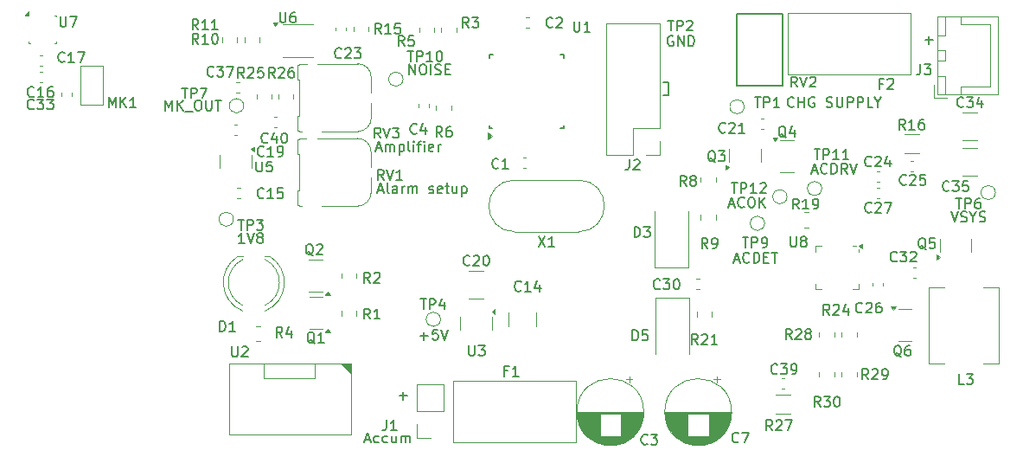
<source format=gbr>
%TF.GenerationSoftware,KiCad,Pcbnew,8.0.2-8.0.2-0~ubuntu22.04.1*%
%TF.CreationDate,2024-05-11T00:12:29+03:00*%
%TF.ProjectId,outdoor-module,6f757464-6f6f-4722-9d6d-6f64756c652e,rev?*%
%TF.SameCoordinates,Original*%
%TF.FileFunction,Legend,Top*%
%TF.FilePolarity,Positive*%
%FSLAX46Y46*%
G04 Gerber Fmt 4.6, Leading zero omitted, Abs format (unit mm)*
G04 Created by KiCad (PCBNEW 8.0.2-8.0.2-0~ubuntu22.04.1) date 2024-05-11 00:12:29*
%MOMM*%
%LPD*%
G01*
G04 APERTURE LIST*
%ADD10C,0.150000*%
%ADD11C,0.120000*%
%ADD12C,0.100000*%
G04 APERTURE END LIST*
D10*
X103750000Y-47000000D02*
X104250000Y-47000000D01*
X104250000Y-48250000D02*
X103750000Y-48250000D01*
X104250000Y-47000000D02*
X104250000Y-48250000D01*
X84733333Y-41654819D02*
X84400000Y-41178628D01*
X84161905Y-41654819D02*
X84161905Y-40654819D01*
X84161905Y-40654819D02*
X84542857Y-40654819D01*
X84542857Y-40654819D02*
X84638095Y-40702438D01*
X84638095Y-40702438D02*
X84685714Y-40750057D01*
X84685714Y-40750057D02*
X84733333Y-40845295D01*
X84733333Y-40845295D02*
X84733333Y-40988152D01*
X84733333Y-40988152D02*
X84685714Y-41083390D01*
X84685714Y-41083390D02*
X84638095Y-41131009D01*
X84638095Y-41131009D02*
X84542857Y-41178628D01*
X84542857Y-41178628D02*
X84161905Y-41178628D01*
X85066667Y-40654819D02*
X85685714Y-40654819D01*
X85685714Y-40654819D02*
X85352381Y-41035771D01*
X85352381Y-41035771D02*
X85495238Y-41035771D01*
X85495238Y-41035771D02*
X85590476Y-41083390D01*
X85590476Y-41083390D02*
X85638095Y-41131009D01*
X85638095Y-41131009D02*
X85685714Y-41226247D01*
X85685714Y-41226247D02*
X85685714Y-41464342D01*
X85685714Y-41464342D02*
X85638095Y-41559580D01*
X85638095Y-41559580D02*
X85590476Y-41607200D01*
X85590476Y-41607200D02*
X85495238Y-41654819D01*
X85495238Y-41654819D02*
X85209524Y-41654819D01*
X85209524Y-41654819D02*
X85114286Y-41607200D01*
X85114286Y-41607200D02*
X85066667Y-41559580D01*
X107157142Y-72642319D02*
X106823809Y-72166128D01*
X106585714Y-72642319D02*
X106585714Y-71642319D01*
X106585714Y-71642319D02*
X106966666Y-71642319D01*
X106966666Y-71642319D02*
X107061904Y-71689938D01*
X107061904Y-71689938D02*
X107109523Y-71737557D01*
X107109523Y-71737557D02*
X107157142Y-71832795D01*
X107157142Y-71832795D02*
X107157142Y-71975652D01*
X107157142Y-71975652D02*
X107109523Y-72070890D01*
X107109523Y-72070890D02*
X107061904Y-72118509D01*
X107061904Y-72118509D02*
X106966666Y-72166128D01*
X106966666Y-72166128D02*
X106585714Y-72166128D01*
X107538095Y-71737557D02*
X107585714Y-71689938D01*
X107585714Y-71689938D02*
X107680952Y-71642319D01*
X107680952Y-71642319D02*
X107919047Y-71642319D01*
X107919047Y-71642319D02*
X108014285Y-71689938D01*
X108014285Y-71689938D02*
X108061904Y-71737557D01*
X108061904Y-71737557D02*
X108109523Y-71832795D01*
X108109523Y-71832795D02*
X108109523Y-71928033D01*
X108109523Y-71928033D02*
X108061904Y-72070890D01*
X108061904Y-72070890D02*
X107490476Y-72642319D01*
X107490476Y-72642319D02*
X108109523Y-72642319D01*
X109061904Y-72642319D02*
X108490476Y-72642319D01*
X108776190Y-72642319D02*
X108776190Y-71642319D01*
X108776190Y-71642319D02*
X108680952Y-71785176D01*
X108680952Y-71785176D02*
X108585714Y-71880414D01*
X108585714Y-71880414D02*
X108490476Y-71928033D01*
X88566666Y-75231009D02*
X88233333Y-75231009D01*
X88233333Y-75754819D02*
X88233333Y-74754819D01*
X88233333Y-74754819D02*
X88709523Y-74754819D01*
X89614285Y-75754819D02*
X89042857Y-75754819D01*
X89328571Y-75754819D02*
X89328571Y-74754819D01*
X89328571Y-74754819D02*
X89233333Y-74897676D01*
X89233333Y-74897676D02*
X89138095Y-74992914D01*
X89138095Y-74992914D02*
X89042857Y-75040533D01*
X64657142Y-54159580D02*
X64609523Y-54207200D01*
X64609523Y-54207200D02*
X64466666Y-54254819D01*
X64466666Y-54254819D02*
X64371428Y-54254819D01*
X64371428Y-54254819D02*
X64228571Y-54207200D01*
X64228571Y-54207200D02*
X64133333Y-54111961D01*
X64133333Y-54111961D02*
X64085714Y-54016723D01*
X64085714Y-54016723D02*
X64038095Y-53826247D01*
X64038095Y-53826247D02*
X64038095Y-53683390D01*
X64038095Y-53683390D02*
X64085714Y-53492914D01*
X64085714Y-53492914D02*
X64133333Y-53397676D01*
X64133333Y-53397676D02*
X64228571Y-53302438D01*
X64228571Y-53302438D02*
X64371428Y-53254819D01*
X64371428Y-53254819D02*
X64466666Y-53254819D01*
X64466666Y-53254819D02*
X64609523Y-53302438D01*
X64609523Y-53302438D02*
X64657142Y-53350057D01*
X65609523Y-54254819D02*
X65038095Y-54254819D01*
X65323809Y-54254819D02*
X65323809Y-53254819D01*
X65323809Y-53254819D02*
X65228571Y-53397676D01*
X65228571Y-53397676D02*
X65133333Y-53492914D01*
X65133333Y-53492914D02*
X65038095Y-53540533D01*
X66085714Y-54254819D02*
X66276190Y-54254819D01*
X66276190Y-54254819D02*
X66371428Y-54207200D01*
X66371428Y-54207200D02*
X66419047Y-54159580D01*
X66419047Y-54159580D02*
X66514285Y-54016723D01*
X66514285Y-54016723D02*
X66561904Y-53826247D01*
X66561904Y-53826247D02*
X66561904Y-53445295D01*
X66561904Y-53445295D02*
X66514285Y-53350057D01*
X66514285Y-53350057D02*
X66466666Y-53302438D01*
X66466666Y-53302438D02*
X66371428Y-53254819D01*
X66371428Y-53254819D02*
X66180952Y-53254819D01*
X66180952Y-53254819D02*
X66085714Y-53302438D01*
X66085714Y-53302438D02*
X66038095Y-53350057D01*
X66038095Y-53350057D02*
X65990476Y-53445295D01*
X65990476Y-53445295D02*
X65990476Y-53683390D01*
X65990476Y-53683390D02*
X66038095Y-53778628D01*
X66038095Y-53778628D02*
X66085714Y-53826247D01*
X66085714Y-53826247D02*
X66180952Y-53873866D01*
X66180952Y-53873866D02*
X66371428Y-53873866D01*
X66371428Y-53873866D02*
X66466666Y-53826247D01*
X66466666Y-53826247D02*
X66514285Y-53778628D01*
X66514285Y-53778628D02*
X66561904Y-53683390D01*
X91550476Y-62079819D02*
X92217142Y-63079819D01*
X92217142Y-62079819D02*
X91550476Y-63079819D01*
X93121904Y-63079819D02*
X92550476Y-63079819D01*
X92836190Y-63079819D02*
X92836190Y-62079819D01*
X92836190Y-62079819D02*
X92740952Y-62222676D01*
X92740952Y-62222676D02*
X92645714Y-62317914D01*
X92645714Y-62317914D02*
X92550476Y-62365533D01*
X133157142Y-49359580D02*
X133109523Y-49407200D01*
X133109523Y-49407200D02*
X132966666Y-49454819D01*
X132966666Y-49454819D02*
X132871428Y-49454819D01*
X132871428Y-49454819D02*
X132728571Y-49407200D01*
X132728571Y-49407200D02*
X132633333Y-49311961D01*
X132633333Y-49311961D02*
X132585714Y-49216723D01*
X132585714Y-49216723D02*
X132538095Y-49026247D01*
X132538095Y-49026247D02*
X132538095Y-48883390D01*
X132538095Y-48883390D02*
X132585714Y-48692914D01*
X132585714Y-48692914D02*
X132633333Y-48597676D01*
X132633333Y-48597676D02*
X132728571Y-48502438D01*
X132728571Y-48502438D02*
X132871428Y-48454819D01*
X132871428Y-48454819D02*
X132966666Y-48454819D01*
X132966666Y-48454819D02*
X133109523Y-48502438D01*
X133109523Y-48502438D02*
X133157142Y-48550057D01*
X133490476Y-48454819D02*
X134109523Y-48454819D01*
X134109523Y-48454819D02*
X133776190Y-48835771D01*
X133776190Y-48835771D02*
X133919047Y-48835771D01*
X133919047Y-48835771D02*
X134014285Y-48883390D01*
X134014285Y-48883390D02*
X134061904Y-48931009D01*
X134061904Y-48931009D02*
X134109523Y-49026247D01*
X134109523Y-49026247D02*
X134109523Y-49264342D01*
X134109523Y-49264342D02*
X134061904Y-49359580D01*
X134061904Y-49359580D02*
X134014285Y-49407200D01*
X134014285Y-49407200D02*
X133919047Y-49454819D01*
X133919047Y-49454819D02*
X133633333Y-49454819D01*
X133633333Y-49454819D02*
X133538095Y-49407200D01*
X133538095Y-49407200D02*
X133490476Y-49359580D01*
X134966666Y-48788152D02*
X134966666Y-49454819D01*
X134728571Y-48407200D02*
X134490476Y-49121485D01*
X134490476Y-49121485D02*
X135109523Y-49121485D01*
X84738095Y-72754819D02*
X84738095Y-73564342D01*
X84738095Y-73564342D02*
X84785714Y-73659580D01*
X84785714Y-73659580D02*
X84833333Y-73707200D01*
X84833333Y-73707200D02*
X84928571Y-73754819D01*
X84928571Y-73754819D02*
X85119047Y-73754819D01*
X85119047Y-73754819D02*
X85214285Y-73707200D01*
X85214285Y-73707200D02*
X85261904Y-73659580D01*
X85261904Y-73659580D02*
X85309523Y-73564342D01*
X85309523Y-73564342D02*
X85309523Y-72754819D01*
X85690476Y-72754819D02*
X86309523Y-72754819D01*
X86309523Y-72754819D02*
X85976190Y-73135771D01*
X85976190Y-73135771D02*
X86119047Y-73135771D01*
X86119047Y-73135771D02*
X86214285Y-73183390D01*
X86214285Y-73183390D02*
X86261904Y-73231009D01*
X86261904Y-73231009D02*
X86309523Y-73326247D01*
X86309523Y-73326247D02*
X86309523Y-73564342D01*
X86309523Y-73564342D02*
X86261904Y-73659580D01*
X86261904Y-73659580D02*
X86214285Y-73707200D01*
X86214285Y-73707200D02*
X86119047Y-73754819D01*
X86119047Y-73754819D02*
X85833333Y-73754819D01*
X85833333Y-73754819D02*
X85738095Y-73707200D01*
X85738095Y-73707200D02*
X85690476Y-73659580D01*
X131757142Y-57559580D02*
X131709523Y-57607200D01*
X131709523Y-57607200D02*
X131566666Y-57654819D01*
X131566666Y-57654819D02*
X131471428Y-57654819D01*
X131471428Y-57654819D02*
X131328571Y-57607200D01*
X131328571Y-57607200D02*
X131233333Y-57511961D01*
X131233333Y-57511961D02*
X131185714Y-57416723D01*
X131185714Y-57416723D02*
X131138095Y-57226247D01*
X131138095Y-57226247D02*
X131138095Y-57083390D01*
X131138095Y-57083390D02*
X131185714Y-56892914D01*
X131185714Y-56892914D02*
X131233333Y-56797676D01*
X131233333Y-56797676D02*
X131328571Y-56702438D01*
X131328571Y-56702438D02*
X131471428Y-56654819D01*
X131471428Y-56654819D02*
X131566666Y-56654819D01*
X131566666Y-56654819D02*
X131709523Y-56702438D01*
X131709523Y-56702438D02*
X131757142Y-56750057D01*
X132090476Y-56654819D02*
X132709523Y-56654819D01*
X132709523Y-56654819D02*
X132376190Y-57035771D01*
X132376190Y-57035771D02*
X132519047Y-57035771D01*
X132519047Y-57035771D02*
X132614285Y-57083390D01*
X132614285Y-57083390D02*
X132661904Y-57131009D01*
X132661904Y-57131009D02*
X132709523Y-57226247D01*
X132709523Y-57226247D02*
X132709523Y-57464342D01*
X132709523Y-57464342D02*
X132661904Y-57559580D01*
X132661904Y-57559580D02*
X132614285Y-57607200D01*
X132614285Y-57607200D02*
X132519047Y-57654819D01*
X132519047Y-57654819D02*
X132233333Y-57654819D01*
X132233333Y-57654819D02*
X132138095Y-57607200D01*
X132138095Y-57607200D02*
X132090476Y-57559580D01*
X133614285Y-56654819D02*
X133138095Y-56654819D01*
X133138095Y-56654819D02*
X133090476Y-57131009D01*
X133090476Y-57131009D02*
X133138095Y-57083390D01*
X133138095Y-57083390D02*
X133233333Y-57035771D01*
X133233333Y-57035771D02*
X133471428Y-57035771D01*
X133471428Y-57035771D02*
X133566666Y-57083390D01*
X133566666Y-57083390D02*
X133614285Y-57131009D01*
X133614285Y-57131009D02*
X133661904Y-57226247D01*
X133661904Y-57226247D02*
X133661904Y-57464342D01*
X133661904Y-57464342D02*
X133614285Y-57559580D01*
X133614285Y-57559580D02*
X133566666Y-57607200D01*
X133566666Y-57607200D02*
X133471428Y-57654819D01*
X133471428Y-57654819D02*
X133233333Y-57654819D01*
X133233333Y-57654819D02*
X133138095Y-57607200D01*
X133138095Y-57607200D02*
X133090476Y-57559580D01*
X126657142Y-64459580D02*
X126609523Y-64507200D01*
X126609523Y-64507200D02*
X126466666Y-64554819D01*
X126466666Y-64554819D02*
X126371428Y-64554819D01*
X126371428Y-64554819D02*
X126228571Y-64507200D01*
X126228571Y-64507200D02*
X126133333Y-64411961D01*
X126133333Y-64411961D02*
X126085714Y-64316723D01*
X126085714Y-64316723D02*
X126038095Y-64126247D01*
X126038095Y-64126247D02*
X126038095Y-63983390D01*
X126038095Y-63983390D02*
X126085714Y-63792914D01*
X126085714Y-63792914D02*
X126133333Y-63697676D01*
X126133333Y-63697676D02*
X126228571Y-63602438D01*
X126228571Y-63602438D02*
X126371428Y-63554819D01*
X126371428Y-63554819D02*
X126466666Y-63554819D01*
X126466666Y-63554819D02*
X126609523Y-63602438D01*
X126609523Y-63602438D02*
X126657142Y-63650057D01*
X126990476Y-63554819D02*
X127609523Y-63554819D01*
X127609523Y-63554819D02*
X127276190Y-63935771D01*
X127276190Y-63935771D02*
X127419047Y-63935771D01*
X127419047Y-63935771D02*
X127514285Y-63983390D01*
X127514285Y-63983390D02*
X127561904Y-64031009D01*
X127561904Y-64031009D02*
X127609523Y-64126247D01*
X127609523Y-64126247D02*
X127609523Y-64364342D01*
X127609523Y-64364342D02*
X127561904Y-64459580D01*
X127561904Y-64459580D02*
X127514285Y-64507200D01*
X127514285Y-64507200D02*
X127419047Y-64554819D01*
X127419047Y-64554819D02*
X127133333Y-64554819D01*
X127133333Y-64554819D02*
X127038095Y-64507200D01*
X127038095Y-64507200D02*
X126990476Y-64459580D01*
X127990476Y-63650057D02*
X128038095Y-63602438D01*
X128038095Y-63602438D02*
X128133333Y-63554819D01*
X128133333Y-63554819D02*
X128371428Y-63554819D01*
X128371428Y-63554819D02*
X128466666Y-63602438D01*
X128466666Y-63602438D02*
X128514285Y-63650057D01*
X128514285Y-63650057D02*
X128561904Y-63745295D01*
X128561904Y-63745295D02*
X128561904Y-63840533D01*
X128561904Y-63840533D02*
X128514285Y-63983390D01*
X128514285Y-63983390D02*
X127942857Y-64554819D01*
X127942857Y-64554819D02*
X128561904Y-64554819D01*
X75082773Y-66604819D02*
X74749440Y-66128628D01*
X74511345Y-66604819D02*
X74511345Y-65604819D01*
X74511345Y-65604819D02*
X74892297Y-65604819D01*
X74892297Y-65604819D02*
X74987535Y-65652438D01*
X74987535Y-65652438D02*
X75035154Y-65700057D01*
X75035154Y-65700057D02*
X75082773Y-65795295D01*
X75082773Y-65795295D02*
X75082773Y-65938152D01*
X75082773Y-65938152D02*
X75035154Y-66033390D01*
X75035154Y-66033390D02*
X74987535Y-66081009D01*
X74987535Y-66081009D02*
X74892297Y-66128628D01*
X74892297Y-66128628D02*
X74511345Y-66128628D01*
X75463726Y-65700057D02*
X75511345Y-65652438D01*
X75511345Y-65652438D02*
X75606583Y-65604819D01*
X75606583Y-65604819D02*
X75844678Y-65604819D01*
X75844678Y-65604819D02*
X75939916Y-65652438D01*
X75939916Y-65652438D02*
X75987535Y-65700057D01*
X75987535Y-65700057D02*
X76035154Y-65795295D01*
X76035154Y-65795295D02*
X76035154Y-65890533D01*
X76035154Y-65890533D02*
X75987535Y-66033390D01*
X75987535Y-66033390D02*
X75416107Y-66604819D01*
X75416107Y-66604819D02*
X76035154Y-66604819D01*
X124157142Y-55159580D02*
X124109523Y-55207200D01*
X124109523Y-55207200D02*
X123966666Y-55254819D01*
X123966666Y-55254819D02*
X123871428Y-55254819D01*
X123871428Y-55254819D02*
X123728571Y-55207200D01*
X123728571Y-55207200D02*
X123633333Y-55111961D01*
X123633333Y-55111961D02*
X123585714Y-55016723D01*
X123585714Y-55016723D02*
X123538095Y-54826247D01*
X123538095Y-54826247D02*
X123538095Y-54683390D01*
X123538095Y-54683390D02*
X123585714Y-54492914D01*
X123585714Y-54492914D02*
X123633333Y-54397676D01*
X123633333Y-54397676D02*
X123728571Y-54302438D01*
X123728571Y-54302438D02*
X123871428Y-54254819D01*
X123871428Y-54254819D02*
X123966666Y-54254819D01*
X123966666Y-54254819D02*
X124109523Y-54302438D01*
X124109523Y-54302438D02*
X124157142Y-54350057D01*
X124538095Y-54350057D02*
X124585714Y-54302438D01*
X124585714Y-54302438D02*
X124680952Y-54254819D01*
X124680952Y-54254819D02*
X124919047Y-54254819D01*
X124919047Y-54254819D02*
X125014285Y-54302438D01*
X125014285Y-54302438D02*
X125061904Y-54350057D01*
X125061904Y-54350057D02*
X125109523Y-54445295D01*
X125109523Y-54445295D02*
X125109523Y-54540533D01*
X125109523Y-54540533D02*
X125061904Y-54683390D01*
X125061904Y-54683390D02*
X124490476Y-55254819D01*
X124490476Y-55254819D02*
X125109523Y-55254819D01*
X125966666Y-54588152D02*
X125966666Y-55254819D01*
X125728571Y-54207200D02*
X125490476Y-54921485D01*
X125490476Y-54921485D02*
X126109523Y-54921485D01*
X82133333Y-52354819D02*
X81800000Y-51878628D01*
X81561905Y-52354819D02*
X81561905Y-51354819D01*
X81561905Y-51354819D02*
X81942857Y-51354819D01*
X81942857Y-51354819D02*
X82038095Y-51402438D01*
X82038095Y-51402438D02*
X82085714Y-51450057D01*
X82085714Y-51450057D02*
X82133333Y-51545295D01*
X82133333Y-51545295D02*
X82133333Y-51688152D01*
X82133333Y-51688152D02*
X82085714Y-51783390D01*
X82085714Y-51783390D02*
X82038095Y-51831009D01*
X82038095Y-51831009D02*
X81942857Y-51878628D01*
X81942857Y-51878628D02*
X81561905Y-51878628D01*
X82990476Y-51354819D02*
X82800000Y-51354819D01*
X82800000Y-51354819D02*
X82704762Y-51402438D01*
X82704762Y-51402438D02*
X82657143Y-51450057D01*
X82657143Y-51450057D02*
X82561905Y-51592914D01*
X82561905Y-51592914D02*
X82514286Y-51783390D01*
X82514286Y-51783390D02*
X82514286Y-52164342D01*
X82514286Y-52164342D02*
X82561905Y-52259580D01*
X82561905Y-52259580D02*
X82609524Y-52307200D01*
X82609524Y-52307200D02*
X82704762Y-52354819D01*
X82704762Y-52354819D02*
X82895238Y-52354819D01*
X82895238Y-52354819D02*
X82990476Y-52307200D01*
X82990476Y-52307200D02*
X83038095Y-52259580D01*
X83038095Y-52259580D02*
X83085714Y-52164342D01*
X83085714Y-52164342D02*
X83085714Y-51926247D01*
X83085714Y-51926247D02*
X83038095Y-51831009D01*
X83038095Y-51831009D02*
X82990476Y-51783390D01*
X82990476Y-51783390D02*
X82895238Y-51735771D01*
X82895238Y-51735771D02*
X82704762Y-51735771D01*
X82704762Y-51735771D02*
X82609524Y-51783390D01*
X82609524Y-51783390D02*
X82561905Y-51831009D01*
X82561905Y-51831009D02*
X82514286Y-51926247D01*
X104238095Y-40954819D02*
X104809523Y-40954819D01*
X104523809Y-41954819D02*
X104523809Y-40954819D01*
X105142857Y-41954819D02*
X105142857Y-40954819D01*
X105142857Y-40954819D02*
X105523809Y-40954819D01*
X105523809Y-40954819D02*
X105619047Y-41002438D01*
X105619047Y-41002438D02*
X105666666Y-41050057D01*
X105666666Y-41050057D02*
X105714285Y-41145295D01*
X105714285Y-41145295D02*
X105714285Y-41288152D01*
X105714285Y-41288152D02*
X105666666Y-41383390D01*
X105666666Y-41383390D02*
X105619047Y-41431009D01*
X105619047Y-41431009D02*
X105523809Y-41478628D01*
X105523809Y-41478628D02*
X105142857Y-41478628D01*
X106095238Y-41050057D02*
X106142857Y-41002438D01*
X106142857Y-41002438D02*
X106238095Y-40954819D01*
X106238095Y-40954819D02*
X106476190Y-40954819D01*
X106476190Y-40954819D02*
X106571428Y-41002438D01*
X106571428Y-41002438D02*
X106619047Y-41050057D01*
X106619047Y-41050057D02*
X106666666Y-41145295D01*
X106666666Y-41145295D02*
X106666666Y-41240533D01*
X106666666Y-41240533D02*
X106619047Y-41383390D01*
X106619047Y-41383390D02*
X106047619Y-41954819D01*
X106047619Y-41954819D02*
X106666666Y-41954819D01*
X104738095Y-42502438D02*
X104642857Y-42454819D01*
X104642857Y-42454819D02*
X104500000Y-42454819D01*
X104500000Y-42454819D02*
X104357143Y-42502438D01*
X104357143Y-42502438D02*
X104261905Y-42597676D01*
X104261905Y-42597676D02*
X104214286Y-42692914D01*
X104214286Y-42692914D02*
X104166667Y-42883390D01*
X104166667Y-42883390D02*
X104166667Y-43026247D01*
X104166667Y-43026247D02*
X104214286Y-43216723D01*
X104214286Y-43216723D02*
X104261905Y-43311961D01*
X104261905Y-43311961D02*
X104357143Y-43407200D01*
X104357143Y-43407200D02*
X104500000Y-43454819D01*
X104500000Y-43454819D02*
X104595238Y-43454819D01*
X104595238Y-43454819D02*
X104738095Y-43407200D01*
X104738095Y-43407200D02*
X104785714Y-43359580D01*
X104785714Y-43359580D02*
X104785714Y-43026247D01*
X104785714Y-43026247D02*
X104595238Y-43026247D01*
X105214286Y-43454819D02*
X105214286Y-42454819D01*
X105214286Y-42454819D02*
X105785714Y-43454819D01*
X105785714Y-43454819D02*
X105785714Y-42454819D01*
X106261905Y-43454819D02*
X106261905Y-42454819D01*
X106261905Y-42454819D02*
X106500000Y-42454819D01*
X106500000Y-42454819D02*
X106642857Y-42502438D01*
X106642857Y-42502438D02*
X106738095Y-42597676D01*
X106738095Y-42597676D02*
X106785714Y-42692914D01*
X106785714Y-42692914D02*
X106833333Y-42883390D01*
X106833333Y-42883390D02*
X106833333Y-43026247D01*
X106833333Y-43026247D02*
X106785714Y-43216723D01*
X106785714Y-43216723D02*
X106738095Y-43311961D01*
X106738095Y-43311961D02*
X106642857Y-43407200D01*
X106642857Y-43407200D02*
X106500000Y-43454819D01*
X106500000Y-43454819D02*
X106261905Y-43454819D01*
X118561905Y-53554819D02*
X119133333Y-53554819D01*
X118847619Y-54554819D02*
X118847619Y-53554819D01*
X119466667Y-54554819D02*
X119466667Y-53554819D01*
X119466667Y-53554819D02*
X119847619Y-53554819D01*
X119847619Y-53554819D02*
X119942857Y-53602438D01*
X119942857Y-53602438D02*
X119990476Y-53650057D01*
X119990476Y-53650057D02*
X120038095Y-53745295D01*
X120038095Y-53745295D02*
X120038095Y-53888152D01*
X120038095Y-53888152D02*
X119990476Y-53983390D01*
X119990476Y-53983390D02*
X119942857Y-54031009D01*
X119942857Y-54031009D02*
X119847619Y-54078628D01*
X119847619Y-54078628D02*
X119466667Y-54078628D01*
X120990476Y-54554819D02*
X120419048Y-54554819D01*
X120704762Y-54554819D02*
X120704762Y-53554819D01*
X120704762Y-53554819D02*
X120609524Y-53697676D01*
X120609524Y-53697676D02*
X120514286Y-53792914D01*
X120514286Y-53792914D02*
X120419048Y-53840533D01*
X121942857Y-54554819D02*
X121371429Y-54554819D01*
X121657143Y-54554819D02*
X121657143Y-53554819D01*
X121657143Y-53554819D02*
X121561905Y-53697676D01*
X121561905Y-53697676D02*
X121466667Y-53792914D01*
X121466667Y-53792914D02*
X121371429Y-53840533D01*
X118333333Y-55669104D02*
X118809523Y-55669104D01*
X118238095Y-55954819D02*
X118571428Y-54954819D01*
X118571428Y-54954819D02*
X118904761Y-55954819D01*
X119809523Y-55859580D02*
X119761904Y-55907200D01*
X119761904Y-55907200D02*
X119619047Y-55954819D01*
X119619047Y-55954819D02*
X119523809Y-55954819D01*
X119523809Y-55954819D02*
X119380952Y-55907200D01*
X119380952Y-55907200D02*
X119285714Y-55811961D01*
X119285714Y-55811961D02*
X119238095Y-55716723D01*
X119238095Y-55716723D02*
X119190476Y-55526247D01*
X119190476Y-55526247D02*
X119190476Y-55383390D01*
X119190476Y-55383390D02*
X119238095Y-55192914D01*
X119238095Y-55192914D02*
X119285714Y-55097676D01*
X119285714Y-55097676D02*
X119380952Y-55002438D01*
X119380952Y-55002438D02*
X119523809Y-54954819D01*
X119523809Y-54954819D02*
X119619047Y-54954819D01*
X119619047Y-54954819D02*
X119761904Y-55002438D01*
X119761904Y-55002438D02*
X119809523Y-55050057D01*
X120238095Y-55954819D02*
X120238095Y-54954819D01*
X120238095Y-54954819D02*
X120476190Y-54954819D01*
X120476190Y-54954819D02*
X120619047Y-55002438D01*
X120619047Y-55002438D02*
X120714285Y-55097676D01*
X120714285Y-55097676D02*
X120761904Y-55192914D01*
X120761904Y-55192914D02*
X120809523Y-55383390D01*
X120809523Y-55383390D02*
X120809523Y-55526247D01*
X120809523Y-55526247D02*
X120761904Y-55716723D01*
X120761904Y-55716723D02*
X120714285Y-55811961D01*
X120714285Y-55811961D02*
X120619047Y-55907200D01*
X120619047Y-55907200D02*
X120476190Y-55954819D01*
X120476190Y-55954819D02*
X120238095Y-55954819D01*
X121809523Y-55954819D02*
X121476190Y-55478628D01*
X121238095Y-55954819D02*
X121238095Y-54954819D01*
X121238095Y-54954819D02*
X121619047Y-54954819D01*
X121619047Y-54954819D02*
X121714285Y-55002438D01*
X121714285Y-55002438D02*
X121761904Y-55050057D01*
X121761904Y-55050057D02*
X121809523Y-55145295D01*
X121809523Y-55145295D02*
X121809523Y-55288152D01*
X121809523Y-55288152D02*
X121761904Y-55383390D01*
X121761904Y-55383390D02*
X121714285Y-55431009D01*
X121714285Y-55431009D02*
X121619047Y-55478628D01*
X121619047Y-55478628D02*
X121238095Y-55478628D01*
X122095238Y-54954819D02*
X122428571Y-55954819D01*
X122428571Y-55954819D02*
X122761904Y-54954819D01*
X111538095Y-62156819D02*
X112109523Y-62156819D01*
X111823809Y-63156819D02*
X111823809Y-62156819D01*
X112442857Y-63156819D02*
X112442857Y-62156819D01*
X112442857Y-62156819D02*
X112823809Y-62156819D01*
X112823809Y-62156819D02*
X112919047Y-62204438D01*
X112919047Y-62204438D02*
X112966666Y-62252057D01*
X112966666Y-62252057D02*
X113014285Y-62347295D01*
X113014285Y-62347295D02*
X113014285Y-62490152D01*
X113014285Y-62490152D02*
X112966666Y-62585390D01*
X112966666Y-62585390D02*
X112919047Y-62633009D01*
X112919047Y-62633009D02*
X112823809Y-62680628D01*
X112823809Y-62680628D02*
X112442857Y-62680628D01*
X113490476Y-63156819D02*
X113680952Y-63156819D01*
X113680952Y-63156819D02*
X113776190Y-63109200D01*
X113776190Y-63109200D02*
X113823809Y-63061580D01*
X113823809Y-63061580D02*
X113919047Y-62918723D01*
X113919047Y-62918723D02*
X113966666Y-62728247D01*
X113966666Y-62728247D02*
X113966666Y-62347295D01*
X113966666Y-62347295D02*
X113919047Y-62252057D01*
X113919047Y-62252057D02*
X113871428Y-62204438D01*
X113871428Y-62204438D02*
X113776190Y-62156819D01*
X113776190Y-62156819D02*
X113585714Y-62156819D01*
X113585714Y-62156819D02*
X113490476Y-62204438D01*
X113490476Y-62204438D02*
X113442857Y-62252057D01*
X113442857Y-62252057D02*
X113395238Y-62347295D01*
X113395238Y-62347295D02*
X113395238Y-62585390D01*
X113395238Y-62585390D02*
X113442857Y-62680628D01*
X113442857Y-62680628D02*
X113490476Y-62728247D01*
X113490476Y-62728247D02*
X113585714Y-62775866D01*
X113585714Y-62775866D02*
X113776190Y-62775866D01*
X113776190Y-62775866D02*
X113871428Y-62728247D01*
X113871428Y-62728247D02*
X113919047Y-62680628D01*
X113919047Y-62680628D02*
X113966666Y-62585390D01*
X110728571Y-64369104D02*
X111204761Y-64369104D01*
X110633333Y-64654819D02*
X110966666Y-63654819D01*
X110966666Y-63654819D02*
X111299999Y-64654819D01*
X112204761Y-64559580D02*
X112157142Y-64607200D01*
X112157142Y-64607200D02*
X112014285Y-64654819D01*
X112014285Y-64654819D02*
X111919047Y-64654819D01*
X111919047Y-64654819D02*
X111776190Y-64607200D01*
X111776190Y-64607200D02*
X111680952Y-64511961D01*
X111680952Y-64511961D02*
X111633333Y-64416723D01*
X111633333Y-64416723D02*
X111585714Y-64226247D01*
X111585714Y-64226247D02*
X111585714Y-64083390D01*
X111585714Y-64083390D02*
X111633333Y-63892914D01*
X111633333Y-63892914D02*
X111680952Y-63797676D01*
X111680952Y-63797676D02*
X111776190Y-63702438D01*
X111776190Y-63702438D02*
X111919047Y-63654819D01*
X111919047Y-63654819D02*
X112014285Y-63654819D01*
X112014285Y-63654819D02*
X112157142Y-63702438D01*
X112157142Y-63702438D02*
X112204761Y-63750057D01*
X112633333Y-64654819D02*
X112633333Y-63654819D01*
X112633333Y-63654819D02*
X112871428Y-63654819D01*
X112871428Y-63654819D02*
X113014285Y-63702438D01*
X113014285Y-63702438D02*
X113109523Y-63797676D01*
X113109523Y-63797676D02*
X113157142Y-63892914D01*
X113157142Y-63892914D02*
X113204761Y-64083390D01*
X113204761Y-64083390D02*
X113204761Y-64226247D01*
X113204761Y-64226247D02*
X113157142Y-64416723D01*
X113157142Y-64416723D02*
X113109523Y-64511961D01*
X113109523Y-64511961D02*
X113014285Y-64607200D01*
X113014285Y-64607200D02*
X112871428Y-64654819D01*
X112871428Y-64654819D02*
X112633333Y-64654819D01*
X113633333Y-64131009D02*
X113966666Y-64131009D01*
X114109523Y-64654819D02*
X113633333Y-64654819D01*
X113633333Y-64654819D02*
X113633333Y-63654819D01*
X113633333Y-63654819D02*
X114109523Y-63654819D01*
X114395238Y-63654819D02*
X114966666Y-63654819D01*
X114680952Y-64654819D02*
X114680952Y-63654819D01*
X112738095Y-48454819D02*
X113309523Y-48454819D01*
X113023809Y-49454819D02*
X113023809Y-48454819D01*
X113642857Y-49454819D02*
X113642857Y-48454819D01*
X113642857Y-48454819D02*
X114023809Y-48454819D01*
X114023809Y-48454819D02*
X114119047Y-48502438D01*
X114119047Y-48502438D02*
X114166666Y-48550057D01*
X114166666Y-48550057D02*
X114214285Y-48645295D01*
X114214285Y-48645295D02*
X114214285Y-48788152D01*
X114214285Y-48788152D02*
X114166666Y-48883390D01*
X114166666Y-48883390D02*
X114119047Y-48931009D01*
X114119047Y-48931009D02*
X114023809Y-48978628D01*
X114023809Y-48978628D02*
X113642857Y-48978628D01*
X115166666Y-49454819D02*
X114595238Y-49454819D01*
X114880952Y-49454819D02*
X114880952Y-48454819D01*
X114880952Y-48454819D02*
X114785714Y-48597676D01*
X114785714Y-48597676D02*
X114690476Y-48692914D01*
X114690476Y-48692914D02*
X114595238Y-48740533D01*
X116571428Y-49359580D02*
X116523809Y-49407200D01*
X116523809Y-49407200D02*
X116380952Y-49454819D01*
X116380952Y-49454819D02*
X116285714Y-49454819D01*
X116285714Y-49454819D02*
X116142857Y-49407200D01*
X116142857Y-49407200D02*
X116047619Y-49311961D01*
X116047619Y-49311961D02*
X116000000Y-49216723D01*
X116000000Y-49216723D02*
X115952381Y-49026247D01*
X115952381Y-49026247D02*
X115952381Y-48883390D01*
X115952381Y-48883390D02*
X116000000Y-48692914D01*
X116000000Y-48692914D02*
X116047619Y-48597676D01*
X116047619Y-48597676D02*
X116142857Y-48502438D01*
X116142857Y-48502438D02*
X116285714Y-48454819D01*
X116285714Y-48454819D02*
X116380952Y-48454819D01*
X116380952Y-48454819D02*
X116523809Y-48502438D01*
X116523809Y-48502438D02*
X116571428Y-48550057D01*
X117000000Y-49454819D02*
X117000000Y-48454819D01*
X117000000Y-48931009D02*
X117571428Y-48931009D01*
X117571428Y-49454819D02*
X117571428Y-48454819D01*
X118571428Y-48502438D02*
X118476190Y-48454819D01*
X118476190Y-48454819D02*
X118333333Y-48454819D01*
X118333333Y-48454819D02*
X118190476Y-48502438D01*
X118190476Y-48502438D02*
X118095238Y-48597676D01*
X118095238Y-48597676D02*
X118047619Y-48692914D01*
X118047619Y-48692914D02*
X118000000Y-48883390D01*
X118000000Y-48883390D02*
X118000000Y-49026247D01*
X118000000Y-49026247D02*
X118047619Y-49216723D01*
X118047619Y-49216723D02*
X118095238Y-49311961D01*
X118095238Y-49311961D02*
X118190476Y-49407200D01*
X118190476Y-49407200D02*
X118333333Y-49454819D01*
X118333333Y-49454819D02*
X118428571Y-49454819D01*
X118428571Y-49454819D02*
X118571428Y-49407200D01*
X118571428Y-49407200D02*
X118619047Y-49359580D01*
X118619047Y-49359580D02*
X118619047Y-49026247D01*
X118619047Y-49026247D02*
X118428571Y-49026247D01*
X119761905Y-49407200D02*
X119904762Y-49454819D01*
X119904762Y-49454819D02*
X120142857Y-49454819D01*
X120142857Y-49454819D02*
X120238095Y-49407200D01*
X120238095Y-49407200D02*
X120285714Y-49359580D01*
X120285714Y-49359580D02*
X120333333Y-49264342D01*
X120333333Y-49264342D02*
X120333333Y-49169104D01*
X120333333Y-49169104D02*
X120285714Y-49073866D01*
X120285714Y-49073866D02*
X120238095Y-49026247D01*
X120238095Y-49026247D02*
X120142857Y-48978628D01*
X120142857Y-48978628D02*
X119952381Y-48931009D01*
X119952381Y-48931009D02*
X119857143Y-48883390D01*
X119857143Y-48883390D02*
X119809524Y-48835771D01*
X119809524Y-48835771D02*
X119761905Y-48740533D01*
X119761905Y-48740533D02*
X119761905Y-48645295D01*
X119761905Y-48645295D02*
X119809524Y-48550057D01*
X119809524Y-48550057D02*
X119857143Y-48502438D01*
X119857143Y-48502438D02*
X119952381Y-48454819D01*
X119952381Y-48454819D02*
X120190476Y-48454819D01*
X120190476Y-48454819D02*
X120333333Y-48502438D01*
X120761905Y-48454819D02*
X120761905Y-49264342D01*
X120761905Y-49264342D02*
X120809524Y-49359580D01*
X120809524Y-49359580D02*
X120857143Y-49407200D01*
X120857143Y-49407200D02*
X120952381Y-49454819D01*
X120952381Y-49454819D02*
X121142857Y-49454819D01*
X121142857Y-49454819D02*
X121238095Y-49407200D01*
X121238095Y-49407200D02*
X121285714Y-49359580D01*
X121285714Y-49359580D02*
X121333333Y-49264342D01*
X121333333Y-49264342D02*
X121333333Y-48454819D01*
X121809524Y-49454819D02*
X121809524Y-48454819D01*
X121809524Y-48454819D02*
X122190476Y-48454819D01*
X122190476Y-48454819D02*
X122285714Y-48502438D01*
X122285714Y-48502438D02*
X122333333Y-48550057D01*
X122333333Y-48550057D02*
X122380952Y-48645295D01*
X122380952Y-48645295D02*
X122380952Y-48788152D01*
X122380952Y-48788152D02*
X122333333Y-48883390D01*
X122333333Y-48883390D02*
X122285714Y-48931009D01*
X122285714Y-48931009D02*
X122190476Y-48978628D01*
X122190476Y-48978628D02*
X121809524Y-48978628D01*
X122809524Y-49454819D02*
X122809524Y-48454819D01*
X122809524Y-48454819D02*
X123190476Y-48454819D01*
X123190476Y-48454819D02*
X123285714Y-48502438D01*
X123285714Y-48502438D02*
X123333333Y-48550057D01*
X123333333Y-48550057D02*
X123380952Y-48645295D01*
X123380952Y-48645295D02*
X123380952Y-48788152D01*
X123380952Y-48788152D02*
X123333333Y-48883390D01*
X123333333Y-48883390D02*
X123285714Y-48931009D01*
X123285714Y-48931009D02*
X123190476Y-48978628D01*
X123190476Y-48978628D02*
X122809524Y-48978628D01*
X124285714Y-49454819D02*
X123809524Y-49454819D01*
X123809524Y-49454819D02*
X123809524Y-48454819D01*
X124809524Y-48978628D02*
X124809524Y-49454819D01*
X124476191Y-48454819D02*
X124809524Y-48978628D01*
X124809524Y-48978628D02*
X125142857Y-48454819D01*
X58257142Y-43254819D02*
X57923809Y-42778628D01*
X57685714Y-43254819D02*
X57685714Y-42254819D01*
X57685714Y-42254819D02*
X58066666Y-42254819D01*
X58066666Y-42254819D02*
X58161904Y-42302438D01*
X58161904Y-42302438D02*
X58209523Y-42350057D01*
X58209523Y-42350057D02*
X58257142Y-42445295D01*
X58257142Y-42445295D02*
X58257142Y-42588152D01*
X58257142Y-42588152D02*
X58209523Y-42683390D01*
X58209523Y-42683390D02*
X58161904Y-42731009D01*
X58161904Y-42731009D02*
X58066666Y-42778628D01*
X58066666Y-42778628D02*
X57685714Y-42778628D01*
X59209523Y-43254819D02*
X58638095Y-43254819D01*
X58923809Y-43254819D02*
X58923809Y-42254819D01*
X58923809Y-42254819D02*
X58828571Y-42397676D01*
X58828571Y-42397676D02*
X58733333Y-42492914D01*
X58733333Y-42492914D02*
X58638095Y-42540533D01*
X59828571Y-42254819D02*
X59923809Y-42254819D01*
X59923809Y-42254819D02*
X60019047Y-42302438D01*
X60019047Y-42302438D02*
X60066666Y-42350057D01*
X60066666Y-42350057D02*
X60114285Y-42445295D01*
X60114285Y-42445295D02*
X60161904Y-42635771D01*
X60161904Y-42635771D02*
X60161904Y-42873866D01*
X60161904Y-42873866D02*
X60114285Y-43064342D01*
X60114285Y-43064342D02*
X60066666Y-43159580D01*
X60066666Y-43159580D02*
X60019047Y-43207200D01*
X60019047Y-43207200D02*
X59923809Y-43254819D01*
X59923809Y-43254819D02*
X59828571Y-43254819D01*
X59828571Y-43254819D02*
X59733333Y-43207200D01*
X59733333Y-43207200D02*
X59685714Y-43159580D01*
X59685714Y-43159580D02*
X59638095Y-43064342D01*
X59638095Y-43064342D02*
X59590476Y-42873866D01*
X59590476Y-42873866D02*
X59590476Y-42635771D01*
X59590476Y-42635771D02*
X59638095Y-42445295D01*
X59638095Y-42445295D02*
X59685714Y-42350057D01*
X59685714Y-42350057D02*
X59733333Y-42302438D01*
X59733333Y-42302438D02*
X59828571Y-42254819D01*
X87633333Y-55359580D02*
X87585714Y-55407200D01*
X87585714Y-55407200D02*
X87442857Y-55454819D01*
X87442857Y-55454819D02*
X87347619Y-55454819D01*
X87347619Y-55454819D02*
X87204762Y-55407200D01*
X87204762Y-55407200D02*
X87109524Y-55311961D01*
X87109524Y-55311961D02*
X87061905Y-55216723D01*
X87061905Y-55216723D02*
X87014286Y-55026247D01*
X87014286Y-55026247D02*
X87014286Y-54883390D01*
X87014286Y-54883390D02*
X87061905Y-54692914D01*
X87061905Y-54692914D02*
X87109524Y-54597676D01*
X87109524Y-54597676D02*
X87204762Y-54502438D01*
X87204762Y-54502438D02*
X87347619Y-54454819D01*
X87347619Y-54454819D02*
X87442857Y-54454819D01*
X87442857Y-54454819D02*
X87585714Y-54502438D01*
X87585714Y-54502438D02*
X87633333Y-54550057D01*
X88585714Y-55454819D02*
X88014286Y-55454819D01*
X88300000Y-55454819D02*
X88300000Y-54454819D01*
X88300000Y-54454819D02*
X88204762Y-54597676D01*
X88204762Y-54597676D02*
X88109524Y-54692914D01*
X88109524Y-54692914D02*
X88014286Y-54740533D01*
X69667261Y-72550057D02*
X69572023Y-72502438D01*
X69572023Y-72502438D02*
X69476785Y-72407200D01*
X69476785Y-72407200D02*
X69333928Y-72264342D01*
X69333928Y-72264342D02*
X69238690Y-72216723D01*
X69238690Y-72216723D02*
X69143452Y-72216723D01*
X69191071Y-72454819D02*
X69095833Y-72407200D01*
X69095833Y-72407200D02*
X69000595Y-72311961D01*
X69000595Y-72311961D02*
X68952976Y-72121485D01*
X68952976Y-72121485D02*
X68952976Y-71788152D01*
X68952976Y-71788152D02*
X69000595Y-71597676D01*
X69000595Y-71597676D02*
X69095833Y-71502438D01*
X69095833Y-71502438D02*
X69191071Y-71454819D01*
X69191071Y-71454819D02*
X69381547Y-71454819D01*
X69381547Y-71454819D02*
X69476785Y-71502438D01*
X69476785Y-71502438D02*
X69572023Y-71597676D01*
X69572023Y-71597676D02*
X69619642Y-71788152D01*
X69619642Y-71788152D02*
X69619642Y-72121485D01*
X69619642Y-72121485D02*
X69572023Y-72311961D01*
X69572023Y-72311961D02*
X69476785Y-72407200D01*
X69476785Y-72407200D02*
X69381547Y-72454819D01*
X69381547Y-72454819D02*
X69191071Y-72454819D01*
X70572023Y-72454819D02*
X70000595Y-72454819D01*
X70286309Y-72454819D02*
X70286309Y-71454819D01*
X70286309Y-71454819D02*
X70191071Y-71597676D01*
X70191071Y-71597676D02*
X70095833Y-71692914D01*
X70095833Y-71692914D02*
X70000595Y-71740533D01*
X62737142Y-46554819D02*
X62403809Y-46078628D01*
X62165714Y-46554819D02*
X62165714Y-45554819D01*
X62165714Y-45554819D02*
X62546666Y-45554819D01*
X62546666Y-45554819D02*
X62641904Y-45602438D01*
X62641904Y-45602438D02*
X62689523Y-45650057D01*
X62689523Y-45650057D02*
X62737142Y-45745295D01*
X62737142Y-45745295D02*
X62737142Y-45888152D01*
X62737142Y-45888152D02*
X62689523Y-45983390D01*
X62689523Y-45983390D02*
X62641904Y-46031009D01*
X62641904Y-46031009D02*
X62546666Y-46078628D01*
X62546666Y-46078628D02*
X62165714Y-46078628D01*
X63118095Y-45650057D02*
X63165714Y-45602438D01*
X63165714Y-45602438D02*
X63260952Y-45554819D01*
X63260952Y-45554819D02*
X63499047Y-45554819D01*
X63499047Y-45554819D02*
X63594285Y-45602438D01*
X63594285Y-45602438D02*
X63641904Y-45650057D01*
X63641904Y-45650057D02*
X63689523Y-45745295D01*
X63689523Y-45745295D02*
X63689523Y-45840533D01*
X63689523Y-45840533D02*
X63641904Y-45983390D01*
X63641904Y-45983390D02*
X63070476Y-46554819D01*
X63070476Y-46554819D02*
X63689523Y-46554819D01*
X64594285Y-45554819D02*
X64118095Y-45554819D01*
X64118095Y-45554819D02*
X64070476Y-46031009D01*
X64070476Y-46031009D02*
X64118095Y-45983390D01*
X64118095Y-45983390D02*
X64213333Y-45935771D01*
X64213333Y-45935771D02*
X64451428Y-45935771D01*
X64451428Y-45935771D02*
X64546666Y-45983390D01*
X64546666Y-45983390D02*
X64594285Y-46031009D01*
X64594285Y-46031009D02*
X64641904Y-46126247D01*
X64641904Y-46126247D02*
X64641904Y-46364342D01*
X64641904Y-46364342D02*
X64594285Y-46459580D01*
X64594285Y-46459580D02*
X64546666Y-46507200D01*
X64546666Y-46507200D02*
X64451428Y-46554819D01*
X64451428Y-46554819D02*
X64213333Y-46554819D01*
X64213333Y-46554819D02*
X64118095Y-46507200D01*
X64118095Y-46507200D02*
X64070476Y-46459580D01*
X56638095Y-47554819D02*
X57209523Y-47554819D01*
X56923809Y-48554819D02*
X56923809Y-47554819D01*
X57542857Y-48554819D02*
X57542857Y-47554819D01*
X57542857Y-47554819D02*
X57923809Y-47554819D01*
X57923809Y-47554819D02*
X58019047Y-47602438D01*
X58019047Y-47602438D02*
X58066666Y-47650057D01*
X58066666Y-47650057D02*
X58114285Y-47745295D01*
X58114285Y-47745295D02*
X58114285Y-47888152D01*
X58114285Y-47888152D02*
X58066666Y-47983390D01*
X58066666Y-47983390D02*
X58019047Y-48031009D01*
X58019047Y-48031009D02*
X57923809Y-48078628D01*
X57923809Y-48078628D02*
X57542857Y-48078628D01*
X58447619Y-47554819D02*
X59114285Y-47554819D01*
X59114285Y-47554819D02*
X58685714Y-48554819D01*
X55057143Y-49754819D02*
X55057143Y-48754819D01*
X55057143Y-48754819D02*
X55390476Y-49469104D01*
X55390476Y-49469104D02*
X55723809Y-48754819D01*
X55723809Y-48754819D02*
X55723809Y-49754819D01*
X56200000Y-49754819D02*
X56200000Y-48754819D01*
X56771428Y-49754819D02*
X56342857Y-49183390D01*
X56771428Y-48754819D02*
X56200000Y-49326247D01*
X56961905Y-49850057D02*
X57723809Y-49850057D01*
X58152381Y-48754819D02*
X58342857Y-48754819D01*
X58342857Y-48754819D02*
X58438095Y-48802438D01*
X58438095Y-48802438D02*
X58533333Y-48897676D01*
X58533333Y-48897676D02*
X58580952Y-49088152D01*
X58580952Y-49088152D02*
X58580952Y-49421485D01*
X58580952Y-49421485D02*
X58533333Y-49611961D01*
X58533333Y-49611961D02*
X58438095Y-49707200D01*
X58438095Y-49707200D02*
X58342857Y-49754819D01*
X58342857Y-49754819D02*
X58152381Y-49754819D01*
X58152381Y-49754819D02*
X58057143Y-49707200D01*
X58057143Y-49707200D02*
X57961905Y-49611961D01*
X57961905Y-49611961D02*
X57914286Y-49421485D01*
X57914286Y-49421485D02*
X57914286Y-49088152D01*
X57914286Y-49088152D02*
X57961905Y-48897676D01*
X57961905Y-48897676D02*
X58057143Y-48802438D01*
X58057143Y-48802438D02*
X58152381Y-48754819D01*
X59009524Y-48754819D02*
X59009524Y-49564342D01*
X59009524Y-49564342D02*
X59057143Y-49659580D01*
X59057143Y-49659580D02*
X59104762Y-49707200D01*
X59104762Y-49707200D02*
X59200000Y-49754819D01*
X59200000Y-49754819D02*
X59390476Y-49754819D01*
X59390476Y-49754819D02*
X59485714Y-49707200D01*
X59485714Y-49707200D02*
X59533333Y-49659580D01*
X59533333Y-49659580D02*
X59580952Y-49564342D01*
X59580952Y-49564342D02*
X59580952Y-48754819D01*
X59914286Y-48754819D02*
X60485714Y-48754819D01*
X60200000Y-49754819D02*
X60200000Y-48754819D01*
X84825892Y-64853330D02*
X84778273Y-64900950D01*
X84778273Y-64900950D02*
X84635416Y-64948569D01*
X84635416Y-64948569D02*
X84540178Y-64948569D01*
X84540178Y-64948569D02*
X84397321Y-64900950D01*
X84397321Y-64900950D02*
X84302083Y-64805711D01*
X84302083Y-64805711D02*
X84254464Y-64710473D01*
X84254464Y-64710473D02*
X84206845Y-64519997D01*
X84206845Y-64519997D02*
X84206845Y-64377140D01*
X84206845Y-64377140D02*
X84254464Y-64186664D01*
X84254464Y-64186664D02*
X84302083Y-64091426D01*
X84302083Y-64091426D02*
X84397321Y-63996188D01*
X84397321Y-63996188D02*
X84540178Y-63948569D01*
X84540178Y-63948569D02*
X84635416Y-63948569D01*
X84635416Y-63948569D02*
X84778273Y-63996188D01*
X84778273Y-63996188D02*
X84825892Y-64043807D01*
X85206845Y-64043807D02*
X85254464Y-63996188D01*
X85254464Y-63996188D02*
X85349702Y-63948569D01*
X85349702Y-63948569D02*
X85587797Y-63948569D01*
X85587797Y-63948569D02*
X85683035Y-63996188D01*
X85683035Y-63996188D02*
X85730654Y-64043807D01*
X85730654Y-64043807D02*
X85778273Y-64139045D01*
X85778273Y-64139045D02*
X85778273Y-64234283D01*
X85778273Y-64234283D02*
X85730654Y-64377140D01*
X85730654Y-64377140D02*
X85159226Y-64948569D01*
X85159226Y-64948569D02*
X85778273Y-64948569D01*
X86397321Y-63948569D02*
X86492559Y-63948569D01*
X86492559Y-63948569D02*
X86587797Y-63996188D01*
X86587797Y-63996188D02*
X86635416Y-64043807D01*
X86635416Y-64043807D02*
X86683035Y-64139045D01*
X86683035Y-64139045D02*
X86730654Y-64329521D01*
X86730654Y-64329521D02*
X86730654Y-64567616D01*
X86730654Y-64567616D02*
X86683035Y-64758092D01*
X86683035Y-64758092D02*
X86635416Y-64853330D01*
X86635416Y-64853330D02*
X86587797Y-64900950D01*
X86587797Y-64900950D02*
X86492559Y-64948569D01*
X86492559Y-64948569D02*
X86397321Y-64948569D01*
X86397321Y-64948569D02*
X86302083Y-64900950D01*
X86302083Y-64900950D02*
X86254464Y-64853330D01*
X86254464Y-64853330D02*
X86206845Y-64758092D01*
X86206845Y-64758092D02*
X86159226Y-64567616D01*
X86159226Y-64567616D02*
X86159226Y-64329521D01*
X86159226Y-64329521D02*
X86206845Y-64139045D01*
X86206845Y-64139045D02*
X86254464Y-64043807D01*
X86254464Y-64043807D02*
X86302083Y-63996188D01*
X86302083Y-63996188D02*
X86397321Y-63948569D01*
X59757142Y-46359580D02*
X59709523Y-46407200D01*
X59709523Y-46407200D02*
X59566666Y-46454819D01*
X59566666Y-46454819D02*
X59471428Y-46454819D01*
X59471428Y-46454819D02*
X59328571Y-46407200D01*
X59328571Y-46407200D02*
X59233333Y-46311961D01*
X59233333Y-46311961D02*
X59185714Y-46216723D01*
X59185714Y-46216723D02*
X59138095Y-46026247D01*
X59138095Y-46026247D02*
X59138095Y-45883390D01*
X59138095Y-45883390D02*
X59185714Y-45692914D01*
X59185714Y-45692914D02*
X59233333Y-45597676D01*
X59233333Y-45597676D02*
X59328571Y-45502438D01*
X59328571Y-45502438D02*
X59471428Y-45454819D01*
X59471428Y-45454819D02*
X59566666Y-45454819D01*
X59566666Y-45454819D02*
X59709523Y-45502438D01*
X59709523Y-45502438D02*
X59757142Y-45550057D01*
X60090476Y-45454819D02*
X60709523Y-45454819D01*
X60709523Y-45454819D02*
X60376190Y-45835771D01*
X60376190Y-45835771D02*
X60519047Y-45835771D01*
X60519047Y-45835771D02*
X60614285Y-45883390D01*
X60614285Y-45883390D02*
X60661904Y-45931009D01*
X60661904Y-45931009D02*
X60709523Y-46026247D01*
X60709523Y-46026247D02*
X60709523Y-46264342D01*
X60709523Y-46264342D02*
X60661904Y-46359580D01*
X60661904Y-46359580D02*
X60614285Y-46407200D01*
X60614285Y-46407200D02*
X60519047Y-46454819D01*
X60519047Y-46454819D02*
X60233333Y-46454819D01*
X60233333Y-46454819D02*
X60138095Y-46407200D01*
X60138095Y-46407200D02*
X60090476Y-46359580D01*
X61042857Y-45454819D02*
X61709523Y-45454819D01*
X61709523Y-45454819D02*
X61280952Y-46454819D01*
X106033333Y-57154819D02*
X105700000Y-56678628D01*
X105461905Y-57154819D02*
X105461905Y-56154819D01*
X105461905Y-56154819D02*
X105842857Y-56154819D01*
X105842857Y-56154819D02*
X105938095Y-56202438D01*
X105938095Y-56202438D02*
X105985714Y-56250057D01*
X105985714Y-56250057D02*
X106033333Y-56345295D01*
X106033333Y-56345295D02*
X106033333Y-56488152D01*
X106033333Y-56488152D02*
X105985714Y-56583390D01*
X105985714Y-56583390D02*
X105938095Y-56631009D01*
X105938095Y-56631009D02*
X105842857Y-56678628D01*
X105842857Y-56678628D02*
X105461905Y-56678628D01*
X106604762Y-56583390D02*
X106509524Y-56535771D01*
X106509524Y-56535771D02*
X106461905Y-56488152D01*
X106461905Y-56488152D02*
X106414286Y-56392914D01*
X106414286Y-56392914D02*
X106414286Y-56345295D01*
X106414286Y-56345295D02*
X106461905Y-56250057D01*
X106461905Y-56250057D02*
X106509524Y-56202438D01*
X106509524Y-56202438D02*
X106604762Y-56154819D01*
X106604762Y-56154819D02*
X106795238Y-56154819D01*
X106795238Y-56154819D02*
X106890476Y-56202438D01*
X106890476Y-56202438D02*
X106938095Y-56250057D01*
X106938095Y-56250057D02*
X106985714Y-56345295D01*
X106985714Y-56345295D02*
X106985714Y-56392914D01*
X106985714Y-56392914D02*
X106938095Y-56488152D01*
X106938095Y-56488152D02*
X106890476Y-56535771D01*
X106890476Y-56535771D02*
X106795238Y-56583390D01*
X106795238Y-56583390D02*
X106604762Y-56583390D01*
X106604762Y-56583390D02*
X106509524Y-56631009D01*
X106509524Y-56631009D02*
X106461905Y-56678628D01*
X106461905Y-56678628D02*
X106414286Y-56773866D01*
X106414286Y-56773866D02*
X106414286Y-56964342D01*
X106414286Y-56964342D02*
X106461905Y-57059580D01*
X106461905Y-57059580D02*
X106509524Y-57107200D01*
X106509524Y-57107200D02*
X106604762Y-57154819D01*
X106604762Y-57154819D02*
X106795238Y-57154819D01*
X106795238Y-57154819D02*
X106890476Y-57107200D01*
X106890476Y-57107200D02*
X106938095Y-57059580D01*
X106938095Y-57059580D02*
X106985714Y-56964342D01*
X106985714Y-56964342D02*
X106985714Y-56773866D01*
X106985714Y-56773866D02*
X106938095Y-56678628D01*
X106938095Y-56678628D02*
X106890476Y-56631009D01*
X106890476Y-56631009D02*
X106795238Y-56583390D01*
X133233333Y-76554819D02*
X132757143Y-76554819D01*
X132757143Y-76554819D02*
X132757143Y-75554819D01*
X133471429Y-75554819D02*
X134090476Y-75554819D01*
X134090476Y-75554819D02*
X133757143Y-75935771D01*
X133757143Y-75935771D02*
X133900000Y-75935771D01*
X133900000Y-75935771D02*
X133995238Y-75983390D01*
X133995238Y-75983390D02*
X134042857Y-76031009D01*
X134042857Y-76031009D02*
X134090476Y-76126247D01*
X134090476Y-76126247D02*
X134090476Y-76364342D01*
X134090476Y-76364342D02*
X134042857Y-76459580D01*
X134042857Y-76459580D02*
X133995238Y-76507200D01*
X133995238Y-76507200D02*
X133900000Y-76554819D01*
X133900000Y-76554819D02*
X133614286Y-76554819D01*
X133614286Y-76554819D02*
X133519048Y-76507200D01*
X133519048Y-76507200D02*
X133471429Y-76459580D01*
X42157142Y-49559580D02*
X42109523Y-49607200D01*
X42109523Y-49607200D02*
X41966666Y-49654819D01*
X41966666Y-49654819D02*
X41871428Y-49654819D01*
X41871428Y-49654819D02*
X41728571Y-49607200D01*
X41728571Y-49607200D02*
X41633333Y-49511961D01*
X41633333Y-49511961D02*
X41585714Y-49416723D01*
X41585714Y-49416723D02*
X41538095Y-49226247D01*
X41538095Y-49226247D02*
X41538095Y-49083390D01*
X41538095Y-49083390D02*
X41585714Y-48892914D01*
X41585714Y-48892914D02*
X41633333Y-48797676D01*
X41633333Y-48797676D02*
X41728571Y-48702438D01*
X41728571Y-48702438D02*
X41871428Y-48654819D01*
X41871428Y-48654819D02*
X41966666Y-48654819D01*
X41966666Y-48654819D02*
X42109523Y-48702438D01*
X42109523Y-48702438D02*
X42157142Y-48750057D01*
X42490476Y-48654819D02*
X43109523Y-48654819D01*
X43109523Y-48654819D02*
X42776190Y-49035771D01*
X42776190Y-49035771D02*
X42919047Y-49035771D01*
X42919047Y-49035771D02*
X43014285Y-49083390D01*
X43014285Y-49083390D02*
X43061904Y-49131009D01*
X43061904Y-49131009D02*
X43109523Y-49226247D01*
X43109523Y-49226247D02*
X43109523Y-49464342D01*
X43109523Y-49464342D02*
X43061904Y-49559580D01*
X43061904Y-49559580D02*
X43014285Y-49607200D01*
X43014285Y-49607200D02*
X42919047Y-49654819D01*
X42919047Y-49654819D02*
X42633333Y-49654819D01*
X42633333Y-49654819D02*
X42538095Y-49607200D01*
X42538095Y-49607200D02*
X42490476Y-49559580D01*
X43442857Y-48654819D02*
X44061904Y-48654819D01*
X44061904Y-48654819D02*
X43728571Y-49035771D01*
X43728571Y-49035771D02*
X43871428Y-49035771D01*
X43871428Y-49035771D02*
X43966666Y-49083390D01*
X43966666Y-49083390D02*
X44014285Y-49131009D01*
X44014285Y-49131009D02*
X44061904Y-49226247D01*
X44061904Y-49226247D02*
X44061904Y-49464342D01*
X44061904Y-49464342D02*
X44014285Y-49559580D01*
X44014285Y-49559580D02*
X43966666Y-49607200D01*
X43966666Y-49607200D02*
X43871428Y-49654819D01*
X43871428Y-49654819D02*
X43585714Y-49654819D01*
X43585714Y-49654819D02*
X43490476Y-49607200D01*
X43490476Y-49607200D02*
X43442857Y-49559580D01*
X65057142Y-52859580D02*
X65009523Y-52907200D01*
X65009523Y-52907200D02*
X64866666Y-52954819D01*
X64866666Y-52954819D02*
X64771428Y-52954819D01*
X64771428Y-52954819D02*
X64628571Y-52907200D01*
X64628571Y-52907200D02*
X64533333Y-52811961D01*
X64533333Y-52811961D02*
X64485714Y-52716723D01*
X64485714Y-52716723D02*
X64438095Y-52526247D01*
X64438095Y-52526247D02*
X64438095Y-52383390D01*
X64438095Y-52383390D02*
X64485714Y-52192914D01*
X64485714Y-52192914D02*
X64533333Y-52097676D01*
X64533333Y-52097676D02*
X64628571Y-52002438D01*
X64628571Y-52002438D02*
X64771428Y-51954819D01*
X64771428Y-51954819D02*
X64866666Y-51954819D01*
X64866666Y-51954819D02*
X65009523Y-52002438D01*
X65009523Y-52002438D02*
X65057142Y-52050057D01*
X65914285Y-52288152D02*
X65914285Y-52954819D01*
X65676190Y-51907200D02*
X65438095Y-52621485D01*
X65438095Y-52621485D02*
X66057142Y-52621485D01*
X66628571Y-51954819D02*
X66723809Y-51954819D01*
X66723809Y-51954819D02*
X66819047Y-52002438D01*
X66819047Y-52002438D02*
X66866666Y-52050057D01*
X66866666Y-52050057D02*
X66914285Y-52145295D01*
X66914285Y-52145295D02*
X66961904Y-52335771D01*
X66961904Y-52335771D02*
X66961904Y-52573866D01*
X66961904Y-52573866D02*
X66914285Y-52764342D01*
X66914285Y-52764342D02*
X66866666Y-52859580D01*
X66866666Y-52859580D02*
X66819047Y-52907200D01*
X66819047Y-52907200D02*
X66723809Y-52954819D01*
X66723809Y-52954819D02*
X66628571Y-52954819D01*
X66628571Y-52954819D02*
X66533333Y-52907200D01*
X66533333Y-52907200D02*
X66485714Y-52859580D01*
X66485714Y-52859580D02*
X66438095Y-52764342D01*
X66438095Y-52764342D02*
X66390476Y-52573866D01*
X66390476Y-52573866D02*
X66390476Y-52335771D01*
X66390476Y-52335771D02*
X66438095Y-52145295D01*
X66438095Y-52145295D02*
X66485714Y-52050057D01*
X66485714Y-52050057D02*
X66533333Y-52002438D01*
X66533333Y-52002438D02*
X66628571Y-51954819D01*
X125266666Y-47131009D02*
X124933333Y-47131009D01*
X124933333Y-47654819D02*
X124933333Y-46654819D01*
X124933333Y-46654819D02*
X125409523Y-46654819D01*
X125742857Y-46750057D02*
X125790476Y-46702438D01*
X125790476Y-46702438D02*
X125885714Y-46654819D01*
X125885714Y-46654819D02*
X126123809Y-46654819D01*
X126123809Y-46654819D02*
X126219047Y-46702438D01*
X126219047Y-46702438D02*
X126266666Y-46750057D01*
X126266666Y-46750057D02*
X126314285Y-46845295D01*
X126314285Y-46845295D02*
X126314285Y-46940533D01*
X126314285Y-46940533D02*
X126266666Y-47083390D01*
X126266666Y-47083390D02*
X125695238Y-47654819D01*
X125695238Y-47654819D02*
X126314285Y-47654819D01*
X60361905Y-71354819D02*
X60361905Y-70354819D01*
X60361905Y-70354819D02*
X60600000Y-70354819D01*
X60600000Y-70354819D02*
X60742857Y-70402438D01*
X60742857Y-70402438D02*
X60838095Y-70497676D01*
X60838095Y-70497676D02*
X60885714Y-70592914D01*
X60885714Y-70592914D02*
X60933333Y-70783390D01*
X60933333Y-70783390D02*
X60933333Y-70926247D01*
X60933333Y-70926247D02*
X60885714Y-71116723D01*
X60885714Y-71116723D02*
X60838095Y-71211961D01*
X60838095Y-71211961D02*
X60742857Y-71307200D01*
X60742857Y-71307200D02*
X60600000Y-71354819D01*
X60600000Y-71354819D02*
X60361905Y-71354819D01*
X61885714Y-71354819D02*
X61314286Y-71354819D01*
X61600000Y-71354819D02*
X61600000Y-70354819D01*
X61600000Y-70354819D02*
X61504762Y-70497676D01*
X61504762Y-70497676D02*
X61409524Y-70592914D01*
X61409524Y-70592914D02*
X61314286Y-70640533D01*
X72257142Y-44559580D02*
X72209523Y-44607200D01*
X72209523Y-44607200D02*
X72066666Y-44654819D01*
X72066666Y-44654819D02*
X71971428Y-44654819D01*
X71971428Y-44654819D02*
X71828571Y-44607200D01*
X71828571Y-44607200D02*
X71733333Y-44511961D01*
X71733333Y-44511961D02*
X71685714Y-44416723D01*
X71685714Y-44416723D02*
X71638095Y-44226247D01*
X71638095Y-44226247D02*
X71638095Y-44083390D01*
X71638095Y-44083390D02*
X71685714Y-43892914D01*
X71685714Y-43892914D02*
X71733333Y-43797676D01*
X71733333Y-43797676D02*
X71828571Y-43702438D01*
X71828571Y-43702438D02*
X71971428Y-43654819D01*
X71971428Y-43654819D02*
X72066666Y-43654819D01*
X72066666Y-43654819D02*
X72209523Y-43702438D01*
X72209523Y-43702438D02*
X72257142Y-43750057D01*
X72638095Y-43750057D02*
X72685714Y-43702438D01*
X72685714Y-43702438D02*
X72780952Y-43654819D01*
X72780952Y-43654819D02*
X73019047Y-43654819D01*
X73019047Y-43654819D02*
X73114285Y-43702438D01*
X73114285Y-43702438D02*
X73161904Y-43750057D01*
X73161904Y-43750057D02*
X73209523Y-43845295D01*
X73209523Y-43845295D02*
X73209523Y-43940533D01*
X73209523Y-43940533D02*
X73161904Y-44083390D01*
X73161904Y-44083390D02*
X72590476Y-44654819D01*
X72590476Y-44654819D02*
X73209523Y-44654819D01*
X73542857Y-43654819D02*
X74161904Y-43654819D01*
X74161904Y-43654819D02*
X73828571Y-44035771D01*
X73828571Y-44035771D02*
X73971428Y-44035771D01*
X73971428Y-44035771D02*
X74066666Y-44083390D01*
X74066666Y-44083390D02*
X74114285Y-44131009D01*
X74114285Y-44131009D02*
X74161904Y-44226247D01*
X74161904Y-44226247D02*
X74161904Y-44464342D01*
X74161904Y-44464342D02*
X74114285Y-44559580D01*
X74114285Y-44559580D02*
X74066666Y-44607200D01*
X74066666Y-44607200D02*
X73971428Y-44654819D01*
X73971428Y-44654819D02*
X73685714Y-44654819D01*
X73685714Y-44654819D02*
X73590476Y-44607200D01*
X73590476Y-44607200D02*
X73542857Y-44559580D01*
X114957142Y-75459580D02*
X114909523Y-75507200D01*
X114909523Y-75507200D02*
X114766666Y-75554819D01*
X114766666Y-75554819D02*
X114671428Y-75554819D01*
X114671428Y-75554819D02*
X114528571Y-75507200D01*
X114528571Y-75507200D02*
X114433333Y-75411961D01*
X114433333Y-75411961D02*
X114385714Y-75316723D01*
X114385714Y-75316723D02*
X114338095Y-75126247D01*
X114338095Y-75126247D02*
X114338095Y-74983390D01*
X114338095Y-74983390D02*
X114385714Y-74792914D01*
X114385714Y-74792914D02*
X114433333Y-74697676D01*
X114433333Y-74697676D02*
X114528571Y-74602438D01*
X114528571Y-74602438D02*
X114671428Y-74554819D01*
X114671428Y-74554819D02*
X114766666Y-74554819D01*
X114766666Y-74554819D02*
X114909523Y-74602438D01*
X114909523Y-74602438D02*
X114957142Y-74650057D01*
X115290476Y-74554819D02*
X115909523Y-74554819D01*
X115909523Y-74554819D02*
X115576190Y-74935771D01*
X115576190Y-74935771D02*
X115719047Y-74935771D01*
X115719047Y-74935771D02*
X115814285Y-74983390D01*
X115814285Y-74983390D02*
X115861904Y-75031009D01*
X115861904Y-75031009D02*
X115909523Y-75126247D01*
X115909523Y-75126247D02*
X115909523Y-75364342D01*
X115909523Y-75364342D02*
X115861904Y-75459580D01*
X115861904Y-75459580D02*
X115814285Y-75507200D01*
X115814285Y-75507200D02*
X115719047Y-75554819D01*
X115719047Y-75554819D02*
X115433333Y-75554819D01*
X115433333Y-75554819D02*
X115338095Y-75507200D01*
X115338095Y-75507200D02*
X115290476Y-75459580D01*
X116385714Y-75554819D02*
X116576190Y-75554819D01*
X116576190Y-75554819D02*
X116671428Y-75507200D01*
X116671428Y-75507200D02*
X116719047Y-75459580D01*
X116719047Y-75459580D02*
X116814285Y-75316723D01*
X116814285Y-75316723D02*
X116861904Y-75126247D01*
X116861904Y-75126247D02*
X116861904Y-74745295D01*
X116861904Y-74745295D02*
X116814285Y-74650057D01*
X116814285Y-74650057D02*
X116766666Y-74602438D01*
X116766666Y-74602438D02*
X116671428Y-74554819D01*
X116671428Y-74554819D02*
X116480952Y-74554819D01*
X116480952Y-74554819D02*
X116385714Y-74602438D01*
X116385714Y-74602438D02*
X116338095Y-74650057D01*
X116338095Y-74650057D02*
X116290476Y-74745295D01*
X116290476Y-74745295D02*
X116290476Y-74983390D01*
X116290476Y-74983390D02*
X116338095Y-75078628D01*
X116338095Y-75078628D02*
X116385714Y-75126247D01*
X116385714Y-75126247D02*
X116480952Y-75173866D01*
X116480952Y-75173866D02*
X116671428Y-75173866D01*
X116671428Y-75173866D02*
X116766666Y-75126247D01*
X116766666Y-75126247D02*
X116814285Y-75078628D01*
X116814285Y-75078628D02*
X116861904Y-74983390D01*
X65737142Y-46554819D02*
X65403809Y-46078628D01*
X65165714Y-46554819D02*
X65165714Y-45554819D01*
X65165714Y-45554819D02*
X65546666Y-45554819D01*
X65546666Y-45554819D02*
X65641904Y-45602438D01*
X65641904Y-45602438D02*
X65689523Y-45650057D01*
X65689523Y-45650057D02*
X65737142Y-45745295D01*
X65737142Y-45745295D02*
X65737142Y-45888152D01*
X65737142Y-45888152D02*
X65689523Y-45983390D01*
X65689523Y-45983390D02*
X65641904Y-46031009D01*
X65641904Y-46031009D02*
X65546666Y-46078628D01*
X65546666Y-46078628D02*
X65165714Y-46078628D01*
X66118095Y-45650057D02*
X66165714Y-45602438D01*
X66165714Y-45602438D02*
X66260952Y-45554819D01*
X66260952Y-45554819D02*
X66499047Y-45554819D01*
X66499047Y-45554819D02*
X66594285Y-45602438D01*
X66594285Y-45602438D02*
X66641904Y-45650057D01*
X66641904Y-45650057D02*
X66689523Y-45745295D01*
X66689523Y-45745295D02*
X66689523Y-45840533D01*
X66689523Y-45840533D02*
X66641904Y-45983390D01*
X66641904Y-45983390D02*
X66070476Y-46554819D01*
X66070476Y-46554819D02*
X66689523Y-46554819D01*
X67546666Y-45554819D02*
X67356190Y-45554819D01*
X67356190Y-45554819D02*
X67260952Y-45602438D01*
X67260952Y-45602438D02*
X67213333Y-45650057D01*
X67213333Y-45650057D02*
X67118095Y-45792914D01*
X67118095Y-45792914D02*
X67070476Y-45983390D01*
X67070476Y-45983390D02*
X67070476Y-46364342D01*
X67070476Y-46364342D02*
X67118095Y-46459580D01*
X67118095Y-46459580D02*
X67165714Y-46507200D01*
X67165714Y-46507200D02*
X67260952Y-46554819D01*
X67260952Y-46554819D02*
X67451428Y-46554819D01*
X67451428Y-46554819D02*
X67546666Y-46507200D01*
X67546666Y-46507200D02*
X67594285Y-46459580D01*
X67594285Y-46459580D02*
X67641904Y-46364342D01*
X67641904Y-46364342D02*
X67641904Y-46126247D01*
X67641904Y-46126247D02*
X67594285Y-46031009D01*
X67594285Y-46031009D02*
X67546666Y-45983390D01*
X67546666Y-45983390D02*
X67451428Y-45935771D01*
X67451428Y-45935771D02*
X67260952Y-45935771D01*
X67260952Y-45935771D02*
X67165714Y-45983390D01*
X67165714Y-45983390D02*
X67118095Y-46031009D01*
X67118095Y-46031009D02*
X67070476Y-46126247D01*
X100471666Y-54559819D02*
X100471666Y-55274104D01*
X100471666Y-55274104D02*
X100424047Y-55416961D01*
X100424047Y-55416961D02*
X100328809Y-55512200D01*
X100328809Y-55512200D02*
X100185952Y-55559819D01*
X100185952Y-55559819D02*
X100090714Y-55559819D01*
X100900238Y-54655057D02*
X100947857Y-54607438D01*
X100947857Y-54607438D02*
X101043095Y-54559819D01*
X101043095Y-54559819D02*
X101281190Y-54559819D01*
X101281190Y-54559819D02*
X101376428Y-54607438D01*
X101376428Y-54607438D02*
X101424047Y-54655057D01*
X101424047Y-54655057D02*
X101471666Y-54750295D01*
X101471666Y-54750295D02*
X101471666Y-54845533D01*
X101471666Y-54845533D02*
X101424047Y-54988390D01*
X101424047Y-54988390D02*
X100852619Y-55559819D01*
X100852619Y-55559819D02*
X101471666Y-55559819D01*
X92933333Y-41559580D02*
X92885714Y-41607200D01*
X92885714Y-41607200D02*
X92742857Y-41654819D01*
X92742857Y-41654819D02*
X92647619Y-41654819D01*
X92647619Y-41654819D02*
X92504762Y-41607200D01*
X92504762Y-41607200D02*
X92409524Y-41511961D01*
X92409524Y-41511961D02*
X92361905Y-41416723D01*
X92361905Y-41416723D02*
X92314286Y-41226247D01*
X92314286Y-41226247D02*
X92314286Y-41083390D01*
X92314286Y-41083390D02*
X92361905Y-40892914D01*
X92361905Y-40892914D02*
X92409524Y-40797676D01*
X92409524Y-40797676D02*
X92504762Y-40702438D01*
X92504762Y-40702438D02*
X92647619Y-40654819D01*
X92647619Y-40654819D02*
X92742857Y-40654819D01*
X92742857Y-40654819D02*
X92885714Y-40702438D01*
X92885714Y-40702438D02*
X92933333Y-40750057D01*
X93314286Y-40750057D02*
X93361905Y-40702438D01*
X93361905Y-40702438D02*
X93457143Y-40654819D01*
X93457143Y-40654819D02*
X93695238Y-40654819D01*
X93695238Y-40654819D02*
X93790476Y-40702438D01*
X93790476Y-40702438D02*
X93838095Y-40750057D01*
X93838095Y-40750057D02*
X93885714Y-40845295D01*
X93885714Y-40845295D02*
X93885714Y-40940533D01*
X93885714Y-40940533D02*
X93838095Y-41083390D01*
X93838095Y-41083390D02*
X93266667Y-41654819D01*
X93266667Y-41654819D02*
X93885714Y-41654819D01*
X64657142Y-58259580D02*
X64609523Y-58307200D01*
X64609523Y-58307200D02*
X64466666Y-58354819D01*
X64466666Y-58354819D02*
X64371428Y-58354819D01*
X64371428Y-58354819D02*
X64228571Y-58307200D01*
X64228571Y-58307200D02*
X64133333Y-58211961D01*
X64133333Y-58211961D02*
X64085714Y-58116723D01*
X64085714Y-58116723D02*
X64038095Y-57926247D01*
X64038095Y-57926247D02*
X64038095Y-57783390D01*
X64038095Y-57783390D02*
X64085714Y-57592914D01*
X64085714Y-57592914D02*
X64133333Y-57497676D01*
X64133333Y-57497676D02*
X64228571Y-57402438D01*
X64228571Y-57402438D02*
X64371428Y-57354819D01*
X64371428Y-57354819D02*
X64466666Y-57354819D01*
X64466666Y-57354819D02*
X64609523Y-57402438D01*
X64609523Y-57402438D02*
X64657142Y-57450057D01*
X65609523Y-58354819D02*
X65038095Y-58354819D01*
X65323809Y-58354819D02*
X65323809Y-57354819D01*
X65323809Y-57354819D02*
X65228571Y-57497676D01*
X65228571Y-57497676D02*
X65133333Y-57592914D01*
X65133333Y-57592914D02*
X65038095Y-57640533D01*
X66514285Y-57354819D02*
X66038095Y-57354819D01*
X66038095Y-57354819D02*
X65990476Y-57831009D01*
X65990476Y-57831009D02*
X66038095Y-57783390D01*
X66038095Y-57783390D02*
X66133333Y-57735771D01*
X66133333Y-57735771D02*
X66371428Y-57735771D01*
X66371428Y-57735771D02*
X66466666Y-57783390D01*
X66466666Y-57783390D02*
X66514285Y-57831009D01*
X66514285Y-57831009D02*
X66561904Y-57926247D01*
X66561904Y-57926247D02*
X66561904Y-58164342D01*
X66561904Y-58164342D02*
X66514285Y-58259580D01*
X66514285Y-58259580D02*
X66466666Y-58307200D01*
X66466666Y-58307200D02*
X66371428Y-58354819D01*
X66371428Y-58354819D02*
X66133333Y-58354819D01*
X66133333Y-58354819D02*
X66038095Y-58307200D01*
X66038095Y-58307200D02*
X65990476Y-58259580D01*
X127457142Y-51634819D02*
X127123809Y-51158628D01*
X126885714Y-51634819D02*
X126885714Y-50634819D01*
X126885714Y-50634819D02*
X127266666Y-50634819D01*
X127266666Y-50634819D02*
X127361904Y-50682438D01*
X127361904Y-50682438D02*
X127409523Y-50730057D01*
X127409523Y-50730057D02*
X127457142Y-50825295D01*
X127457142Y-50825295D02*
X127457142Y-50968152D01*
X127457142Y-50968152D02*
X127409523Y-51063390D01*
X127409523Y-51063390D02*
X127361904Y-51111009D01*
X127361904Y-51111009D02*
X127266666Y-51158628D01*
X127266666Y-51158628D02*
X126885714Y-51158628D01*
X128409523Y-51634819D02*
X127838095Y-51634819D01*
X128123809Y-51634819D02*
X128123809Y-50634819D01*
X128123809Y-50634819D02*
X128028571Y-50777676D01*
X128028571Y-50777676D02*
X127933333Y-50872914D01*
X127933333Y-50872914D02*
X127838095Y-50920533D01*
X129266666Y-50634819D02*
X129076190Y-50634819D01*
X129076190Y-50634819D02*
X128980952Y-50682438D01*
X128980952Y-50682438D02*
X128933333Y-50730057D01*
X128933333Y-50730057D02*
X128838095Y-50872914D01*
X128838095Y-50872914D02*
X128790476Y-51063390D01*
X128790476Y-51063390D02*
X128790476Y-51444342D01*
X128790476Y-51444342D02*
X128838095Y-51539580D01*
X128838095Y-51539580D02*
X128885714Y-51587200D01*
X128885714Y-51587200D02*
X128980952Y-51634819D01*
X128980952Y-51634819D02*
X129171428Y-51634819D01*
X129171428Y-51634819D02*
X129266666Y-51587200D01*
X129266666Y-51587200D02*
X129314285Y-51539580D01*
X129314285Y-51539580D02*
X129361904Y-51444342D01*
X129361904Y-51444342D02*
X129361904Y-51206247D01*
X129361904Y-51206247D02*
X129314285Y-51111009D01*
X129314285Y-51111009D02*
X129266666Y-51063390D01*
X129266666Y-51063390D02*
X129171428Y-51015771D01*
X129171428Y-51015771D02*
X128980952Y-51015771D01*
X128980952Y-51015771D02*
X128885714Y-51063390D01*
X128885714Y-51063390D02*
X128838095Y-51111009D01*
X128838095Y-51111009D02*
X128790476Y-51206247D01*
X44738095Y-40554819D02*
X44738095Y-41364342D01*
X44738095Y-41364342D02*
X44785714Y-41459580D01*
X44785714Y-41459580D02*
X44833333Y-41507200D01*
X44833333Y-41507200D02*
X44928571Y-41554819D01*
X44928571Y-41554819D02*
X45119047Y-41554819D01*
X45119047Y-41554819D02*
X45214285Y-41507200D01*
X45214285Y-41507200D02*
X45261904Y-41459580D01*
X45261904Y-41459580D02*
X45309523Y-41364342D01*
X45309523Y-41364342D02*
X45309523Y-40554819D01*
X45690476Y-40554819D02*
X46357142Y-40554819D01*
X46357142Y-40554819D02*
X45928571Y-41554819D01*
X111133333Y-82159580D02*
X111085714Y-82207200D01*
X111085714Y-82207200D02*
X110942857Y-82254819D01*
X110942857Y-82254819D02*
X110847619Y-82254819D01*
X110847619Y-82254819D02*
X110704762Y-82207200D01*
X110704762Y-82207200D02*
X110609524Y-82111961D01*
X110609524Y-82111961D02*
X110561905Y-82016723D01*
X110561905Y-82016723D02*
X110514286Y-81826247D01*
X110514286Y-81826247D02*
X110514286Y-81683390D01*
X110514286Y-81683390D02*
X110561905Y-81492914D01*
X110561905Y-81492914D02*
X110609524Y-81397676D01*
X110609524Y-81397676D02*
X110704762Y-81302438D01*
X110704762Y-81302438D02*
X110847619Y-81254819D01*
X110847619Y-81254819D02*
X110942857Y-81254819D01*
X110942857Y-81254819D02*
X111085714Y-81302438D01*
X111085714Y-81302438D02*
X111133333Y-81350057D01*
X111466667Y-81254819D02*
X112133333Y-81254819D01*
X112133333Y-81254819D02*
X111704762Y-82254819D01*
X100961905Y-62154819D02*
X100961905Y-61154819D01*
X100961905Y-61154819D02*
X101200000Y-61154819D01*
X101200000Y-61154819D02*
X101342857Y-61202438D01*
X101342857Y-61202438D02*
X101438095Y-61297676D01*
X101438095Y-61297676D02*
X101485714Y-61392914D01*
X101485714Y-61392914D02*
X101533333Y-61583390D01*
X101533333Y-61583390D02*
X101533333Y-61726247D01*
X101533333Y-61726247D02*
X101485714Y-61916723D01*
X101485714Y-61916723D02*
X101438095Y-62011961D01*
X101438095Y-62011961D02*
X101342857Y-62107200D01*
X101342857Y-62107200D02*
X101200000Y-62154819D01*
X101200000Y-62154819D02*
X100961905Y-62154819D01*
X101866667Y-61154819D02*
X102485714Y-61154819D01*
X102485714Y-61154819D02*
X102152381Y-61535771D01*
X102152381Y-61535771D02*
X102295238Y-61535771D01*
X102295238Y-61535771D02*
X102390476Y-61583390D01*
X102390476Y-61583390D02*
X102438095Y-61631009D01*
X102438095Y-61631009D02*
X102485714Y-61726247D01*
X102485714Y-61726247D02*
X102485714Y-61964342D01*
X102485714Y-61964342D02*
X102438095Y-62059580D01*
X102438095Y-62059580D02*
X102390476Y-62107200D01*
X102390476Y-62107200D02*
X102295238Y-62154819D01*
X102295238Y-62154819D02*
X102009524Y-62154819D01*
X102009524Y-62154819D02*
X101914286Y-62107200D01*
X101914286Y-62107200D02*
X101866667Y-62059580D01*
X69504761Y-63950057D02*
X69409523Y-63902438D01*
X69409523Y-63902438D02*
X69314285Y-63807200D01*
X69314285Y-63807200D02*
X69171428Y-63664342D01*
X69171428Y-63664342D02*
X69076190Y-63616723D01*
X69076190Y-63616723D02*
X68980952Y-63616723D01*
X69028571Y-63854819D02*
X68933333Y-63807200D01*
X68933333Y-63807200D02*
X68838095Y-63711961D01*
X68838095Y-63711961D02*
X68790476Y-63521485D01*
X68790476Y-63521485D02*
X68790476Y-63188152D01*
X68790476Y-63188152D02*
X68838095Y-62997676D01*
X68838095Y-62997676D02*
X68933333Y-62902438D01*
X68933333Y-62902438D02*
X69028571Y-62854819D01*
X69028571Y-62854819D02*
X69219047Y-62854819D01*
X69219047Y-62854819D02*
X69314285Y-62902438D01*
X69314285Y-62902438D02*
X69409523Y-62997676D01*
X69409523Y-62997676D02*
X69457142Y-63188152D01*
X69457142Y-63188152D02*
X69457142Y-63521485D01*
X69457142Y-63521485D02*
X69409523Y-63711961D01*
X69409523Y-63711961D02*
X69314285Y-63807200D01*
X69314285Y-63807200D02*
X69219047Y-63854819D01*
X69219047Y-63854819D02*
X69028571Y-63854819D01*
X69838095Y-62950057D02*
X69885714Y-62902438D01*
X69885714Y-62902438D02*
X69980952Y-62854819D01*
X69980952Y-62854819D02*
X70219047Y-62854819D01*
X70219047Y-62854819D02*
X70314285Y-62902438D01*
X70314285Y-62902438D02*
X70361904Y-62950057D01*
X70361904Y-62950057D02*
X70409523Y-63045295D01*
X70409523Y-63045295D02*
X70409523Y-63140533D01*
X70409523Y-63140533D02*
X70361904Y-63283390D01*
X70361904Y-63283390D02*
X69790476Y-63854819D01*
X69790476Y-63854819D02*
X70409523Y-63854819D01*
X103457142Y-67159580D02*
X103409523Y-67207200D01*
X103409523Y-67207200D02*
X103266666Y-67254819D01*
X103266666Y-67254819D02*
X103171428Y-67254819D01*
X103171428Y-67254819D02*
X103028571Y-67207200D01*
X103028571Y-67207200D02*
X102933333Y-67111961D01*
X102933333Y-67111961D02*
X102885714Y-67016723D01*
X102885714Y-67016723D02*
X102838095Y-66826247D01*
X102838095Y-66826247D02*
X102838095Y-66683390D01*
X102838095Y-66683390D02*
X102885714Y-66492914D01*
X102885714Y-66492914D02*
X102933333Y-66397676D01*
X102933333Y-66397676D02*
X103028571Y-66302438D01*
X103028571Y-66302438D02*
X103171428Y-66254819D01*
X103171428Y-66254819D02*
X103266666Y-66254819D01*
X103266666Y-66254819D02*
X103409523Y-66302438D01*
X103409523Y-66302438D02*
X103457142Y-66350057D01*
X103790476Y-66254819D02*
X104409523Y-66254819D01*
X104409523Y-66254819D02*
X104076190Y-66635771D01*
X104076190Y-66635771D02*
X104219047Y-66635771D01*
X104219047Y-66635771D02*
X104314285Y-66683390D01*
X104314285Y-66683390D02*
X104361904Y-66731009D01*
X104361904Y-66731009D02*
X104409523Y-66826247D01*
X104409523Y-66826247D02*
X104409523Y-67064342D01*
X104409523Y-67064342D02*
X104361904Y-67159580D01*
X104361904Y-67159580D02*
X104314285Y-67207200D01*
X104314285Y-67207200D02*
X104219047Y-67254819D01*
X104219047Y-67254819D02*
X103933333Y-67254819D01*
X103933333Y-67254819D02*
X103838095Y-67207200D01*
X103838095Y-67207200D02*
X103790476Y-67159580D01*
X105028571Y-66254819D02*
X105123809Y-66254819D01*
X105123809Y-66254819D02*
X105219047Y-66302438D01*
X105219047Y-66302438D02*
X105266666Y-66350057D01*
X105266666Y-66350057D02*
X105314285Y-66445295D01*
X105314285Y-66445295D02*
X105361904Y-66635771D01*
X105361904Y-66635771D02*
X105361904Y-66873866D01*
X105361904Y-66873866D02*
X105314285Y-67064342D01*
X105314285Y-67064342D02*
X105266666Y-67159580D01*
X105266666Y-67159580D02*
X105219047Y-67207200D01*
X105219047Y-67207200D02*
X105123809Y-67254819D01*
X105123809Y-67254819D02*
X105028571Y-67254819D01*
X105028571Y-67254819D02*
X104933333Y-67207200D01*
X104933333Y-67207200D02*
X104885714Y-67159580D01*
X104885714Y-67159580D02*
X104838095Y-67064342D01*
X104838095Y-67064342D02*
X104790476Y-66873866D01*
X104790476Y-66873866D02*
X104790476Y-66635771D01*
X104790476Y-66635771D02*
X104838095Y-66445295D01*
X104838095Y-66445295D02*
X104885714Y-66350057D01*
X104885714Y-66350057D02*
X104933333Y-66302438D01*
X104933333Y-66302438D02*
X105028571Y-66254819D01*
X127557142Y-56959580D02*
X127509523Y-57007200D01*
X127509523Y-57007200D02*
X127366666Y-57054819D01*
X127366666Y-57054819D02*
X127271428Y-57054819D01*
X127271428Y-57054819D02*
X127128571Y-57007200D01*
X127128571Y-57007200D02*
X127033333Y-56911961D01*
X127033333Y-56911961D02*
X126985714Y-56816723D01*
X126985714Y-56816723D02*
X126938095Y-56626247D01*
X126938095Y-56626247D02*
X126938095Y-56483390D01*
X126938095Y-56483390D02*
X126985714Y-56292914D01*
X126985714Y-56292914D02*
X127033333Y-56197676D01*
X127033333Y-56197676D02*
X127128571Y-56102438D01*
X127128571Y-56102438D02*
X127271428Y-56054819D01*
X127271428Y-56054819D02*
X127366666Y-56054819D01*
X127366666Y-56054819D02*
X127509523Y-56102438D01*
X127509523Y-56102438D02*
X127557142Y-56150057D01*
X127938095Y-56150057D02*
X127985714Y-56102438D01*
X127985714Y-56102438D02*
X128080952Y-56054819D01*
X128080952Y-56054819D02*
X128319047Y-56054819D01*
X128319047Y-56054819D02*
X128414285Y-56102438D01*
X128414285Y-56102438D02*
X128461904Y-56150057D01*
X128461904Y-56150057D02*
X128509523Y-56245295D01*
X128509523Y-56245295D02*
X128509523Y-56340533D01*
X128509523Y-56340533D02*
X128461904Y-56483390D01*
X128461904Y-56483390D02*
X127890476Y-57054819D01*
X127890476Y-57054819D02*
X128509523Y-57054819D01*
X129414285Y-56054819D02*
X128938095Y-56054819D01*
X128938095Y-56054819D02*
X128890476Y-56531009D01*
X128890476Y-56531009D02*
X128938095Y-56483390D01*
X128938095Y-56483390D02*
X129033333Y-56435771D01*
X129033333Y-56435771D02*
X129271428Y-56435771D01*
X129271428Y-56435771D02*
X129366666Y-56483390D01*
X129366666Y-56483390D02*
X129414285Y-56531009D01*
X129414285Y-56531009D02*
X129461904Y-56626247D01*
X129461904Y-56626247D02*
X129461904Y-56864342D01*
X129461904Y-56864342D02*
X129414285Y-56959580D01*
X129414285Y-56959580D02*
X129366666Y-57007200D01*
X129366666Y-57007200D02*
X129271428Y-57054819D01*
X129271428Y-57054819D02*
X129033333Y-57054819D01*
X129033333Y-57054819D02*
X128938095Y-57007200D01*
X128938095Y-57007200D02*
X128890476Y-56959580D01*
X108133333Y-63254819D02*
X107800000Y-62778628D01*
X107561905Y-63254819D02*
X107561905Y-62254819D01*
X107561905Y-62254819D02*
X107942857Y-62254819D01*
X107942857Y-62254819D02*
X108038095Y-62302438D01*
X108038095Y-62302438D02*
X108085714Y-62350057D01*
X108085714Y-62350057D02*
X108133333Y-62445295D01*
X108133333Y-62445295D02*
X108133333Y-62588152D01*
X108133333Y-62588152D02*
X108085714Y-62683390D01*
X108085714Y-62683390D02*
X108038095Y-62731009D01*
X108038095Y-62731009D02*
X107942857Y-62778628D01*
X107942857Y-62778628D02*
X107561905Y-62778628D01*
X108609524Y-63254819D02*
X108800000Y-63254819D01*
X108800000Y-63254819D02*
X108895238Y-63207200D01*
X108895238Y-63207200D02*
X108942857Y-63159580D01*
X108942857Y-63159580D02*
X109038095Y-63016723D01*
X109038095Y-63016723D02*
X109085714Y-62826247D01*
X109085714Y-62826247D02*
X109085714Y-62445295D01*
X109085714Y-62445295D02*
X109038095Y-62350057D01*
X109038095Y-62350057D02*
X108990476Y-62302438D01*
X108990476Y-62302438D02*
X108895238Y-62254819D01*
X108895238Y-62254819D02*
X108704762Y-62254819D01*
X108704762Y-62254819D02*
X108609524Y-62302438D01*
X108609524Y-62302438D02*
X108561905Y-62350057D01*
X108561905Y-62350057D02*
X108514286Y-62445295D01*
X108514286Y-62445295D02*
X108514286Y-62683390D01*
X108514286Y-62683390D02*
X108561905Y-62778628D01*
X108561905Y-62778628D02*
X108609524Y-62826247D01*
X108609524Y-62826247D02*
X108704762Y-62873866D01*
X108704762Y-62873866D02*
X108895238Y-62873866D01*
X108895238Y-62873866D02*
X108990476Y-62826247D01*
X108990476Y-62826247D02*
X109038095Y-62778628D01*
X109038095Y-62778628D02*
X109085714Y-62683390D01*
X63938095Y-54754819D02*
X63938095Y-55564342D01*
X63938095Y-55564342D02*
X63985714Y-55659580D01*
X63985714Y-55659580D02*
X64033333Y-55707200D01*
X64033333Y-55707200D02*
X64128571Y-55754819D01*
X64128571Y-55754819D02*
X64319047Y-55754819D01*
X64319047Y-55754819D02*
X64414285Y-55707200D01*
X64414285Y-55707200D02*
X64461904Y-55659580D01*
X64461904Y-55659580D02*
X64509523Y-55564342D01*
X64509523Y-55564342D02*
X64509523Y-54754819D01*
X65461904Y-54754819D02*
X64985714Y-54754819D01*
X64985714Y-54754819D02*
X64938095Y-55231009D01*
X64938095Y-55231009D02*
X64985714Y-55183390D01*
X64985714Y-55183390D02*
X65080952Y-55135771D01*
X65080952Y-55135771D02*
X65319047Y-55135771D01*
X65319047Y-55135771D02*
X65414285Y-55183390D01*
X65414285Y-55183390D02*
X65461904Y-55231009D01*
X65461904Y-55231009D02*
X65509523Y-55326247D01*
X65509523Y-55326247D02*
X65509523Y-55564342D01*
X65509523Y-55564342D02*
X65461904Y-55659580D01*
X65461904Y-55659580D02*
X65414285Y-55707200D01*
X65414285Y-55707200D02*
X65319047Y-55754819D01*
X65319047Y-55754819D02*
X65080952Y-55754819D01*
X65080952Y-55754819D02*
X64985714Y-55707200D01*
X64985714Y-55707200D02*
X64938095Y-55659580D01*
X58257142Y-41854819D02*
X57923809Y-41378628D01*
X57685714Y-41854819D02*
X57685714Y-40854819D01*
X57685714Y-40854819D02*
X58066666Y-40854819D01*
X58066666Y-40854819D02*
X58161904Y-40902438D01*
X58161904Y-40902438D02*
X58209523Y-40950057D01*
X58209523Y-40950057D02*
X58257142Y-41045295D01*
X58257142Y-41045295D02*
X58257142Y-41188152D01*
X58257142Y-41188152D02*
X58209523Y-41283390D01*
X58209523Y-41283390D02*
X58161904Y-41331009D01*
X58161904Y-41331009D02*
X58066666Y-41378628D01*
X58066666Y-41378628D02*
X57685714Y-41378628D01*
X59209523Y-41854819D02*
X58638095Y-41854819D01*
X58923809Y-41854819D02*
X58923809Y-40854819D01*
X58923809Y-40854819D02*
X58828571Y-40997676D01*
X58828571Y-40997676D02*
X58733333Y-41092914D01*
X58733333Y-41092914D02*
X58638095Y-41140533D01*
X60161904Y-41854819D02*
X59590476Y-41854819D01*
X59876190Y-41854819D02*
X59876190Y-40854819D01*
X59876190Y-40854819D02*
X59780952Y-40997676D01*
X59780952Y-40997676D02*
X59685714Y-41092914D01*
X59685714Y-41092914D02*
X59590476Y-41140533D01*
X49490476Y-49454819D02*
X49490476Y-48454819D01*
X49490476Y-48454819D02*
X49823809Y-49169104D01*
X49823809Y-49169104D02*
X50157142Y-48454819D01*
X50157142Y-48454819D02*
X50157142Y-49454819D01*
X50633333Y-49454819D02*
X50633333Y-48454819D01*
X51204761Y-49454819D02*
X50776190Y-48883390D01*
X51204761Y-48454819D02*
X50633333Y-49026247D01*
X52157142Y-49454819D02*
X51585714Y-49454819D01*
X51871428Y-49454819D02*
X51871428Y-48454819D01*
X51871428Y-48454819D02*
X51776190Y-48597676D01*
X51776190Y-48597676D02*
X51680952Y-48692914D01*
X51680952Y-48692914D02*
X51585714Y-48740533D01*
X76104761Y-52454819D02*
X75771428Y-51978628D01*
X75533333Y-52454819D02*
X75533333Y-51454819D01*
X75533333Y-51454819D02*
X75914285Y-51454819D01*
X75914285Y-51454819D02*
X76009523Y-51502438D01*
X76009523Y-51502438D02*
X76057142Y-51550057D01*
X76057142Y-51550057D02*
X76104761Y-51645295D01*
X76104761Y-51645295D02*
X76104761Y-51788152D01*
X76104761Y-51788152D02*
X76057142Y-51883390D01*
X76057142Y-51883390D02*
X76009523Y-51931009D01*
X76009523Y-51931009D02*
X75914285Y-51978628D01*
X75914285Y-51978628D02*
X75533333Y-51978628D01*
X76390476Y-51454819D02*
X76723809Y-52454819D01*
X76723809Y-52454819D02*
X77057142Y-51454819D01*
X77295238Y-51454819D02*
X77914285Y-51454819D01*
X77914285Y-51454819D02*
X77580952Y-51835771D01*
X77580952Y-51835771D02*
X77723809Y-51835771D01*
X77723809Y-51835771D02*
X77819047Y-51883390D01*
X77819047Y-51883390D02*
X77866666Y-51931009D01*
X77866666Y-51931009D02*
X77914285Y-52026247D01*
X77914285Y-52026247D02*
X77914285Y-52264342D01*
X77914285Y-52264342D02*
X77866666Y-52359580D01*
X77866666Y-52359580D02*
X77819047Y-52407200D01*
X77819047Y-52407200D02*
X77723809Y-52454819D01*
X77723809Y-52454819D02*
X77438095Y-52454819D01*
X77438095Y-52454819D02*
X77342857Y-52407200D01*
X77342857Y-52407200D02*
X77295238Y-52359580D01*
X75680952Y-53469104D02*
X76157142Y-53469104D01*
X75585714Y-53754819D02*
X75919047Y-52754819D01*
X75919047Y-52754819D02*
X76252380Y-53754819D01*
X76585714Y-53754819D02*
X76585714Y-53088152D01*
X76585714Y-53183390D02*
X76633333Y-53135771D01*
X76633333Y-53135771D02*
X76728571Y-53088152D01*
X76728571Y-53088152D02*
X76871428Y-53088152D01*
X76871428Y-53088152D02*
X76966666Y-53135771D01*
X76966666Y-53135771D02*
X77014285Y-53231009D01*
X77014285Y-53231009D02*
X77014285Y-53754819D01*
X77014285Y-53231009D02*
X77061904Y-53135771D01*
X77061904Y-53135771D02*
X77157142Y-53088152D01*
X77157142Y-53088152D02*
X77299999Y-53088152D01*
X77299999Y-53088152D02*
X77395238Y-53135771D01*
X77395238Y-53135771D02*
X77442857Y-53231009D01*
X77442857Y-53231009D02*
X77442857Y-53754819D01*
X77919047Y-53088152D02*
X77919047Y-54088152D01*
X77919047Y-53135771D02*
X78014285Y-53088152D01*
X78014285Y-53088152D02*
X78204761Y-53088152D01*
X78204761Y-53088152D02*
X78299999Y-53135771D01*
X78299999Y-53135771D02*
X78347618Y-53183390D01*
X78347618Y-53183390D02*
X78395237Y-53278628D01*
X78395237Y-53278628D02*
X78395237Y-53564342D01*
X78395237Y-53564342D02*
X78347618Y-53659580D01*
X78347618Y-53659580D02*
X78299999Y-53707200D01*
X78299999Y-53707200D02*
X78204761Y-53754819D01*
X78204761Y-53754819D02*
X78014285Y-53754819D01*
X78014285Y-53754819D02*
X77919047Y-53707200D01*
X78966666Y-53754819D02*
X78871428Y-53707200D01*
X78871428Y-53707200D02*
X78823809Y-53611961D01*
X78823809Y-53611961D02*
X78823809Y-52754819D01*
X79347619Y-53754819D02*
X79347619Y-53088152D01*
X79347619Y-52754819D02*
X79300000Y-52802438D01*
X79300000Y-52802438D02*
X79347619Y-52850057D01*
X79347619Y-52850057D02*
X79395238Y-52802438D01*
X79395238Y-52802438D02*
X79347619Y-52754819D01*
X79347619Y-52754819D02*
X79347619Y-52850057D01*
X79680952Y-53088152D02*
X80061904Y-53088152D01*
X79823809Y-53754819D02*
X79823809Y-52897676D01*
X79823809Y-52897676D02*
X79871428Y-52802438D01*
X79871428Y-52802438D02*
X79966666Y-52754819D01*
X79966666Y-52754819D02*
X80061904Y-52754819D01*
X80395238Y-53754819D02*
X80395238Y-53088152D01*
X80395238Y-52754819D02*
X80347619Y-52802438D01*
X80347619Y-52802438D02*
X80395238Y-52850057D01*
X80395238Y-52850057D02*
X80442857Y-52802438D01*
X80442857Y-52802438D02*
X80395238Y-52754819D01*
X80395238Y-52754819D02*
X80395238Y-52850057D01*
X81252380Y-53707200D02*
X81157142Y-53754819D01*
X81157142Y-53754819D02*
X80966666Y-53754819D01*
X80966666Y-53754819D02*
X80871428Y-53707200D01*
X80871428Y-53707200D02*
X80823809Y-53611961D01*
X80823809Y-53611961D02*
X80823809Y-53231009D01*
X80823809Y-53231009D02*
X80871428Y-53135771D01*
X80871428Y-53135771D02*
X80966666Y-53088152D01*
X80966666Y-53088152D02*
X81157142Y-53088152D01*
X81157142Y-53088152D02*
X81252380Y-53135771D01*
X81252380Y-53135771D02*
X81299999Y-53231009D01*
X81299999Y-53231009D02*
X81299999Y-53326247D01*
X81299999Y-53326247D02*
X80823809Y-53421485D01*
X81728571Y-53754819D02*
X81728571Y-53088152D01*
X81728571Y-53278628D02*
X81776190Y-53183390D01*
X81776190Y-53183390D02*
X81823809Y-53135771D01*
X81823809Y-53135771D02*
X81919047Y-53088152D01*
X81919047Y-53088152D02*
X82014285Y-53088152D01*
X120057142Y-69754819D02*
X119723809Y-69278628D01*
X119485714Y-69754819D02*
X119485714Y-68754819D01*
X119485714Y-68754819D02*
X119866666Y-68754819D01*
X119866666Y-68754819D02*
X119961904Y-68802438D01*
X119961904Y-68802438D02*
X120009523Y-68850057D01*
X120009523Y-68850057D02*
X120057142Y-68945295D01*
X120057142Y-68945295D02*
X120057142Y-69088152D01*
X120057142Y-69088152D02*
X120009523Y-69183390D01*
X120009523Y-69183390D02*
X119961904Y-69231009D01*
X119961904Y-69231009D02*
X119866666Y-69278628D01*
X119866666Y-69278628D02*
X119485714Y-69278628D01*
X120438095Y-68850057D02*
X120485714Y-68802438D01*
X120485714Y-68802438D02*
X120580952Y-68754819D01*
X120580952Y-68754819D02*
X120819047Y-68754819D01*
X120819047Y-68754819D02*
X120914285Y-68802438D01*
X120914285Y-68802438D02*
X120961904Y-68850057D01*
X120961904Y-68850057D02*
X121009523Y-68945295D01*
X121009523Y-68945295D02*
X121009523Y-69040533D01*
X121009523Y-69040533D02*
X120961904Y-69183390D01*
X120961904Y-69183390D02*
X120390476Y-69754819D01*
X120390476Y-69754819D02*
X121009523Y-69754819D01*
X121866666Y-69088152D02*
X121866666Y-69754819D01*
X121628571Y-68707200D02*
X121390476Y-69421485D01*
X121390476Y-69421485D02*
X122009523Y-69421485D01*
X102233333Y-82359580D02*
X102185714Y-82407200D01*
X102185714Y-82407200D02*
X102042857Y-82454819D01*
X102042857Y-82454819D02*
X101947619Y-82454819D01*
X101947619Y-82454819D02*
X101804762Y-82407200D01*
X101804762Y-82407200D02*
X101709524Y-82311961D01*
X101709524Y-82311961D02*
X101661905Y-82216723D01*
X101661905Y-82216723D02*
X101614286Y-82026247D01*
X101614286Y-82026247D02*
X101614286Y-81883390D01*
X101614286Y-81883390D02*
X101661905Y-81692914D01*
X101661905Y-81692914D02*
X101709524Y-81597676D01*
X101709524Y-81597676D02*
X101804762Y-81502438D01*
X101804762Y-81502438D02*
X101947619Y-81454819D01*
X101947619Y-81454819D02*
X102042857Y-81454819D01*
X102042857Y-81454819D02*
X102185714Y-81502438D01*
X102185714Y-81502438D02*
X102233333Y-81550057D01*
X102566667Y-81454819D02*
X103185714Y-81454819D01*
X103185714Y-81454819D02*
X102852381Y-81835771D01*
X102852381Y-81835771D02*
X102995238Y-81835771D01*
X102995238Y-81835771D02*
X103090476Y-81883390D01*
X103090476Y-81883390D02*
X103138095Y-81931009D01*
X103138095Y-81931009D02*
X103185714Y-82026247D01*
X103185714Y-82026247D02*
X103185714Y-82264342D01*
X103185714Y-82264342D02*
X103138095Y-82359580D01*
X103138095Y-82359580D02*
X103090476Y-82407200D01*
X103090476Y-82407200D02*
X102995238Y-82454819D01*
X102995238Y-82454819D02*
X102709524Y-82454819D01*
X102709524Y-82454819D02*
X102614286Y-82407200D01*
X102614286Y-82407200D02*
X102566667Y-82359580D01*
X95038095Y-41054819D02*
X95038095Y-41864342D01*
X95038095Y-41864342D02*
X95085714Y-41959580D01*
X95085714Y-41959580D02*
X95133333Y-42007200D01*
X95133333Y-42007200D02*
X95228571Y-42054819D01*
X95228571Y-42054819D02*
X95419047Y-42054819D01*
X95419047Y-42054819D02*
X95514285Y-42007200D01*
X95514285Y-42007200D02*
X95561904Y-41959580D01*
X95561904Y-41959580D02*
X95609523Y-41864342D01*
X95609523Y-41864342D02*
X95609523Y-41054819D01*
X96609523Y-42054819D02*
X96038095Y-42054819D01*
X96323809Y-42054819D02*
X96323809Y-41054819D01*
X96323809Y-41054819D02*
X96228571Y-41197676D01*
X96228571Y-41197676D02*
X96133333Y-41292914D01*
X96133333Y-41292914D02*
X96038095Y-41340533D01*
X75082773Y-70154819D02*
X74749440Y-69678628D01*
X74511345Y-70154819D02*
X74511345Y-69154819D01*
X74511345Y-69154819D02*
X74892297Y-69154819D01*
X74892297Y-69154819D02*
X74987535Y-69202438D01*
X74987535Y-69202438D02*
X75035154Y-69250057D01*
X75035154Y-69250057D02*
X75082773Y-69345295D01*
X75082773Y-69345295D02*
X75082773Y-69488152D01*
X75082773Y-69488152D02*
X75035154Y-69583390D01*
X75035154Y-69583390D02*
X74987535Y-69631009D01*
X74987535Y-69631009D02*
X74892297Y-69678628D01*
X74892297Y-69678628D02*
X74511345Y-69678628D01*
X76035154Y-70154819D02*
X75463726Y-70154819D01*
X75749440Y-70154819D02*
X75749440Y-69154819D01*
X75749440Y-69154819D02*
X75654202Y-69297676D01*
X75654202Y-69297676D02*
X75558964Y-69392914D01*
X75558964Y-69392914D02*
X75463726Y-69440533D01*
X115805176Y-52419449D02*
X115709938Y-52371830D01*
X115709938Y-52371830D02*
X115614700Y-52276592D01*
X115614700Y-52276592D02*
X115471843Y-52133734D01*
X115471843Y-52133734D02*
X115376605Y-52086115D01*
X115376605Y-52086115D02*
X115281367Y-52086115D01*
X115328986Y-52324211D02*
X115233748Y-52276592D01*
X115233748Y-52276592D02*
X115138510Y-52181353D01*
X115138510Y-52181353D02*
X115090891Y-51990877D01*
X115090891Y-51990877D02*
X115090891Y-51657544D01*
X115090891Y-51657544D02*
X115138510Y-51467068D01*
X115138510Y-51467068D02*
X115233748Y-51371830D01*
X115233748Y-51371830D02*
X115328986Y-51324211D01*
X115328986Y-51324211D02*
X115519462Y-51324211D01*
X115519462Y-51324211D02*
X115614700Y-51371830D01*
X115614700Y-51371830D02*
X115709938Y-51467068D01*
X115709938Y-51467068D02*
X115757557Y-51657544D01*
X115757557Y-51657544D02*
X115757557Y-51990877D01*
X115757557Y-51990877D02*
X115709938Y-52181353D01*
X115709938Y-52181353D02*
X115614700Y-52276592D01*
X115614700Y-52276592D02*
X115519462Y-52324211D01*
X115519462Y-52324211D02*
X115328986Y-52324211D01*
X116614700Y-51657544D02*
X116614700Y-52324211D01*
X116376605Y-51276592D02*
X116138510Y-51990877D01*
X116138510Y-51990877D02*
X116757557Y-51990877D01*
X66238095Y-40154819D02*
X66238095Y-40964342D01*
X66238095Y-40964342D02*
X66285714Y-41059580D01*
X66285714Y-41059580D02*
X66333333Y-41107200D01*
X66333333Y-41107200D02*
X66428571Y-41154819D01*
X66428571Y-41154819D02*
X66619047Y-41154819D01*
X66619047Y-41154819D02*
X66714285Y-41107200D01*
X66714285Y-41107200D02*
X66761904Y-41059580D01*
X66761904Y-41059580D02*
X66809523Y-40964342D01*
X66809523Y-40964342D02*
X66809523Y-40154819D01*
X67714285Y-40154819D02*
X67523809Y-40154819D01*
X67523809Y-40154819D02*
X67428571Y-40202438D01*
X67428571Y-40202438D02*
X67380952Y-40250057D01*
X67380952Y-40250057D02*
X67285714Y-40392914D01*
X67285714Y-40392914D02*
X67238095Y-40583390D01*
X67238095Y-40583390D02*
X67238095Y-40964342D01*
X67238095Y-40964342D02*
X67285714Y-41059580D01*
X67285714Y-41059580D02*
X67333333Y-41107200D01*
X67333333Y-41107200D02*
X67428571Y-41154819D01*
X67428571Y-41154819D02*
X67619047Y-41154819D01*
X67619047Y-41154819D02*
X67714285Y-41107200D01*
X67714285Y-41107200D02*
X67761904Y-41059580D01*
X67761904Y-41059580D02*
X67809523Y-40964342D01*
X67809523Y-40964342D02*
X67809523Y-40726247D01*
X67809523Y-40726247D02*
X67761904Y-40631009D01*
X67761904Y-40631009D02*
X67714285Y-40583390D01*
X67714285Y-40583390D02*
X67619047Y-40535771D01*
X67619047Y-40535771D02*
X67428571Y-40535771D01*
X67428571Y-40535771D02*
X67333333Y-40583390D01*
X67333333Y-40583390D02*
X67285714Y-40631009D01*
X67285714Y-40631009D02*
X67238095Y-40726247D01*
X45157142Y-44959580D02*
X45109523Y-45007200D01*
X45109523Y-45007200D02*
X44966666Y-45054819D01*
X44966666Y-45054819D02*
X44871428Y-45054819D01*
X44871428Y-45054819D02*
X44728571Y-45007200D01*
X44728571Y-45007200D02*
X44633333Y-44911961D01*
X44633333Y-44911961D02*
X44585714Y-44816723D01*
X44585714Y-44816723D02*
X44538095Y-44626247D01*
X44538095Y-44626247D02*
X44538095Y-44483390D01*
X44538095Y-44483390D02*
X44585714Y-44292914D01*
X44585714Y-44292914D02*
X44633333Y-44197676D01*
X44633333Y-44197676D02*
X44728571Y-44102438D01*
X44728571Y-44102438D02*
X44871428Y-44054819D01*
X44871428Y-44054819D02*
X44966666Y-44054819D01*
X44966666Y-44054819D02*
X45109523Y-44102438D01*
X45109523Y-44102438D02*
X45157142Y-44150057D01*
X46109523Y-45054819D02*
X45538095Y-45054819D01*
X45823809Y-45054819D02*
X45823809Y-44054819D01*
X45823809Y-44054819D02*
X45728571Y-44197676D01*
X45728571Y-44197676D02*
X45633333Y-44292914D01*
X45633333Y-44292914D02*
X45538095Y-44340533D01*
X46442857Y-44054819D02*
X47109523Y-44054819D01*
X47109523Y-44054819D02*
X46680952Y-45054819D01*
X42157142Y-48359580D02*
X42109523Y-48407200D01*
X42109523Y-48407200D02*
X41966666Y-48454819D01*
X41966666Y-48454819D02*
X41871428Y-48454819D01*
X41871428Y-48454819D02*
X41728571Y-48407200D01*
X41728571Y-48407200D02*
X41633333Y-48311961D01*
X41633333Y-48311961D02*
X41585714Y-48216723D01*
X41585714Y-48216723D02*
X41538095Y-48026247D01*
X41538095Y-48026247D02*
X41538095Y-47883390D01*
X41538095Y-47883390D02*
X41585714Y-47692914D01*
X41585714Y-47692914D02*
X41633333Y-47597676D01*
X41633333Y-47597676D02*
X41728571Y-47502438D01*
X41728571Y-47502438D02*
X41871428Y-47454819D01*
X41871428Y-47454819D02*
X41966666Y-47454819D01*
X41966666Y-47454819D02*
X42109523Y-47502438D01*
X42109523Y-47502438D02*
X42157142Y-47550057D01*
X43109523Y-48454819D02*
X42538095Y-48454819D01*
X42823809Y-48454819D02*
X42823809Y-47454819D01*
X42823809Y-47454819D02*
X42728571Y-47597676D01*
X42728571Y-47597676D02*
X42633333Y-47692914D01*
X42633333Y-47692914D02*
X42538095Y-47740533D01*
X43966666Y-47454819D02*
X43776190Y-47454819D01*
X43776190Y-47454819D02*
X43680952Y-47502438D01*
X43680952Y-47502438D02*
X43633333Y-47550057D01*
X43633333Y-47550057D02*
X43538095Y-47692914D01*
X43538095Y-47692914D02*
X43490476Y-47883390D01*
X43490476Y-47883390D02*
X43490476Y-48264342D01*
X43490476Y-48264342D02*
X43538095Y-48359580D01*
X43538095Y-48359580D02*
X43585714Y-48407200D01*
X43585714Y-48407200D02*
X43680952Y-48454819D01*
X43680952Y-48454819D02*
X43871428Y-48454819D01*
X43871428Y-48454819D02*
X43966666Y-48407200D01*
X43966666Y-48407200D02*
X44014285Y-48359580D01*
X44014285Y-48359580D02*
X44061904Y-48264342D01*
X44061904Y-48264342D02*
X44061904Y-48026247D01*
X44061904Y-48026247D02*
X44014285Y-47931009D01*
X44014285Y-47931009D02*
X43966666Y-47883390D01*
X43966666Y-47883390D02*
X43871428Y-47835771D01*
X43871428Y-47835771D02*
X43680952Y-47835771D01*
X43680952Y-47835771D02*
X43585714Y-47883390D01*
X43585714Y-47883390D02*
X43538095Y-47931009D01*
X43538095Y-47931009D02*
X43490476Y-48026247D01*
X89857142Y-67359580D02*
X89809523Y-67407200D01*
X89809523Y-67407200D02*
X89666666Y-67454819D01*
X89666666Y-67454819D02*
X89571428Y-67454819D01*
X89571428Y-67454819D02*
X89428571Y-67407200D01*
X89428571Y-67407200D02*
X89333333Y-67311961D01*
X89333333Y-67311961D02*
X89285714Y-67216723D01*
X89285714Y-67216723D02*
X89238095Y-67026247D01*
X89238095Y-67026247D02*
X89238095Y-66883390D01*
X89238095Y-66883390D02*
X89285714Y-66692914D01*
X89285714Y-66692914D02*
X89333333Y-66597676D01*
X89333333Y-66597676D02*
X89428571Y-66502438D01*
X89428571Y-66502438D02*
X89571428Y-66454819D01*
X89571428Y-66454819D02*
X89666666Y-66454819D01*
X89666666Y-66454819D02*
X89809523Y-66502438D01*
X89809523Y-66502438D02*
X89857142Y-66550057D01*
X90809523Y-67454819D02*
X90238095Y-67454819D01*
X90523809Y-67454819D02*
X90523809Y-66454819D01*
X90523809Y-66454819D02*
X90428571Y-66597676D01*
X90428571Y-66597676D02*
X90333333Y-66692914D01*
X90333333Y-66692914D02*
X90238095Y-66740533D01*
X91666666Y-66788152D02*
X91666666Y-67454819D01*
X91428571Y-66407200D02*
X91190476Y-67121485D01*
X91190476Y-67121485D02*
X91809523Y-67121485D01*
X61538095Y-72854819D02*
X61538095Y-73664342D01*
X61538095Y-73664342D02*
X61585714Y-73759580D01*
X61585714Y-73759580D02*
X61633333Y-73807200D01*
X61633333Y-73807200D02*
X61728571Y-73854819D01*
X61728571Y-73854819D02*
X61919047Y-73854819D01*
X61919047Y-73854819D02*
X62014285Y-73807200D01*
X62014285Y-73807200D02*
X62061904Y-73759580D01*
X62061904Y-73759580D02*
X62109523Y-73664342D01*
X62109523Y-73664342D02*
X62109523Y-72854819D01*
X62538095Y-72950057D02*
X62585714Y-72902438D01*
X62585714Y-72902438D02*
X62680952Y-72854819D01*
X62680952Y-72854819D02*
X62919047Y-72854819D01*
X62919047Y-72854819D02*
X63014285Y-72902438D01*
X63014285Y-72902438D02*
X63061904Y-72950057D01*
X63061904Y-72950057D02*
X63109523Y-73045295D01*
X63109523Y-73045295D02*
X63109523Y-73140533D01*
X63109523Y-73140533D02*
X63061904Y-73283390D01*
X63061904Y-73283390D02*
X62490476Y-73854819D01*
X62490476Y-73854819D02*
X63109523Y-73854819D01*
X78761905Y-43954819D02*
X79333333Y-43954819D01*
X79047619Y-44954819D02*
X79047619Y-43954819D01*
X79666667Y-44954819D02*
X79666667Y-43954819D01*
X79666667Y-43954819D02*
X80047619Y-43954819D01*
X80047619Y-43954819D02*
X80142857Y-44002438D01*
X80142857Y-44002438D02*
X80190476Y-44050057D01*
X80190476Y-44050057D02*
X80238095Y-44145295D01*
X80238095Y-44145295D02*
X80238095Y-44288152D01*
X80238095Y-44288152D02*
X80190476Y-44383390D01*
X80190476Y-44383390D02*
X80142857Y-44431009D01*
X80142857Y-44431009D02*
X80047619Y-44478628D01*
X80047619Y-44478628D02*
X79666667Y-44478628D01*
X81190476Y-44954819D02*
X80619048Y-44954819D01*
X80904762Y-44954819D02*
X80904762Y-43954819D01*
X80904762Y-43954819D02*
X80809524Y-44097676D01*
X80809524Y-44097676D02*
X80714286Y-44192914D01*
X80714286Y-44192914D02*
X80619048Y-44240533D01*
X81809524Y-43954819D02*
X81904762Y-43954819D01*
X81904762Y-43954819D02*
X82000000Y-44002438D01*
X82000000Y-44002438D02*
X82047619Y-44050057D01*
X82047619Y-44050057D02*
X82095238Y-44145295D01*
X82095238Y-44145295D02*
X82142857Y-44335771D01*
X82142857Y-44335771D02*
X82142857Y-44573866D01*
X82142857Y-44573866D02*
X82095238Y-44764342D01*
X82095238Y-44764342D02*
X82047619Y-44859580D01*
X82047619Y-44859580D02*
X82000000Y-44907200D01*
X82000000Y-44907200D02*
X81904762Y-44954819D01*
X81904762Y-44954819D02*
X81809524Y-44954819D01*
X81809524Y-44954819D02*
X81714286Y-44907200D01*
X81714286Y-44907200D02*
X81666667Y-44859580D01*
X81666667Y-44859580D02*
X81619048Y-44764342D01*
X81619048Y-44764342D02*
X81571429Y-44573866D01*
X81571429Y-44573866D02*
X81571429Y-44335771D01*
X81571429Y-44335771D02*
X81619048Y-44145295D01*
X81619048Y-44145295D02*
X81666667Y-44050057D01*
X81666667Y-44050057D02*
X81714286Y-44002438D01*
X81714286Y-44002438D02*
X81809524Y-43954819D01*
X78923810Y-46254819D02*
X78923810Y-45254819D01*
X78923810Y-45254819D02*
X79495238Y-46254819D01*
X79495238Y-46254819D02*
X79495238Y-45254819D01*
X80161905Y-45254819D02*
X80352381Y-45254819D01*
X80352381Y-45254819D02*
X80447619Y-45302438D01*
X80447619Y-45302438D02*
X80542857Y-45397676D01*
X80542857Y-45397676D02*
X80590476Y-45588152D01*
X80590476Y-45588152D02*
X80590476Y-45921485D01*
X80590476Y-45921485D02*
X80542857Y-46111961D01*
X80542857Y-46111961D02*
X80447619Y-46207200D01*
X80447619Y-46207200D02*
X80352381Y-46254819D01*
X80352381Y-46254819D02*
X80161905Y-46254819D01*
X80161905Y-46254819D02*
X80066667Y-46207200D01*
X80066667Y-46207200D02*
X79971429Y-46111961D01*
X79971429Y-46111961D02*
X79923810Y-45921485D01*
X79923810Y-45921485D02*
X79923810Y-45588152D01*
X79923810Y-45588152D02*
X79971429Y-45397676D01*
X79971429Y-45397676D02*
X80066667Y-45302438D01*
X80066667Y-45302438D02*
X80161905Y-45254819D01*
X81019048Y-46254819D02*
X81019048Y-45254819D01*
X81447619Y-46207200D02*
X81590476Y-46254819D01*
X81590476Y-46254819D02*
X81828571Y-46254819D01*
X81828571Y-46254819D02*
X81923809Y-46207200D01*
X81923809Y-46207200D02*
X81971428Y-46159580D01*
X81971428Y-46159580D02*
X82019047Y-46064342D01*
X82019047Y-46064342D02*
X82019047Y-45969104D01*
X82019047Y-45969104D02*
X81971428Y-45873866D01*
X81971428Y-45873866D02*
X81923809Y-45826247D01*
X81923809Y-45826247D02*
X81828571Y-45778628D01*
X81828571Y-45778628D02*
X81638095Y-45731009D01*
X81638095Y-45731009D02*
X81542857Y-45683390D01*
X81542857Y-45683390D02*
X81495238Y-45635771D01*
X81495238Y-45635771D02*
X81447619Y-45540533D01*
X81447619Y-45540533D02*
X81447619Y-45445295D01*
X81447619Y-45445295D02*
X81495238Y-45350057D01*
X81495238Y-45350057D02*
X81542857Y-45302438D01*
X81542857Y-45302438D02*
X81638095Y-45254819D01*
X81638095Y-45254819D02*
X81876190Y-45254819D01*
X81876190Y-45254819D02*
X82019047Y-45302438D01*
X82447619Y-45731009D02*
X82780952Y-45731009D01*
X82923809Y-46254819D02*
X82447619Y-46254819D01*
X82447619Y-46254819D02*
X82447619Y-45254819D01*
X82447619Y-45254819D02*
X82923809Y-45254819D01*
X79633333Y-51959580D02*
X79585714Y-52007200D01*
X79585714Y-52007200D02*
X79442857Y-52054819D01*
X79442857Y-52054819D02*
X79347619Y-52054819D01*
X79347619Y-52054819D02*
X79204762Y-52007200D01*
X79204762Y-52007200D02*
X79109524Y-51911961D01*
X79109524Y-51911961D02*
X79061905Y-51816723D01*
X79061905Y-51816723D02*
X79014286Y-51626247D01*
X79014286Y-51626247D02*
X79014286Y-51483390D01*
X79014286Y-51483390D02*
X79061905Y-51292914D01*
X79061905Y-51292914D02*
X79109524Y-51197676D01*
X79109524Y-51197676D02*
X79204762Y-51102438D01*
X79204762Y-51102438D02*
X79347619Y-51054819D01*
X79347619Y-51054819D02*
X79442857Y-51054819D01*
X79442857Y-51054819D02*
X79585714Y-51102438D01*
X79585714Y-51102438D02*
X79633333Y-51150057D01*
X80490476Y-51388152D02*
X80490476Y-52054819D01*
X80252381Y-51007200D02*
X80014286Y-51721485D01*
X80014286Y-51721485D02*
X80633333Y-51721485D01*
X110461905Y-56854819D02*
X111033333Y-56854819D01*
X110747619Y-57854819D02*
X110747619Y-56854819D01*
X111366667Y-57854819D02*
X111366667Y-56854819D01*
X111366667Y-56854819D02*
X111747619Y-56854819D01*
X111747619Y-56854819D02*
X111842857Y-56902438D01*
X111842857Y-56902438D02*
X111890476Y-56950057D01*
X111890476Y-56950057D02*
X111938095Y-57045295D01*
X111938095Y-57045295D02*
X111938095Y-57188152D01*
X111938095Y-57188152D02*
X111890476Y-57283390D01*
X111890476Y-57283390D02*
X111842857Y-57331009D01*
X111842857Y-57331009D02*
X111747619Y-57378628D01*
X111747619Y-57378628D02*
X111366667Y-57378628D01*
X112890476Y-57854819D02*
X112319048Y-57854819D01*
X112604762Y-57854819D02*
X112604762Y-56854819D01*
X112604762Y-56854819D02*
X112509524Y-56997676D01*
X112509524Y-56997676D02*
X112414286Y-57092914D01*
X112414286Y-57092914D02*
X112319048Y-57140533D01*
X113271429Y-56950057D02*
X113319048Y-56902438D01*
X113319048Y-56902438D02*
X113414286Y-56854819D01*
X113414286Y-56854819D02*
X113652381Y-56854819D01*
X113652381Y-56854819D02*
X113747619Y-56902438D01*
X113747619Y-56902438D02*
X113795238Y-56950057D01*
X113795238Y-56950057D02*
X113842857Y-57045295D01*
X113842857Y-57045295D02*
X113842857Y-57140533D01*
X113842857Y-57140533D02*
X113795238Y-57283390D01*
X113795238Y-57283390D02*
X113223810Y-57854819D01*
X113223810Y-57854819D02*
X113842857Y-57854819D01*
X110238095Y-58969104D02*
X110714285Y-58969104D01*
X110142857Y-59254819D02*
X110476190Y-58254819D01*
X110476190Y-58254819D02*
X110809523Y-59254819D01*
X111714285Y-59159580D02*
X111666666Y-59207200D01*
X111666666Y-59207200D02*
X111523809Y-59254819D01*
X111523809Y-59254819D02*
X111428571Y-59254819D01*
X111428571Y-59254819D02*
X111285714Y-59207200D01*
X111285714Y-59207200D02*
X111190476Y-59111961D01*
X111190476Y-59111961D02*
X111142857Y-59016723D01*
X111142857Y-59016723D02*
X111095238Y-58826247D01*
X111095238Y-58826247D02*
X111095238Y-58683390D01*
X111095238Y-58683390D02*
X111142857Y-58492914D01*
X111142857Y-58492914D02*
X111190476Y-58397676D01*
X111190476Y-58397676D02*
X111285714Y-58302438D01*
X111285714Y-58302438D02*
X111428571Y-58254819D01*
X111428571Y-58254819D02*
X111523809Y-58254819D01*
X111523809Y-58254819D02*
X111666666Y-58302438D01*
X111666666Y-58302438D02*
X111714285Y-58350057D01*
X112333333Y-58254819D02*
X112523809Y-58254819D01*
X112523809Y-58254819D02*
X112619047Y-58302438D01*
X112619047Y-58302438D02*
X112714285Y-58397676D01*
X112714285Y-58397676D02*
X112761904Y-58588152D01*
X112761904Y-58588152D02*
X112761904Y-58921485D01*
X112761904Y-58921485D02*
X112714285Y-59111961D01*
X112714285Y-59111961D02*
X112619047Y-59207200D01*
X112619047Y-59207200D02*
X112523809Y-59254819D01*
X112523809Y-59254819D02*
X112333333Y-59254819D01*
X112333333Y-59254819D02*
X112238095Y-59207200D01*
X112238095Y-59207200D02*
X112142857Y-59111961D01*
X112142857Y-59111961D02*
X112095238Y-58921485D01*
X112095238Y-58921485D02*
X112095238Y-58588152D01*
X112095238Y-58588152D02*
X112142857Y-58397676D01*
X112142857Y-58397676D02*
X112238095Y-58302438D01*
X112238095Y-58302438D02*
X112333333Y-58254819D01*
X113190476Y-59254819D02*
X113190476Y-58254819D01*
X113761904Y-59254819D02*
X113333333Y-58683390D01*
X113761904Y-58254819D02*
X113190476Y-58826247D01*
X78433333Y-43454819D02*
X78100000Y-42978628D01*
X77861905Y-43454819D02*
X77861905Y-42454819D01*
X77861905Y-42454819D02*
X78242857Y-42454819D01*
X78242857Y-42454819D02*
X78338095Y-42502438D01*
X78338095Y-42502438D02*
X78385714Y-42550057D01*
X78385714Y-42550057D02*
X78433333Y-42645295D01*
X78433333Y-42645295D02*
X78433333Y-42788152D01*
X78433333Y-42788152D02*
X78385714Y-42883390D01*
X78385714Y-42883390D02*
X78338095Y-42931009D01*
X78338095Y-42931009D02*
X78242857Y-42978628D01*
X78242857Y-42978628D02*
X77861905Y-42978628D01*
X79338095Y-42454819D02*
X78861905Y-42454819D01*
X78861905Y-42454819D02*
X78814286Y-42931009D01*
X78814286Y-42931009D02*
X78861905Y-42883390D01*
X78861905Y-42883390D02*
X78957143Y-42835771D01*
X78957143Y-42835771D02*
X79195238Y-42835771D01*
X79195238Y-42835771D02*
X79290476Y-42883390D01*
X79290476Y-42883390D02*
X79338095Y-42931009D01*
X79338095Y-42931009D02*
X79385714Y-43026247D01*
X79385714Y-43026247D02*
X79385714Y-43264342D01*
X79385714Y-43264342D02*
X79338095Y-43359580D01*
X79338095Y-43359580D02*
X79290476Y-43407200D01*
X79290476Y-43407200D02*
X79195238Y-43454819D01*
X79195238Y-43454819D02*
X78957143Y-43454819D01*
X78957143Y-43454819D02*
X78861905Y-43407200D01*
X78861905Y-43407200D02*
X78814286Y-43359580D01*
X76404761Y-56554819D02*
X76071428Y-56078628D01*
X75833333Y-56554819D02*
X75833333Y-55554819D01*
X75833333Y-55554819D02*
X76214285Y-55554819D01*
X76214285Y-55554819D02*
X76309523Y-55602438D01*
X76309523Y-55602438D02*
X76357142Y-55650057D01*
X76357142Y-55650057D02*
X76404761Y-55745295D01*
X76404761Y-55745295D02*
X76404761Y-55888152D01*
X76404761Y-55888152D02*
X76357142Y-55983390D01*
X76357142Y-55983390D02*
X76309523Y-56031009D01*
X76309523Y-56031009D02*
X76214285Y-56078628D01*
X76214285Y-56078628D02*
X75833333Y-56078628D01*
X76690476Y-55554819D02*
X77023809Y-56554819D01*
X77023809Y-56554819D02*
X77357142Y-55554819D01*
X78214285Y-56554819D02*
X77642857Y-56554819D01*
X77928571Y-56554819D02*
X77928571Y-55554819D01*
X77928571Y-55554819D02*
X77833333Y-55697676D01*
X77833333Y-55697676D02*
X77738095Y-55792914D01*
X77738095Y-55792914D02*
X77642857Y-55840533D01*
X75866666Y-57569104D02*
X76342856Y-57569104D01*
X75771428Y-57854819D02*
X76104761Y-56854819D01*
X76104761Y-56854819D02*
X76438094Y-57854819D01*
X76914285Y-57854819D02*
X76819047Y-57807200D01*
X76819047Y-57807200D02*
X76771428Y-57711961D01*
X76771428Y-57711961D02*
X76771428Y-56854819D01*
X77723809Y-57854819D02*
X77723809Y-57331009D01*
X77723809Y-57331009D02*
X77676190Y-57235771D01*
X77676190Y-57235771D02*
X77580952Y-57188152D01*
X77580952Y-57188152D02*
X77390476Y-57188152D01*
X77390476Y-57188152D02*
X77295238Y-57235771D01*
X77723809Y-57807200D02*
X77628571Y-57854819D01*
X77628571Y-57854819D02*
X77390476Y-57854819D01*
X77390476Y-57854819D02*
X77295238Y-57807200D01*
X77295238Y-57807200D02*
X77247619Y-57711961D01*
X77247619Y-57711961D02*
X77247619Y-57616723D01*
X77247619Y-57616723D02*
X77295238Y-57521485D01*
X77295238Y-57521485D02*
X77390476Y-57473866D01*
X77390476Y-57473866D02*
X77628571Y-57473866D01*
X77628571Y-57473866D02*
X77723809Y-57426247D01*
X78200000Y-57854819D02*
X78200000Y-57188152D01*
X78200000Y-57378628D02*
X78247619Y-57283390D01*
X78247619Y-57283390D02*
X78295238Y-57235771D01*
X78295238Y-57235771D02*
X78390476Y-57188152D01*
X78390476Y-57188152D02*
X78485714Y-57188152D01*
X78819048Y-57854819D02*
X78819048Y-57188152D01*
X78819048Y-57283390D02*
X78866667Y-57235771D01*
X78866667Y-57235771D02*
X78961905Y-57188152D01*
X78961905Y-57188152D02*
X79104762Y-57188152D01*
X79104762Y-57188152D02*
X79200000Y-57235771D01*
X79200000Y-57235771D02*
X79247619Y-57331009D01*
X79247619Y-57331009D02*
X79247619Y-57854819D01*
X79247619Y-57331009D02*
X79295238Y-57235771D01*
X79295238Y-57235771D02*
X79390476Y-57188152D01*
X79390476Y-57188152D02*
X79533333Y-57188152D01*
X79533333Y-57188152D02*
X79628572Y-57235771D01*
X79628572Y-57235771D02*
X79676191Y-57331009D01*
X79676191Y-57331009D02*
X79676191Y-57854819D01*
X80866667Y-57807200D02*
X80961905Y-57854819D01*
X80961905Y-57854819D02*
X81152381Y-57854819D01*
X81152381Y-57854819D02*
X81247619Y-57807200D01*
X81247619Y-57807200D02*
X81295238Y-57711961D01*
X81295238Y-57711961D02*
X81295238Y-57664342D01*
X81295238Y-57664342D02*
X81247619Y-57569104D01*
X81247619Y-57569104D02*
X81152381Y-57521485D01*
X81152381Y-57521485D02*
X81009524Y-57521485D01*
X81009524Y-57521485D02*
X80914286Y-57473866D01*
X80914286Y-57473866D02*
X80866667Y-57378628D01*
X80866667Y-57378628D02*
X80866667Y-57331009D01*
X80866667Y-57331009D02*
X80914286Y-57235771D01*
X80914286Y-57235771D02*
X81009524Y-57188152D01*
X81009524Y-57188152D02*
X81152381Y-57188152D01*
X81152381Y-57188152D02*
X81247619Y-57235771D01*
X82104762Y-57807200D02*
X82009524Y-57854819D01*
X82009524Y-57854819D02*
X81819048Y-57854819D01*
X81819048Y-57854819D02*
X81723810Y-57807200D01*
X81723810Y-57807200D02*
X81676191Y-57711961D01*
X81676191Y-57711961D02*
X81676191Y-57331009D01*
X81676191Y-57331009D02*
X81723810Y-57235771D01*
X81723810Y-57235771D02*
X81819048Y-57188152D01*
X81819048Y-57188152D02*
X82009524Y-57188152D01*
X82009524Y-57188152D02*
X82104762Y-57235771D01*
X82104762Y-57235771D02*
X82152381Y-57331009D01*
X82152381Y-57331009D02*
X82152381Y-57426247D01*
X82152381Y-57426247D02*
X81676191Y-57521485D01*
X82438096Y-57188152D02*
X82819048Y-57188152D01*
X82580953Y-56854819D02*
X82580953Y-57711961D01*
X82580953Y-57711961D02*
X82628572Y-57807200D01*
X82628572Y-57807200D02*
X82723810Y-57854819D01*
X82723810Y-57854819D02*
X82819048Y-57854819D01*
X83580953Y-57188152D02*
X83580953Y-57854819D01*
X83152382Y-57188152D02*
X83152382Y-57711961D01*
X83152382Y-57711961D02*
X83200001Y-57807200D01*
X83200001Y-57807200D02*
X83295239Y-57854819D01*
X83295239Y-57854819D02*
X83438096Y-57854819D01*
X83438096Y-57854819D02*
X83533334Y-57807200D01*
X83533334Y-57807200D02*
X83580953Y-57759580D01*
X84057144Y-57188152D02*
X84057144Y-58188152D01*
X84057144Y-57235771D02*
X84152382Y-57188152D01*
X84152382Y-57188152D02*
X84342858Y-57188152D01*
X84342858Y-57188152D02*
X84438096Y-57235771D01*
X84438096Y-57235771D02*
X84485715Y-57283390D01*
X84485715Y-57283390D02*
X84533334Y-57378628D01*
X84533334Y-57378628D02*
X84533334Y-57664342D01*
X84533334Y-57664342D02*
X84485715Y-57759580D01*
X84485715Y-57759580D02*
X84438096Y-57807200D01*
X84438096Y-57807200D02*
X84342858Y-57854819D01*
X84342858Y-57854819D02*
X84152382Y-57854819D01*
X84152382Y-57854819D02*
X84057144Y-57807200D01*
X116904761Y-47454819D02*
X116571428Y-46978628D01*
X116333333Y-47454819D02*
X116333333Y-46454819D01*
X116333333Y-46454819D02*
X116714285Y-46454819D01*
X116714285Y-46454819D02*
X116809523Y-46502438D01*
X116809523Y-46502438D02*
X116857142Y-46550057D01*
X116857142Y-46550057D02*
X116904761Y-46645295D01*
X116904761Y-46645295D02*
X116904761Y-46788152D01*
X116904761Y-46788152D02*
X116857142Y-46883390D01*
X116857142Y-46883390D02*
X116809523Y-46931009D01*
X116809523Y-46931009D02*
X116714285Y-46978628D01*
X116714285Y-46978628D02*
X116333333Y-46978628D01*
X117190476Y-46454819D02*
X117523809Y-47454819D01*
X117523809Y-47454819D02*
X117857142Y-46454819D01*
X118142857Y-46550057D02*
X118190476Y-46502438D01*
X118190476Y-46502438D02*
X118285714Y-46454819D01*
X118285714Y-46454819D02*
X118523809Y-46454819D01*
X118523809Y-46454819D02*
X118619047Y-46502438D01*
X118619047Y-46502438D02*
X118666666Y-46550057D01*
X118666666Y-46550057D02*
X118714285Y-46645295D01*
X118714285Y-46645295D02*
X118714285Y-46740533D01*
X118714285Y-46740533D02*
X118666666Y-46883390D01*
X118666666Y-46883390D02*
X118095238Y-47454819D01*
X118095238Y-47454819D02*
X118714285Y-47454819D01*
X117057142Y-59404819D02*
X116723809Y-58928628D01*
X116485714Y-59404819D02*
X116485714Y-58404819D01*
X116485714Y-58404819D02*
X116866666Y-58404819D01*
X116866666Y-58404819D02*
X116961904Y-58452438D01*
X116961904Y-58452438D02*
X117009523Y-58500057D01*
X117009523Y-58500057D02*
X117057142Y-58595295D01*
X117057142Y-58595295D02*
X117057142Y-58738152D01*
X117057142Y-58738152D02*
X117009523Y-58833390D01*
X117009523Y-58833390D02*
X116961904Y-58881009D01*
X116961904Y-58881009D02*
X116866666Y-58928628D01*
X116866666Y-58928628D02*
X116485714Y-58928628D01*
X118009523Y-59404819D02*
X117438095Y-59404819D01*
X117723809Y-59404819D02*
X117723809Y-58404819D01*
X117723809Y-58404819D02*
X117628571Y-58547676D01*
X117628571Y-58547676D02*
X117533333Y-58642914D01*
X117533333Y-58642914D02*
X117438095Y-58690533D01*
X118485714Y-59404819D02*
X118676190Y-59404819D01*
X118676190Y-59404819D02*
X118771428Y-59357200D01*
X118771428Y-59357200D02*
X118819047Y-59309580D01*
X118819047Y-59309580D02*
X118914285Y-59166723D01*
X118914285Y-59166723D02*
X118961904Y-58976247D01*
X118961904Y-58976247D02*
X118961904Y-58595295D01*
X118961904Y-58595295D02*
X118914285Y-58500057D01*
X118914285Y-58500057D02*
X118866666Y-58452438D01*
X118866666Y-58452438D02*
X118771428Y-58404819D01*
X118771428Y-58404819D02*
X118580952Y-58404819D01*
X118580952Y-58404819D02*
X118485714Y-58452438D01*
X118485714Y-58452438D02*
X118438095Y-58500057D01*
X118438095Y-58500057D02*
X118390476Y-58595295D01*
X118390476Y-58595295D02*
X118390476Y-58833390D01*
X118390476Y-58833390D02*
X118438095Y-58928628D01*
X118438095Y-58928628D02*
X118485714Y-58976247D01*
X118485714Y-58976247D02*
X118580952Y-59023866D01*
X118580952Y-59023866D02*
X118771428Y-59023866D01*
X118771428Y-59023866D02*
X118866666Y-58976247D01*
X118866666Y-58976247D02*
X118914285Y-58928628D01*
X118914285Y-58928628D02*
X118961904Y-58833390D01*
X116238095Y-62104819D02*
X116238095Y-62914342D01*
X116238095Y-62914342D02*
X116285714Y-63009580D01*
X116285714Y-63009580D02*
X116333333Y-63057200D01*
X116333333Y-63057200D02*
X116428571Y-63104819D01*
X116428571Y-63104819D02*
X116619047Y-63104819D01*
X116619047Y-63104819D02*
X116714285Y-63057200D01*
X116714285Y-63057200D02*
X116761904Y-63009580D01*
X116761904Y-63009580D02*
X116809523Y-62914342D01*
X116809523Y-62914342D02*
X116809523Y-62104819D01*
X117428571Y-62533390D02*
X117333333Y-62485771D01*
X117333333Y-62485771D02*
X117285714Y-62438152D01*
X117285714Y-62438152D02*
X117238095Y-62342914D01*
X117238095Y-62342914D02*
X117238095Y-62295295D01*
X117238095Y-62295295D02*
X117285714Y-62200057D01*
X117285714Y-62200057D02*
X117333333Y-62152438D01*
X117333333Y-62152438D02*
X117428571Y-62104819D01*
X117428571Y-62104819D02*
X117619047Y-62104819D01*
X117619047Y-62104819D02*
X117714285Y-62152438D01*
X117714285Y-62152438D02*
X117761904Y-62200057D01*
X117761904Y-62200057D02*
X117809523Y-62295295D01*
X117809523Y-62295295D02*
X117809523Y-62342914D01*
X117809523Y-62342914D02*
X117761904Y-62438152D01*
X117761904Y-62438152D02*
X117714285Y-62485771D01*
X117714285Y-62485771D02*
X117619047Y-62533390D01*
X117619047Y-62533390D02*
X117428571Y-62533390D01*
X117428571Y-62533390D02*
X117333333Y-62581009D01*
X117333333Y-62581009D02*
X117285714Y-62628628D01*
X117285714Y-62628628D02*
X117238095Y-62723866D01*
X117238095Y-62723866D02*
X117238095Y-62914342D01*
X117238095Y-62914342D02*
X117285714Y-63009580D01*
X117285714Y-63009580D02*
X117333333Y-63057200D01*
X117333333Y-63057200D02*
X117428571Y-63104819D01*
X117428571Y-63104819D02*
X117619047Y-63104819D01*
X117619047Y-63104819D02*
X117714285Y-63057200D01*
X117714285Y-63057200D02*
X117761904Y-63009580D01*
X117761904Y-63009580D02*
X117809523Y-62914342D01*
X117809523Y-62914342D02*
X117809523Y-62723866D01*
X117809523Y-62723866D02*
X117761904Y-62628628D01*
X117761904Y-62628628D02*
X117714285Y-62581009D01*
X117714285Y-62581009D02*
X117619047Y-62533390D01*
X127104761Y-73850057D02*
X127009523Y-73802438D01*
X127009523Y-73802438D02*
X126914285Y-73707200D01*
X126914285Y-73707200D02*
X126771428Y-73564342D01*
X126771428Y-73564342D02*
X126676190Y-73516723D01*
X126676190Y-73516723D02*
X126580952Y-73516723D01*
X126628571Y-73754819D02*
X126533333Y-73707200D01*
X126533333Y-73707200D02*
X126438095Y-73611961D01*
X126438095Y-73611961D02*
X126390476Y-73421485D01*
X126390476Y-73421485D02*
X126390476Y-73088152D01*
X126390476Y-73088152D02*
X126438095Y-72897676D01*
X126438095Y-72897676D02*
X126533333Y-72802438D01*
X126533333Y-72802438D02*
X126628571Y-72754819D01*
X126628571Y-72754819D02*
X126819047Y-72754819D01*
X126819047Y-72754819D02*
X126914285Y-72802438D01*
X126914285Y-72802438D02*
X127009523Y-72897676D01*
X127009523Y-72897676D02*
X127057142Y-73088152D01*
X127057142Y-73088152D02*
X127057142Y-73421485D01*
X127057142Y-73421485D02*
X127009523Y-73611961D01*
X127009523Y-73611961D02*
X126914285Y-73707200D01*
X126914285Y-73707200D02*
X126819047Y-73754819D01*
X126819047Y-73754819D02*
X126628571Y-73754819D01*
X127914285Y-72754819D02*
X127723809Y-72754819D01*
X127723809Y-72754819D02*
X127628571Y-72802438D01*
X127628571Y-72802438D02*
X127580952Y-72850057D01*
X127580952Y-72850057D02*
X127485714Y-72992914D01*
X127485714Y-72992914D02*
X127438095Y-73183390D01*
X127438095Y-73183390D02*
X127438095Y-73564342D01*
X127438095Y-73564342D02*
X127485714Y-73659580D01*
X127485714Y-73659580D02*
X127533333Y-73707200D01*
X127533333Y-73707200D02*
X127628571Y-73754819D01*
X127628571Y-73754819D02*
X127819047Y-73754819D01*
X127819047Y-73754819D02*
X127914285Y-73707200D01*
X127914285Y-73707200D02*
X127961904Y-73659580D01*
X127961904Y-73659580D02*
X128009523Y-73564342D01*
X128009523Y-73564342D02*
X128009523Y-73326247D01*
X128009523Y-73326247D02*
X127961904Y-73231009D01*
X127961904Y-73231009D02*
X127914285Y-73183390D01*
X127914285Y-73183390D02*
X127819047Y-73135771D01*
X127819047Y-73135771D02*
X127628571Y-73135771D01*
X127628571Y-73135771D02*
X127533333Y-73183390D01*
X127533333Y-73183390D02*
X127485714Y-73231009D01*
X127485714Y-73231009D02*
X127438095Y-73326247D01*
X116357142Y-72154819D02*
X116023809Y-71678628D01*
X115785714Y-72154819D02*
X115785714Y-71154819D01*
X115785714Y-71154819D02*
X116166666Y-71154819D01*
X116166666Y-71154819D02*
X116261904Y-71202438D01*
X116261904Y-71202438D02*
X116309523Y-71250057D01*
X116309523Y-71250057D02*
X116357142Y-71345295D01*
X116357142Y-71345295D02*
X116357142Y-71488152D01*
X116357142Y-71488152D02*
X116309523Y-71583390D01*
X116309523Y-71583390D02*
X116261904Y-71631009D01*
X116261904Y-71631009D02*
X116166666Y-71678628D01*
X116166666Y-71678628D02*
X115785714Y-71678628D01*
X116738095Y-71250057D02*
X116785714Y-71202438D01*
X116785714Y-71202438D02*
X116880952Y-71154819D01*
X116880952Y-71154819D02*
X117119047Y-71154819D01*
X117119047Y-71154819D02*
X117214285Y-71202438D01*
X117214285Y-71202438D02*
X117261904Y-71250057D01*
X117261904Y-71250057D02*
X117309523Y-71345295D01*
X117309523Y-71345295D02*
X117309523Y-71440533D01*
X117309523Y-71440533D02*
X117261904Y-71583390D01*
X117261904Y-71583390D02*
X116690476Y-72154819D01*
X116690476Y-72154819D02*
X117309523Y-72154819D01*
X117880952Y-71583390D02*
X117785714Y-71535771D01*
X117785714Y-71535771D02*
X117738095Y-71488152D01*
X117738095Y-71488152D02*
X117690476Y-71392914D01*
X117690476Y-71392914D02*
X117690476Y-71345295D01*
X117690476Y-71345295D02*
X117738095Y-71250057D01*
X117738095Y-71250057D02*
X117785714Y-71202438D01*
X117785714Y-71202438D02*
X117880952Y-71154819D01*
X117880952Y-71154819D02*
X118071428Y-71154819D01*
X118071428Y-71154819D02*
X118166666Y-71202438D01*
X118166666Y-71202438D02*
X118214285Y-71250057D01*
X118214285Y-71250057D02*
X118261904Y-71345295D01*
X118261904Y-71345295D02*
X118261904Y-71392914D01*
X118261904Y-71392914D02*
X118214285Y-71488152D01*
X118214285Y-71488152D02*
X118166666Y-71535771D01*
X118166666Y-71535771D02*
X118071428Y-71583390D01*
X118071428Y-71583390D02*
X117880952Y-71583390D01*
X117880952Y-71583390D02*
X117785714Y-71631009D01*
X117785714Y-71631009D02*
X117738095Y-71678628D01*
X117738095Y-71678628D02*
X117690476Y-71773866D01*
X117690476Y-71773866D02*
X117690476Y-71964342D01*
X117690476Y-71964342D02*
X117738095Y-72059580D01*
X117738095Y-72059580D02*
X117785714Y-72107200D01*
X117785714Y-72107200D02*
X117880952Y-72154819D01*
X117880952Y-72154819D02*
X118071428Y-72154819D01*
X118071428Y-72154819D02*
X118166666Y-72107200D01*
X118166666Y-72107200D02*
X118214285Y-72059580D01*
X118214285Y-72059580D02*
X118261904Y-71964342D01*
X118261904Y-71964342D02*
X118261904Y-71773866D01*
X118261904Y-71773866D02*
X118214285Y-71678628D01*
X118214285Y-71678628D02*
X118166666Y-71631009D01*
X118166666Y-71631009D02*
X118071428Y-71583390D01*
X76157142Y-42254819D02*
X75823809Y-41778628D01*
X75585714Y-42254819D02*
X75585714Y-41254819D01*
X75585714Y-41254819D02*
X75966666Y-41254819D01*
X75966666Y-41254819D02*
X76061904Y-41302438D01*
X76061904Y-41302438D02*
X76109523Y-41350057D01*
X76109523Y-41350057D02*
X76157142Y-41445295D01*
X76157142Y-41445295D02*
X76157142Y-41588152D01*
X76157142Y-41588152D02*
X76109523Y-41683390D01*
X76109523Y-41683390D02*
X76061904Y-41731009D01*
X76061904Y-41731009D02*
X75966666Y-41778628D01*
X75966666Y-41778628D02*
X75585714Y-41778628D01*
X77109523Y-42254819D02*
X76538095Y-42254819D01*
X76823809Y-42254819D02*
X76823809Y-41254819D01*
X76823809Y-41254819D02*
X76728571Y-41397676D01*
X76728571Y-41397676D02*
X76633333Y-41492914D01*
X76633333Y-41492914D02*
X76538095Y-41540533D01*
X78014285Y-41254819D02*
X77538095Y-41254819D01*
X77538095Y-41254819D02*
X77490476Y-41731009D01*
X77490476Y-41731009D02*
X77538095Y-41683390D01*
X77538095Y-41683390D02*
X77633333Y-41635771D01*
X77633333Y-41635771D02*
X77871428Y-41635771D01*
X77871428Y-41635771D02*
X77966666Y-41683390D01*
X77966666Y-41683390D02*
X78014285Y-41731009D01*
X78014285Y-41731009D02*
X78061904Y-41826247D01*
X78061904Y-41826247D02*
X78061904Y-42064342D01*
X78061904Y-42064342D02*
X78014285Y-42159580D01*
X78014285Y-42159580D02*
X77966666Y-42207200D01*
X77966666Y-42207200D02*
X77871428Y-42254819D01*
X77871428Y-42254819D02*
X77633333Y-42254819D01*
X77633333Y-42254819D02*
X77538095Y-42207200D01*
X77538095Y-42207200D02*
X77490476Y-42159580D01*
X76666666Y-80054819D02*
X76666666Y-80769104D01*
X76666666Y-80769104D02*
X76619047Y-80911961D01*
X76619047Y-80911961D02*
X76523809Y-81007200D01*
X76523809Y-81007200D02*
X76380952Y-81054819D01*
X76380952Y-81054819D02*
X76285714Y-81054819D01*
X77666666Y-81054819D02*
X77095238Y-81054819D01*
X77380952Y-81054819D02*
X77380952Y-80054819D01*
X77380952Y-80054819D02*
X77285714Y-80197676D01*
X77285714Y-80197676D02*
X77190476Y-80292914D01*
X77190476Y-80292914D02*
X77095238Y-80340533D01*
X77919048Y-77673866D02*
X78680953Y-77673866D01*
X78300000Y-78054819D02*
X78300000Y-77292914D01*
X74585714Y-81969104D02*
X75061904Y-81969104D01*
X74490476Y-82254819D02*
X74823809Y-81254819D01*
X74823809Y-81254819D02*
X75157142Y-82254819D01*
X75919047Y-82207200D02*
X75823809Y-82254819D01*
X75823809Y-82254819D02*
X75633333Y-82254819D01*
X75633333Y-82254819D02*
X75538095Y-82207200D01*
X75538095Y-82207200D02*
X75490476Y-82159580D01*
X75490476Y-82159580D02*
X75442857Y-82064342D01*
X75442857Y-82064342D02*
X75442857Y-81778628D01*
X75442857Y-81778628D02*
X75490476Y-81683390D01*
X75490476Y-81683390D02*
X75538095Y-81635771D01*
X75538095Y-81635771D02*
X75633333Y-81588152D01*
X75633333Y-81588152D02*
X75823809Y-81588152D01*
X75823809Y-81588152D02*
X75919047Y-81635771D01*
X76776190Y-82207200D02*
X76680952Y-82254819D01*
X76680952Y-82254819D02*
X76490476Y-82254819D01*
X76490476Y-82254819D02*
X76395238Y-82207200D01*
X76395238Y-82207200D02*
X76347619Y-82159580D01*
X76347619Y-82159580D02*
X76300000Y-82064342D01*
X76300000Y-82064342D02*
X76300000Y-81778628D01*
X76300000Y-81778628D02*
X76347619Y-81683390D01*
X76347619Y-81683390D02*
X76395238Y-81635771D01*
X76395238Y-81635771D02*
X76490476Y-81588152D01*
X76490476Y-81588152D02*
X76680952Y-81588152D01*
X76680952Y-81588152D02*
X76776190Y-81635771D01*
X77633333Y-81588152D02*
X77633333Y-82254819D01*
X77204762Y-81588152D02*
X77204762Y-82111961D01*
X77204762Y-82111961D02*
X77252381Y-82207200D01*
X77252381Y-82207200D02*
X77347619Y-82254819D01*
X77347619Y-82254819D02*
X77490476Y-82254819D01*
X77490476Y-82254819D02*
X77585714Y-82207200D01*
X77585714Y-82207200D02*
X77633333Y-82159580D01*
X78109524Y-82254819D02*
X78109524Y-81588152D01*
X78109524Y-81683390D02*
X78157143Y-81635771D01*
X78157143Y-81635771D02*
X78252381Y-81588152D01*
X78252381Y-81588152D02*
X78395238Y-81588152D01*
X78395238Y-81588152D02*
X78490476Y-81635771D01*
X78490476Y-81635771D02*
X78538095Y-81731009D01*
X78538095Y-81731009D02*
X78538095Y-82254819D01*
X78538095Y-81731009D02*
X78585714Y-81635771D01*
X78585714Y-81635771D02*
X78680952Y-81588152D01*
X78680952Y-81588152D02*
X78823809Y-81588152D01*
X78823809Y-81588152D02*
X78919048Y-81635771D01*
X78919048Y-81635771D02*
X78966667Y-81731009D01*
X78966667Y-81731009D02*
X78966667Y-82254819D01*
X66483333Y-71954819D02*
X66150000Y-71478628D01*
X65911905Y-71954819D02*
X65911905Y-70954819D01*
X65911905Y-70954819D02*
X66292857Y-70954819D01*
X66292857Y-70954819D02*
X66388095Y-71002438D01*
X66388095Y-71002438D02*
X66435714Y-71050057D01*
X66435714Y-71050057D02*
X66483333Y-71145295D01*
X66483333Y-71145295D02*
X66483333Y-71288152D01*
X66483333Y-71288152D02*
X66435714Y-71383390D01*
X66435714Y-71383390D02*
X66388095Y-71431009D01*
X66388095Y-71431009D02*
X66292857Y-71478628D01*
X66292857Y-71478628D02*
X65911905Y-71478628D01*
X67340476Y-71288152D02*
X67340476Y-71954819D01*
X67102381Y-70907200D02*
X66864286Y-71621485D01*
X66864286Y-71621485D02*
X67483333Y-71621485D01*
X109857142Y-51859580D02*
X109809523Y-51907200D01*
X109809523Y-51907200D02*
X109666666Y-51954819D01*
X109666666Y-51954819D02*
X109571428Y-51954819D01*
X109571428Y-51954819D02*
X109428571Y-51907200D01*
X109428571Y-51907200D02*
X109333333Y-51811961D01*
X109333333Y-51811961D02*
X109285714Y-51716723D01*
X109285714Y-51716723D02*
X109238095Y-51526247D01*
X109238095Y-51526247D02*
X109238095Y-51383390D01*
X109238095Y-51383390D02*
X109285714Y-51192914D01*
X109285714Y-51192914D02*
X109333333Y-51097676D01*
X109333333Y-51097676D02*
X109428571Y-51002438D01*
X109428571Y-51002438D02*
X109571428Y-50954819D01*
X109571428Y-50954819D02*
X109666666Y-50954819D01*
X109666666Y-50954819D02*
X109809523Y-51002438D01*
X109809523Y-51002438D02*
X109857142Y-51050057D01*
X110238095Y-51050057D02*
X110285714Y-51002438D01*
X110285714Y-51002438D02*
X110380952Y-50954819D01*
X110380952Y-50954819D02*
X110619047Y-50954819D01*
X110619047Y-50954819D02*
X110714285Y-51002438D01*
X110714285Y-51002438D02*
X110761904Y-51050057D01*
X110761904Y-51050057D02*
X110809523Y-51145295D01*
X110809523Y-51145295D02*
X110809523Y-51240533D01*
X110809523Y-51240533D02*
X110761904Y-51383390D01*
X110761904Y-51383390D02*
X110190476Y-51954819D01*
X110190476Y-51954819D02*
X110809523Y-51954819D01*
X111761904Y-51954819D02*
X111190476Y-51954819D01*
X111476190Y-51954819D02*
X111476190Y-50954819D01*
X111476190Y-50954819D02*
X111380952Y-51097676D01*
X111380952Y-51097676D02*
X111285714Y-51192914D01*
X111285714Y-51192914D02*
X111190476Y-51240533D01*
X123857142Y-76054819D02*
X123523809Y-75578628D01*
X123285714Y-76054819D02*
X123285714Y-75054819D01*
X123285714Y-75054819D02*
X123666666Y-75054819D01*
X123666666Y-75054819D02*
X123761904Y-75102438D01*
X123761904Y-75102438D02*
X123809523Y-75150057D01*
X123809523Y-75150057D02*
X123857142Y-75245295D01*
X123857142Y-75245295D02*
X123857142Y-75388152D01*
X123857142Y-75388152D02*
X123809523Y-75483390D01*
X123809523Y-75483390D02*
X123761904Y-75531009D01*
X123761904Y-75531009D02*
X123666666Y-75578628D01*
X123666666Y-75578628D02*
X123285714Y-75578628D01*
X124238095Y-75150057D02*
X124285714Y-75102438D01*
X124285714Y-75102438D02*
X124380952Y-75054819D01*
X124380952Y-75054819D02*
X124619047Y-75054819D01*
X124619047Y-75054819D02*
X124714285Y-75102438D01*
X124714285Y-75102438D02*
X124761904Y-75150057D01*
X124761904Y-75150057D02*
X124809523Y-75245295D01*
X124809523Y-75245295D02*
X124809523Y-75340533D01*
X124809523Y-75340533D02*
X124761904Y-75483390D01*
X124761904Y-75483390D02*
X124190476Y-76054819D01*
X124190476Y-76054819D02*
X124809523Y-76054819D01*
X125285714Y-76054819D02*
X125476190Y-76054819D01*
X125476190Y-76054819D02*
X125571428Y-76007200D01*
X125571428Y-76007200D02*
X125619047Y-75959580D01*
X125619047Y-75959580D02*
X125714285Y-75816723D01*
X125714285Y-75816723D02*
X125761904Y-75626247D01*
X125761904Y-75626247D02*
X125761904Y-75245295D01*
X125761904Y-75245295D02*
X125714285Y-75150057D01*
X125714285Y-75150057D02*
X125666666Y-75102438D01*
X125666666Y-75102438D02*
X125571428Y-75054819D01*
X125571428Y-75054819D02*
X125380952Y-75054819D01*
X125380952Y-75054819D02*
X125285714Y-75102438D01*
X125285714Y-75102438D02*
X125238095Y-75150057D01*
X125238095Y-75150057D02*
X125190476Y-75245295D01*
X125190476Y-75245295D02*
X125190476Y-75483390D01*
X125190476Y-75483390D02*
X125238095Y-75578628D01*
X125238095Y-75578628D02*
X125285714Y-75626247D01*
X125285714Y-75626247D02*
X125380952Y-75673866D01*
X125380952Y-75673866D02*
X125571428Y-75673866D01*
X125571428Y-75673866D02*
X125666666Y-75626247D01*
X125666666Y-75626247D02*
X125714285Y-75578628D01*
X125714285Y-75578628D02*
X125761904Y-75483390D01*
X132438095Y-58354819D02*
X133009523Y-58354819D01*
X132723809Y-59354819D02*
X132723809Y-58354819D01*
X133342857Y-59354819D02*
X133342857Y-58354819D01*
X133342857Y-58354819D02*
X133723809Y-58354819D01*
X133723809Y-58354819D02*
X133819047Y-58402438D01*
X133819047Y-58402438D02*
X133866666Y-58450057D01*
X133866666Y-58450057D02*
X133914285Y-58545295D01*
X133914285Y-58545295D02*
X133914285Y-58688152D01*
X133914285Y-58688152D02*
X133866666Y-58783390D01*
X133866666Y-58783390D02*
X133819047Y-58831009D01*
X133819047Y-58831009D02*
X133723809Y-58878628D01*
X133723809Y-58878628D02*
X133342857Y-58878628D01*
X134771428Y-58354819D02*
X134580952Y-58354819D01*
X134580952Y-58354819D02*
X134485714Y-58402438D01*
X134485714Y-58402438D02*
X134438095Y-58450057D01*
X134438095Y-58450057D02*
X134342857Y-58592914D01*
X134342857Y-58592914D02*
X134295238Y-58783390D01*
X134295238Y-58783390D02*
X134295238Y-59164342D01*
X134295238Y-59164342D02*
X134342857Y-59259580D01*
X134342857Y-59259580D02*
X134390476Y-59307200D01*
X134390476Y-59307200D02*
X134485714Y-59354819D01*
X134485714Y-59354819D02*
X134676190Y-59354819D01*
X134676190Y-59354819D02*
X134771428Y-59307200D01*
X134771428Y-59307200D02*
X134819047Y-59259580D01*
X134819047Y-59259580D02*
X134866666Y-59164342D01*
X134866666Y-59164342D02*
X134866666Y-58926247D01*
X134866666Y-58926247D02*
X134819047Y-58831009D01*
X134819047Y-58831009D02*
X134771428Y-58783390D01*
X134771428Y-58783390D02*
X134676190Y-58735771D01*
X134676190Y-58735771D02*
X134485714Y-58735771D01*
X134485714Y-58735771D02*
X134390476Y-58783390D01*
X134390476Y-58783390D02*
X134342857Y-58831009D01*
X134342857Y-58831009D02*
X134295238Y-58926247D01*
X131985714Y-59654819D02*
X132319047Y-60654819D01*
X132319047Y-60654819D02*
X132652380Y-59654819D01*
X132938095Y-60607200D02*
X133080952Y-60654819D01*
X133080952Y-60654819D02*
X133319047Y-60654819D01*
X133319047Y-60654819D02*
X133414285Y-60607200D01*
X133414285Y-60607200D02*
X133461904Y-60559580D01*
X133461904Y-60559580D02*
X133509523Y-60464342D01*
X133509523Y-60464342D02*
X133509523Y-60369104D01*
X133509523Y-60369104D02*
X133461904Y-60273866D01*
X133461904Y-60273866D02*
X133414285Y-60226247D01*
X133414285Y-60226247D02*
X133319047Y-60178628D01*
X133319047Y-60178628D02*
X133128571Y-60131009D01*
X133128571Y-60131009D02*
X133033333Y-60083390D01*
X133033333Y-60083390D02*
X132985714Y-60035771D01*
X132985714Y-60035771D02*
X132938095Y-59940533D01*
X132938095Y-59940533D02*
X132938095Y-59845295D01*
X132938095Y-59845295D02*
X132985714Y-59750057D01*
X132985714Y-59750057D02*
X133033333Y-59702438D01*
X133033333Y-59702438D02*
X133128571Y-59654819D01*
X133128571Y-59654819D02*
X133366666Y-59654819D01*
X133366666Y-59654819D02*
X133509523Y-59702438D01*
X134128571Y-60178628D02*
X134128571Y-60654819D01*
X133795238Y-59654819D02*
X134128571Y-60178628D01*
X134128571Y-60178628D02*
X134461904Y-59654819D01*
X134747619Y-60607200D02*
X134890476Y-60654819D01*
X134890476Y-60654819D02*
X135128571Y-60654819D01*
X135128571Y-60654819D02*
X135223809Y-60607200D01*
X135223809Y-60607200D02*
X135271428Y-60559580D01*
X135271428Y-60559580D02*
X135319047Y-60464342D01*
X135319047Y-60464342D02*
X135319047Y-60369104D01*
X135319047Y-60369104D02*
X135271428Y-60273866D01*
X135271428Y-60273866D02*
X135223809Y-60226247D01*
X135223809Y-60226247D02*
X135128571Y-60178628D01*
X135128571Y-60178628D02*
X134938095Y-60131009D01*
X134938095Y-60131009D02*
X134842857Y-60083390D01*
X134842857Y-60083390D02*
X134795238Y-60035771D01*
X134795238Y-60035771D02*
X134747619Y-59940533D01*
X134747619Y-59940533D02*
X134747619Y-59845295D01*
X134747619Y-59845295D02*
X134795238Y-59750057D01*
X134795238Y-59750057D02*
X134842857Y-59702438D01*
X134842857Y-59702438D02*
X134938095Y-59654819D01*
X134938095Y-59654819D02*
X135176190Y-59654819D01*
X135176190Y-59654819D02*
X135319047Y-59702438D01*
X124157142Y-59659580D02*
X124109523Y-59707200D01*
X124109523Y-59707200D02*
X123966666Y-59754819D01*
X123966666Y-59754819D02*
X123871428Y-59754819D01*
X123871428Y-59754819D02*
X123728571Y-59707200D01*
X123728571Y-59707200D02*
X123633333Y-59611961D01*
X123633333Y-59611961D02*
X123585714Y-59516723D01*
X123585714Y-59516723D02*
X123538095Y-59326247D01*
X123538095Y-59326247D02*
X123538095Y-59183390D01*
X123538095Y-59183390D02*
X123585714Y-58992914D01*
X123585714Y-58992914D02*
X123633333Y-58897676D01*
X123633333Y-58897676D02*
X123728571Y-58802438D01*
X123728571Y-58802438D02*
X123871428Y-58754819D01*
X123871428Y-58754819D02*
X123966666Y-58754819D01*
X123966666Y-58754819D02*
X124109523Y-58802438D01*
X124109523Y-58802438D02*
X124157142Y-58850057D01*
X124538095Y-58850057D02*
X124585714Y-58802438D01*
X124585714Y-58802438D02*
X124680952Y-58754819D01*
X124680952Y-58754819D02*
X124919047Y-58754819D01*
X124919047Y-58754819D02*
X125014285Y-58802438D01*
X125014285Y-58802438D02*
X125061904Y-58850057D01*
X125061904Y-58850057D02*
X125109523Y-58945295D01*
X125109523Y-58945295D02*
X125109523Y-59040533D01*
X125109523Y-59040533D02*
X125061904Y-59183390D01*
X125061904Y-59183390D02*
X124490476Y-59754819D01*
X124490476Y-59754819D02*
X125109523Y-59754819D01*
X125442857Y-58754819D02*
X126109523Y-58754819D01*
X126109523Y-58754819D02*
X125680952Y-59754819D01*
X129504761Y-63350057D02*
X129409523Y-63302438D01*
X129409523Y-63302438D02*
X129314285Y-63207200D01*
X129314285Y-63207200D02*
X129171428Y-63064342D01*
X129171428Y-63064342D02*
X129076190Y-63016723D01*
X129076190Y-63016723D02*
X128980952Y-63016723D01*
X129028571Y-63254819D02*
X128933333Y-63207200D01*
X128933333Y-63207200D02*
X128838095Y-63111961D01*
X128838095Y-63111961D02*
X128790476Y-62921485D01*
X128790476Y-62921485D02*
X128790476Y-62588152D01*
X128790476Y-62588152D02*
X128838095Y-62397676D01*
X128838095Y-62397676D02*
X128933333Y-62302438D01*
X128933333Y-62302438D02*
X129028571Y-62254819D01*
X129028571Y-62254819D02*
X129219047Y-62254819D01*
X129219047Y-62254819D02*
X129314285Y-62302438D01*
X129314285Y-62302438D02*
X129409523Y-62397676D01*
X129409523Y-62397676D02*
X129457142Y-62588152D01*
X129457142Y-62588152D02*
X129457142Y-62921485D01*
X129457142Y-62921485D02*
X129409523Y-63111961D01*
X129409523Y-63111961D02*
X129314285Y-63207200D01*
X129314285Y-63207200D02*
X129219047Y-63254819D01*
X129219047Y-63254819D02*
X129028571Y-63254819D01*
X130361904Y-62254819D02*
X129885714Y-62254819D01*
X129885714Y-62254819D02*
X129838095Y-62731009D01*
X129838095Y-62731009D02*
X129885714Y-62683390D01*
X129885714Y-62683390D02*
X129980952Y-62635771D01*
X129980952Y-62635771D02*
X130219047Y-62635771D01*
X130219047Y-62635771D02*
X130314285Y-62683390D01*
X130314285Y-62683390D02*
X130361904Y-62731009D01*
X130361904Y-62731009D02*
X130409523Y-62826247D01*
X130409523Y-62826247D02*
X130409523Y-63064342D01*
X130409523Y-63064342D02*
X130361904Y-63159580D01*
X130361904Y-63159580D02*
X130314285Y-63207200D01*
X130314285Y-63207200D02*
X130219047Y-63254819D01*
X130219047Y-63254819D02*
X129980952Y-63254819D01*
X129980952Y-63254819D02*
X129885714Y-63207200D01*
X129885714Y-63207200D02*
X129838095Y-63159580D01*
X62138095Y-60454819D02*
X62709523Y-60454819D01*
X62423809Y-61454819D02*
X62423809Y-60454819D01*
X63042857Y-61454819D02*
X63042857Y-60454819D01*
X63042857Y-60454819D02*
X63423809Y-60454819D01*
X63423809Y-60454819D02*
X63519047Y-60502438D01*
X63519047Y-60502438D02*
X63566666Y-60550057D01*
X63566666Y-60550057D02*
X63614285Y-60645295D01*
X63614285Y-60645295D02*
X63614285Y-60788152D01*
X63614285Y-60788152D02*
X63566666Y-60883390D01*
X63566666Y-60883390D02*
X63519047Y-60931009D01*
X63519047Y-60931009D02*
X63423809Y-60978628D01*
X63423809Y-60978628D02*
X63042857Y-60978628D01*
X63947619Y-60454819D02*
X64566666Y-60454819D01*
X64566666Y-60454819D02*
X64233333Y-60835771D01*
X64233333Y-60835771D02*
X64376190Y-60835771D01*
X64376190Y-60835771D02*
X64471428Y-60883390D01*
X64471428Y-60883390D02*
X64519047Y-60931009D01*
X64519047Y-60931009D02*
X64566666Y-61026247D01*
X64566666Y-61026247D02*
X64566666Y-61264342D01*
X64566666Y-61264342D02*
X64519047Y-61359580D01*
X64519047Y-61359580D02*
X64471428Y-61407200D01*
X64471428Y-61407200D02*
X64376190Y-61454819D01*
X64376190Y-61454819D02*
X64090476Y-61454819D01*
X64090476Y-61454819D02*
X63995238Y-61407200D01*
X63995238Y-61407200D02*
X63947619Y-61359580D01*
X62780952Y-62754819D02*
X62209524Y-62754819D01*
X62495238Y-62754819D02*
X62495238Y-61754819D01*
X62495238Y-61754819D02*
X62400000Y-61897676D01*
X62400000Y-61897676D02*
X62304762Y-61992914D01*
X62304762Y-61992914D02*
X62209524Y-62040533D01*
X63066667Y-61754819D02*
X63400000Y-62754819D01*
X63400000Y-62754819D02*
X63733333Y-61754819D01*
X64209524Y-62183390D02*
X64114286Y-62135771D01*
X64114286Y-62135771D02*
X64066667Y-62088152D01*
X64066667Y-62088152D02*
X64019048Y-61992914D01*
X64019048Y-61992914D02*
X64019048Y-61945295D01*
X64019048Y-61945295D02*
X64066667Y-61850057D01*
X64066667Y-61850057D02*
X64114286Y-61802438D01*
X64114286Y-61802438D02*
X64209524Y-61754819D01*
X64209524Y-61754819D02*
X64400000Y-61754819D01*
X64400000Y-61754819D02*
X64495238Y-61802438D01*
X64495238Y-61802438D02*
X64542857Y-61850057D01*
X64542857Y-61850057D02*
X64590476Y-61945295D01*
X64590476Y-61945295D02*
X64590476Y-61992914D01*
X64590476Y-61992914D02*
X64542857Y-62088152D01*
X64542857Y-62088152D02*
X64495238Y-62135771D01*
X64495238Y-62135771D02*
X64400000Y-62183390D01*
X64400000Y-62183390D02*
X64209524Y-62183390D01*
X64209524Y-62183390D02*
X64114286Y-62231009D01*
X64114286Y-62231009D02*
X64066667Y-62278628D01*
X64066667Y-62278628D02*
X64019048Y-62373866D01*
X64019048Y-62373866D02*
X64019048Y-62564342D01*
X64019048Y-62564342D02*
X64066667Y-62659580D01*
X64066667Y-62659580D02*
X64114286Y-62707200D01*
X64114286Y-62707200D02*
X64209524Y-62754819D01*
X64209524Y-62754819D02*
X64400000Y-62754819D01*
X64400000Y-62754819D02*
X64495238Y-62707200D01*
X64495238Y-62707200D02*
X64542857Y-62659580D01*
X64542857Y-62659580D02*
X64590476Y-62564342D01*
X64590476Y-62564342D02*
X64590476Y-62373866D01*
X64590476Y-62373866D02*
X64542857Y-62278628D01*
X64542857Y-62278628D02*
X64495238Y-62231009D01*
X64495238Y-62231009D02*
X64400000Y-62183390D01*
X80006845Y-68200569D02*
X80578273Y-68200569D01*
X80292559Y-69200569D02*
X80292559Y-68200569D01*
X80911607Y-69200569D02*
X80911607Y-68200569D01*
X80911607Y-68200569D02*
X81292559Y-68200569D01*
X81292559Y-68200569D02*
X81387797Y-68248188D01*
X81387797Y-68248188D02*
X81435416Y-68295807D01*
X81435416Y-68295807D02*
X81483035Y-68391045D01*
X81483035Y-68391045D02*
X81483035Y-68533902D01*
X81483035Y-68533902D02*
X81435416Y-68629140D01*
X81435416Y-68629140D02*
X81387797Y-68676759D01*
X81387797Y-68676759D02*
X81292559Y-68724378D01*
X81292559Y-68724378D02*
X80911607Y-68724378D01*
X82340178Y-68533902D02*
X82340178Y-69200569D01*
X82102083Y-68152950D02*
X81863988Y-68867235D01*
X81863988Y-68867235D02*
X82483035Y-68867235D01*
X79983036Y-71817616D02*
X80744941Y-71817616D01*
X80363988Y-72198569D02*
X80363988Y-71436664D01*
X81697321Y-71198569D02*
X81221131Y-71198569D01*
X81221131Y-71198569D02*
X81173512Y-71674759D01*
X81173512Y-71674759D02*
X81221131Y-71627140D01*
X81221131Y-71627140D02*
X81316369Y-71579521D01*
X81316369Y-71579521D02*
X81554464Y-71579521D01*
X81554464Y-71579521D02*
X81649702Y-71627140D01*
X81649702Y-71627140D02*
X81697321Y-71674759D01*
X81697321Y-71674759D02*
X81744940Y-71769997D01*
X81744940Y-71769997D02*
X81744940Y-72008092D01*
X81744940Y-72008092D02*
X81697321Y-72103330D01*
X81697321Y-72103330D02*
X81649702Y-72150950D01*
X81649702Y-72150950D02*
X81554464Y-72198569D01*
X81554464Y-72198569D02*
X81316369Y-72198569D01*
X81316369Y-72198569D02*
X81221131Y-72150950D01*
X81221131Y-72150950D02*
X81173512Y-72103330D01*
X82030655Y-71198569D02*
X82363988Y-72198569D01*
X82363988Y-72198569D02*
X82697321Y-71198569D01*
X108905176Y-54819449D02*
X108809938Y-54771830D01*
X108809938Y-54771830D02*
X108714700Y-54676592D01*
X108714700Y-54676592D02*
X108571843Y-54533734D01*
X108571843Y-54533734D02*
X108476605Y-54486115D01*
X108476605Y-54486115D02*
X108381367Y-54486115D01*
X108428986Y-54724211D02*
X108333748Y-54676592D01*
X108333748Y-54676592D02*
X108238510Y-54581353D01*
X108238510Y-54581353D02*
X108190891Y-54390877D01*
X108190891Y-54390877D02*
X108190891Y-54057544D01*
X108190891Y-54057544D02*
X108238510Y-53867068D01*
X108238510Y-53867068D02*
X108333748Y-53771830D01*
X108333748Y-53771830D02*
X108428986Y-53724211D01*
X108428986Y-53724211D02*
X108619462Y-53724211D01*
X108619462Y-53724211D02*
X108714700Y-53771830D01*
X108714700Y-53771830D02*
X108809938Y-53867068D01*
X108809938Y-53867068D02*
X108857557Y-54057544D01*
X108857557Y-54057544D02*
X108857557Y-54390877D01*
X108857557Y-54390877D02*
X108809938Y-54581353D01*
X108809938Y-54581353D02*
X108714700Y-54676592D01*
X108714700Y-54676592D02*
X108619462Y-54724211D01*
X108619462Y-54724211D02*
X108428986Y-54724211D01*
X109190891Y-53724211D02*
X109809938Y-53724211D01*
X109809938Y-53724211D02*
X109476605Y-54105163D01*
X109476605Y-54105163D02*
X109619462Y-54105163D01*
X109619462Y-54105163D02*
X109714700Y-54152782D01*
X109714700Y-54152782D02*
X109762319Y-54200401D01*
X109762319Y-54200401D02*
X109809938Y-54295639D01*
X109809938Y-54295639D02*
X109809938Y-54533734D01*
X109809938Y-54533734D02*
X109762319Y-54628972D01*
X109762319Y-54628972D02*
X109714700Y-54676592D01*
X109714700Y-54676592D02*
X109619462Y-54724211D01*
X109619462Y-54724211D02*
X109333748Y-54724211D01*
X109333748Y-54724211D02*
X109238510Y-54676592D01*
X109238510Y-54676592D02*
X109190891Y-54628972D01*
X128966666Y-45254819D02*
X128966666Y-45969104D01*
X128966666Y-45969104D02*
X128919047Y-46111961D01*
X128919047Y-46111961D02*
X128823809Y-46207200D01*
X128823809Y-46207200D02*
X128680952Y-46254819D01*
X128680952Y-46254819D02*
X128585714Y-46254819D01*
X129347619Y-45254819D02*
X129966666Y-45254819D01*
X129966666Y-45254819D02*
X129633333Y-45635771D01*
X129633333Y-45635771D02*
X129776190Y-45635771D01*
X129776190Y-45635771D02*
X129871428Y-45683390D01*
X129871428Y-45683390D02*
X129919047Y-45731009D01*
X129919047Y-45731009D02*
X129966666Y-45826247D01*
X129966666Y-45826247D02*
X129966666Y-46064342D01*
X129966666Y-46064342D02*
X129919047Y-46159580D01*
X129919047Y-46159580D02*
X129871428Y-46207200D01*
X129871428Y-46207200D02*
X129776190Y-46254819D01*
X129776190Y-46254819D02*
X129490476Y-46254819D01*
X129490476Y-46254819D02*
X129395238Y-46207200D01*
X129395238Y-46207200D02*
X129347619Y-46159580D01*
X129419048Y-42873866D02*
X130180953Y-42873866D01*
X129800000Y-43254819D02*
X129800000Y-42492914D01*
X100761905Y-72254819D02*
X100761905Y-71254819D01*
X100761905Y-71254819D02*
X101000000Y-71254819D01*
X101000000Y-71254819D02*
X101142857Y-71302438D01*
X101142857Y-71302438D02*
X101238095Y-71397676D01*
X101238095Y-71397676D02*
X101285714Y-71492914D01*
X101285714Y-71492914D02*
X101333333Y-71683390D01*
X101333333Y-71683390D02*
X101333333Y-71826247D01*
X101333333Y-71826247D02*
X101285714Y-72016723D01*
X101285714Y-72016723D02*
X101238095Y-72111961D01*
X101238095Y-72111961D02*
X101142857Y-72207200D01*
X101142857Y-72207200D02*
X101000000Y-72254819D01*
X101000000Y-72254819D02*
X100761905Y-72254819D01*
X102238095Y-71254819D02*
X101761905Y-71254819D01*
X101761905Y-71254819D02*
X101714286Y-71731009D01*
X101714286Y-71731009D02*
X101761905Y-71683390D01*
X101761905Y-71683390D02*
X101857143Y-71635771D01*
X101857143Y-71635771D02*
X102095238Y-71635771D01*
X102095238Y-71635771D02*
X102190476Y-71683390D01*
X102190476Y-71683390D02*
X102238095Y-71731009D01*
X102238095Y-71731009D02*
X102285714Y-71826247D01*
X102285714Y-71826247D02*
X102285714Y-72064342D01*
X102285714Y-72064342D02*
X102238095Y-72159580D01*
X102238095Y-72159580D02*
X102190476Y-72207200D01*
X102190476Y-72207200D02*
X102095238Y-72254819D01*
X102095238Y-72254819D02*
X101857143Y-72254819D01*
X101857143Y-72254819D02*
X101761905Y-72207200D01*
X101761905Y-72207200D02*
X101714286Y-72159580D01*
X119157142Y-78754819D02*
X118823809Y-78278628D01*
X118585714Y-78754819D02*
X118585714Y-77754819D01*
X118585714Y-77754819D02*
X118966666Y-77754819D01*
X118966666Y-77754819D02*
X119061904Y-77802438D01*
X119061904Y-77802438D02*
X119109523Y-77850057D01*
X119109523Y-77850057D02*
X119157142Y-77945295D01*
X119157142Y-77945295D02*
X119157142Y-78088152D01*
X119157142Y-78088152D02*
X119109523Y-78183390D01*
X119109523Y-78183390D02*
X119061904Y-78231009D01*
X119061904Y-78231009D02*
X118966666Y-78278628D01*
X118966666Y-78278628D02*
X118585714Y-78278628D01*
X119490476Y-77754819D02*
X120109523Y-77754819D01*
X120109523Y-77754819D02*
X119776190Y-78135771D01*
X119776190Y-78135771D02*
X119919047Y-78135771D01*
X119919047Y-78135771D02*
X120014285Y-78183390D01*
X120014285Y-78183390D02*
X120061904Y-78231009D01*
X120061904Y-78231009D02*
X120109523Y-78326247D01*
X120109523Y-78326247D02*
X120109523Y-78564342D01*
X120109523Y-78564342D02*
X120061904Y-78659580D01*
X120061904Y-78659580D02*
X120014285Y-78707200D01*
X120014285Y-78707200D02*
X119919047Y-78754819D01*
X119919047Y-78754819D02*
X119633333Y-78754819D01*
X119633333Y-78754819D02*
X119538095Y-78707200D01*
X119538095Y-78707200D02*
X119490476Y-78659580D01*
X120728571Y-77754819D02*
X120823809Y-77754819D01*
X120823809Y-77754819D02*
X120919047Y-77802438D01*
X120919047Y-77802438D02*
X120966666Y-77850057D01*
X120966666Y-77850057D02*
X121014285Y-77945295D01*
X121014285Y-77945295D02*
X121061904Y-78135771D01*
X121061904Y-78135771D02*
X121061904Y-78373866D01*
X121061904Y-78373866D02*
X121014285Y-78564342D01*
X121014285Y-78564342D02*
X120966666Y-78659580D01*
X120966666Y-78659580D02*
X120919047Y-78707200D01*
X120919047Y-78707200D02*
X120823809Y-78754819D01*
X120823809Y-78754819D02*
X120728571Y-78754819D01*
X120728571Y-78754819D02*
X120633333Y-78707200D01*
X120633333Y-78707200D02*
X120585714Y-78659580D01*
X120585714Y-78659580D02*
X120538095Y-78564342D01*
X120538095Y-78564342D02*
X120490476Y-78373866D01*
X120490476Y-78373866D02*
X120490476Y-78135771D01*
X120490476Y-78135771D02*
X120538095Y-77945295D01*
X120538095Y-77945295D02*
X120585714Y-77850057D01*
X120585714Y-77850057D02*
X120633333Y-77802438D01*
X120633333Y-77802438D02*
X120728571Y-77754819D01*
X114457142Y-81054819D02*
X114123809Y-80578628D01*
X113885714Y-81054819D02*
X113885714Y-80054819D01*
X113885714Y-80054819D02*
X114266666Y-80054819D01*
X114266666Y-80054819D02*
X114361904Y-80102438D01*
X114361904Y-80102438D02*
X114409523Y-80150057D01*
X114409523Y-80150057D02*
X114457142Y-80245295D01*
X114457142Y-80245295D02*
X114457142Y-80388152D01*
X114457142Y-80388152D02*
X114409523Y-80483390D01*
X114409523Y-80483390D02*
X114361904Y-80531009D01*
X114361904Y-80531009D02*
X114266666Y-80578628D01*
X114266666Y-80578628D02*
X113885714Y-80578628D01*
X114838095Y-80150057D02*
X114885714Y-80102438D01*
X114885714Y-80102438D02*
X114980952Y-80054819D01*
X114980952Y-80054819D02*
X115219047Y-80054819D01*
X115219047Y-80054819D02*
X115314285Y-80102438D01*
X115314285Y-80102438D02*
X115361904Y-80150057D01*
X115361904Y-80150057D02*
X115409523Y-80245295D01*
X115409523Y-80245295D02*
X115409523Y-80340533D01*
X115409523Y-80340533D02*
X115361904Y-80483390D01*
X115361904Y-80483390D02*
X114790476Y-81054819D01*
X114790476Y-81054819D02*
X115409523Y-81054819D01*
X115742857Y-80054819D02*
X116409523Y-80054819D01*
X116409523Y-80054819D02*
X115980952Y-81054819D01*
X123257142Y-69459580D02*
X123209523Y-69507200D01*
X123209523Y-69507200D02*
X123066666Y-69554819D01*
X123066666Y-69554819D02*
X122971428Y-69554819D01*
X122971428Y-69554819D02*
X122828571Y-69507200D01*
X122828571Y-69507200D02*
X122733333Y-69411961D01*
X122733333Y-69411961D02*
X122685714Y-69316723D01*
X122685714Y-69316723D02*
X122638095Y-69126247D01*
X122638095Y-69126247D02*
X122638095Y-68983390D01*
X122638095Y-68983390D02*
X122685714Y-68792914D01*
X122685714Y-68792914D02*
X122733333Y-68697676D01*
X122733333Y-68697676D02*
X122828571Y-68602438D01*
X122828571Y-68602438D02*
X122971428Y-68554819D01*
X122971428Y-68554819D02*
X123066666Y-68554819D01*
X123066666Y-68554819D02*
X123209523Y-68602438D01*
X123209523Y-68602438D02*
X123257142Y-68650057D01*
X123638095Y-68650057D02*
X123685714Y-68602438D01*
X123685714Y-68602438D02*
X123780952Y-68554819D01*
X123780952Y-68554819D02*
X124019047Y-68554819D01*
X124019047Y-68554819D02*
X124114285Y-68602438D01*
X124114285Y-68602438D02*
X124161904Y-68650057D01*
X124161904Y-68650057D02*
X124209523Y-68745295D01*
X124209523Y-68745295D02*
X124209523Y-68840533D01*
X124209523Y-68840533D02*
X124161904Y-68983390D01*
X124161904Y-68983390D02*
X123590476Y-69554819D01*
X123590476Y-69554819D02*
X124209523Y-69554819D01*
X125066666Y-68554819D02*
X124876190Y-68554819D01*
X124876190Y-68554819D02*
X124780952Y-68602438D01*
X124780952Y-68602438D02*
X124733333Y-68650057D01*
X124733333Y-68650057D02*
X124638095Y-68792914D01*
X124638095Y-68792914D02*
X124590476Y-68983390D01*
X124590476Y-68983390D02*
X124590476Y-69364342D01*
X124590476Y-69364342D02*
X124638095Y-69459580D01*
X124638095Y-69459580D02*
X124685714Y-69507200D01*
X124685714Y-69507200D02*
X124780952Y-69554819D01*
X124780952Y-69554819D02*
X124971428Y-69554819D01*
X124971428Y-69554819D02*
X125066666Y-69507200D01*
X125066666Y-69507200D02*
X125114285Y-69459580D01*
X125114285Y-69459580D02*
X125161904Y-69364342D01*
X125161904Y-69364342D02*
X125161904Y-69126247D01*
X125161904Y-69126247D02*
X125114285Y-69031009D01*
X125114285Y-69031009D02*
X125066666Y-68983390D01*
X125066666Y-68983390D02*
X124971428Y-68935771D01*
X124971428Y-68935771D02*
X124780952Y-68935771D01*
X124780952Y-68935771D02*
X124685714Y-68983390D01*
X124685714Y-68983390D02*
X124638095Y-69031009D01*
X124638095Y-69031009D02*
X124590476Y-69126247D01*
D11*
%TO.C,R3*%
X82065000Y-41672936D02*
X82065000Y-42127064D01*
X83535000Y-41672936D02*
X83535000Y-42127064D01*
%TO.C,R21*%
X107065000Y-69460436D02*
X107065000Y-69914564D01*
X108535000Y-69460436D02*
X108535000Y-69914564D01*
%TO.C,F1*%
X83200000Y-76200000D02*
X83200000Y-77200000D01*
X83200000Y-77200000D02*
X83200000Y-82200000D01*
X83200000Y-82200000D02*
X95200000Y-82200000D01*
X95200000Y-76200000D02*
X83200000Y-76200000D01*
X95200000Y-82200000D02*
X95200000Y-76200000D01*
%TO.C,C19*%
X61754420Y-51152500D02*
X62035580Y-51152500D01*
X61754420Y-52172500D02*
X62035580Y-52172500D01*
%TO.C,X1*%
X95485000Y-56575000D02*
X89235000Y-56575000D01*
X95485000Y-61625000D02*
X89235000Y-61625000D01*
X89235000Y-61625000D02*
G75*
G02*
X89235000Y-56575000I0J2525000D01*
G01*
X95485000Y-56575000D02*
G75*
G02*
X95485000Y-61625000I0J-2525000D01*
G01*
%TO.C,C34*%
X133088748Y-49940000D02*
X134511252Y-49940000D01*
X133088748Y-52660000D02*
X134511252Y-52660000D01*
%TO.C,U3*%
X83908750Y-70593750D02*
X83908750Y-69943750D01*
X83908750Y-70593750D02*
X83908750Y-71243750D01*
X87028750Y-70593750D02*
X87028750Y-69943750D01*
X87028750Y-70593750D02*
X87028750Y-71243750D01*
X87308750Y-69671250D02*
X86978750Y-69431250D01*
X87308750Y-69191250D01*
X87308750Y-69671250D01*
G36*
X87308750Y-69671250D02*
G01*
X86978750Y-69431250D01*
X87308750Y-69191250D01*
X87308750Y-69671250D01*
G37*
%TO.C,C35*%
X133088748Y-53440000D02*
X134511252Y-53440000D01*
X133088748Y-56160000D02*
X134511252Y-56160000D01*
%TO.C,C32*%
X128259420Y-66110000D02*
X128540580Y-66110000D01*
X128259420Y-65090000D02*
X128540580Y-65090000D01*
%TO.C,R2*%
X72265000Y-66127064D02*
X72265000Y-65672936D01*
X73735000Y-66127064D02*
X73735000Y-65672936D01*
%TO.C,C24*%
X124940580Y-55730000D02*
X124659420Y-55730000D01*
X124940580Y-56750000D02*
X124659420Y-56750000D01*
%TO.C,R6*%
X81545000Y-49272936D02*
X81545000Y-49727064D01*
X83015000Y-49272936D02*
X83015000Y-49727064D01*
%TO.C,TP11*%
X119300000Y-57400000D02*
G75*
G02*
X117900000Y-57400000I-700000J0D01*
G01*
X117900000Y-57400000D02*
G75*
G02*
X119300000Y-57400000I700000J0D01*
G01*
%TO.C,TP9*%
X113700000Y-60800000D02*
G75*
G02*
X112300000Y-60800000I-700000J0D01*
G01*
X112300000Y-60800000D02*
G75*
G02*
X113700000Y-60800000I700000J0D01*
G01*
%TO.C,TP1*%
X111700000Y-49400000D02*
G75*
G02*
X110300000Y-49400000I-700000J0D01*
G01*
X110300000Y-49400000D02*
G75*
G02*
X111700000Y-49400000I700000J0D01*
G01*
%TO.C,R10*%
X62777500Y-42622936D02*
X62777500Y-43077064D01*
X64247500Y-42622936D02*
X64247500Y-43077064D01*
%TO.C,C1*%
X90340580Y-54390000D02*
X90059420Y-54390000D01*
X90340580Y-55410000D02*
X90059420Y-55410000D01*
%TO.C,Q1*%
X69762500Y-68040000D02*
X69112500Y-68040000D01*
X69762500Y-68040000D02*
X70412500Y-68040000D01*
X69762500Y-71160000D02*
X69112500Y-71160000D01*
X69762500Y-71160000D02*
X70412500Y-71160000D01*
X71165000Y-71440000D02*
X70685000Y-71440000D01*
X70925000Y-71110000D01*
X71165000Y-71440000D01*
G36*
X71165000Y-71440000D02*
G01*
X70685000Y-71440000D01*
X70925000Y-71110000D01*
X71165000Y-71440000D01*
G37*
%TO.C,R25*%
X63965000Y-48627064D02*
X63965000Y-48172936D01*
X65435000Y-48627064D02*
X65435000Y-48172936D01*
%TO.C,TP7*%
X62700000Y-49300000D02*
G75*
G02*
X61300000Y-49300000I-700000J0D01*
G01*
X61300000Y-49300000D02*
G75*
G02*
X62700000Y-49300000I700000J0D01*
G01*
%TO.C,C20*%
X84757498Y-65433750D02*
X86180002Y-65433750D01*
X84757498Y-68153750D02*
X86180002Y-68153750D01*
%TO.C,C37*%
X61979420Y-46990000D02*
X62260580Y-46990000D01*
X61979420Y-48010000D02*
X62260580Y-48010000D01*
%TO.C,R8*%
X107465000Y-56272936D02*
X107465000Y-56727064D01*
X108935000Y-56272936D02*
X108935000Y-56727064D01*
%TO.C,L3*%
X129800000Y-67100000D02*
X129800000Y-74500000D01*
X129800000Y-67100000D02*
X131300000Y-67100000D01*
X129800000Y-74500000D02*
X131300000Y-74500000D01*
X136600000Y-67100000D02*
X135100000Y-67100000D01*
X136600000Y-74500000D02*
X135100000Y-74500000D01*
X136600000Y-74500000D02*
X136600000Y-67100000D01*
%TO.C,C33*%
X44890000Y-48340580D02*
X44890000Y-48059420D01*
X45910000Y-48340580D02*
X45910000Y-48059420D01*
%TO.C,C40*%
X65679420Y-50390000D02*
X65960580Y-50390000D01*
X65679420Y-51410000D02*
X65960580Y-51410000D01*
%TO.C,F2*%
X116000000Y-40200000D02*
X116000000Y-46200000D01*
X116000000Y-46200000D02*
X128000000Y-46200000D01*
X128000000Y-40200000D02*
X116000000Y-40200000D01*
X128000000Y-45200000D02*
X128000000Y-40200000D01*
X128000000Y-46200000D02*
X128000000Y-45200000D01*
%TO.C,D1*%
X62620000Y-64030000D02*
X62155000Y-64030000D01*
X65245000Y-64030000D02*
X64780000Y-64030000D01*
X62619173Y-69377815D02*
G75*
G02*
X62155170Y-64030000I1080827J2787815D01*
G01*
X62619571Y-68844479D02*
G75*
G02*
X62620000Y-64335316I1080429J2254479D01*
G01*
X64780000Y-64335316D02*
G75*
G02*
X64780429Y-68844479I-1080000J-2254684D01*
G01*
X65244830Y-64030000D02*
G75*
G02*
X64780827Y-69377815I-1544830J-2560000D01*
G01*
%TO.C,C23*%
X71690000Y-41659420D02*
X71690000Y-41940580D01*
X72710000Y-41659420D02*
X72710000Y-41940580D01*
%TO.C,C39*%
X115640580Y-75990000D02*
X115359420Y-75990000D01*
X115640580Y-77010000D02*
X115359420Y-77010000D01*
%TO.C,R26*%
X66065000Y-48172936D02*
X66065000Y-48627064D01*
X67535000Y-48172936D02*
X67535000Y-48627064D01*
%TO.C,J2*%
X98205000Y-54105000D02*
X98205000Y-41285000D01*
X100805000Y-51505000D02*
X100805000Y-54105000D01*
X100805000Y-54105000D02*
X98205000Y-54105000D01*
X103405000Y-41285000D02*
X98205000Y-41285000D01*
X103405000Y-51505000D02*
X100805000Y-51505000D01*
X103405000Y-51505000D02*
X103405000Y-41285000D01*
X103405000Y-52775000D02*
X103405000Y-54105000D01*
X103405000Y-54105000D02*
X102075000Y-54105000D01*
%TO.C,C2*%
X90640580Y-40690000D02*
X90359420Y-40690000D01*
X90640580Y-41710000D02*
X90359420Y-41710000D01*
%TO.C,C15*%
X62079420Y-57352500D02*
X62360580Y-57352500D01*
X62079420Y-58372500D02*
X62360580Y-58372500D01*
%TO.C,R16*%
X127372936Y-52090000D02*
X128827064Y-52090000D01*
X127372936Y-53910000D02*
X128827064Y-53910000D01*
D12*
%TO.C,U7*%
X41650000Y-43150000D02*
X41650000Y-43000000D01*
X41650000Y-43160000D02*
X41800000Y-43160000D01*
X44200000Y-40450000D02*
X44350000Y-40450000D01*
X44350000Y-40450000D02*
X44350000Y-40600000D01*
X44350000Y-43150000D02*
X44200000Y-43150000D01*
X44350000Y-43150000D02*
X44350000Y-43000000D01*
D11*
X41650000Y-40450000D02*
X41290000Y-40450000D01*
X41650000Y-40090000D01*
X41650000Y-40450000D01*
G36*
X41650000Y-40450000D02*
G01*
X41290000Y-40450000D01*
X41650000Y-40090000D01*
X41650000Y-40450000D01*
G37*
%TO.C,C7*%
X106160000Y-79507621D02*
X103978000Y-79507621D01*
X106160000Y-79547621D02*
X103982000Y-79547621D01*
X106160000Y-79587621D02*
X103985000Y-79587621D01*
X106160000Y-79627621D02*
X103989000Y-79627621D01*
X106160000Y-79667621D02*
X103994000Y-79667621D01*
X106160000Y-79707621D02*
X103999000Y-79707621D01*
X106160000Y-79747621D02*
X104005000Y-79747621D01*
X106160000Y-79787621D02*
X104011000Y-79787621D01*
X106160000Y-79827621D02*
X104018000Y-79827621D01*
X106160000Y-79867621D02*
X104025000Y-79867621D01*
X106160000Y-79907621D02*
X104033000Y-79907621D01*
X106160000Y-79947621D02*
X104041000Y-79947621D01*
X106160000Y-79988621D02*
X104050000Y-79988621D01*
X106160000Y-80028621D02*
X104059000Y-80028621D01*
X106160000Y-80068621D02*
X104069000Y-80068621D01*
X106160000Y-80108621D02*
X104079000Y-80108621D01*
X106160000Y-80148621D02*
X104090000Y-80148621D01*
X106160000Y-80188621D02*
X104102000Y-80188621D01*
X106160000Y-80228621D02*
X104114000Y-80228621D01*
X106160000Y-80268621D02*
X104126000Y-80268621D01*
X106160000Y-80308621D02*
X104139000Y-80308621D01*
X106160000Y-80348621D02*
X104153000Y-80348621D01*
X106160000Y-80388621D02*
X104167000Y-80388621D01*
X106160000Y-80428621D02*
X104182000Y-80428621D01*
X106160000Y-80468621D02*
X104198000Y-80468621D01*
X106160000Y-80508621D02*
X104214000Y-80508621D01*
X106160000Y-80548621D02*
X104230000Y-80548621D01*
X106160000Y-80588621D02*
X104248000Y-80588621D01*
X106160000Y-80628621D02*
X104266000Y-80628621D01*
X106160000Y-80668621D02*
X104284000Y-80668621D01*
X106160000Y-80708621D02*
X104304000Y-80708621D01*
X106160000Y-80748621D02*
X104324000Y-80748621D01*
X106160000Y-80788621D02*
X104344000Y-80788621D01*
X106160000Y-80828621D02*
X104366000Y-80828621D01*
X106160000Y-80868621D02*
X104388000Y-80868621D01*
X106160000Y-80908621D02*
X104410000Y-80908621D01*
X106160000Y-80948621D02*
X104434000Y-80948621D01*
X106160000Y-80988621D02*
X104458000Y-80988621D01*
X106160000Y-81028621D02*
X104484000Y-81028621D01*
X106160000Y-81068621D02*
X104510000Y-81068621D01*
X106160000Y-81108621D02*
X104536000Y-81108621D01*
X106160000Y-81148621D02*
X104564000Y-81148621D01*
X106160000Y-81188621D02*
X104593000Y-81188621D01*
X106160000Y-81228621D02*
X104622000Y-81228621D01*
X106160000Y-81268621D02*
X104652000Y-81268621D01*
X106160000Y-81308621D02*
X104684000Y-81308621D01*
X106160000Y-81348621D02*
X104716000Y-81348621D01*
X106160000Y-81388621D02*
X104750000Y-81388621D01*
X106160000Y-81428621D02*
X104784000Y-81428621D01*
X106160000Y-81468621D02*
X104820000Y-81468621D01*
X106160000Y-81508621D02*
X104857000Y-81508621D01*
X106160000Y-81548621D02*
X104895000Y-81548621D01*
X107602000Y-82508621D02*
X106798000Y-82508621D01*
X107833000Y-82468621D02*
X106567000Y-82468621D01*
X108002000Y-82428621D02*
X106398000Y-82428621D01*
X108140000Y-82388621D02*
X106260000Y-82388621D01*
X108259000Y-82348621D02*
X106141000Y-82348621D01*
X108365000Y-82308621D02*
X106035000Y-82308621D01*
X108462000Y-82268621D02*
X105938000Y-82268621D01*
X108550000Y-82228621D02*
X105850000Y-82228621D01*
X108632000Y-82188621D02*
X105768000Y-82188621D01*
X108709000Y-82148621D02*
X105691000Y-82148621D01*
X108781000Y-82108621D02*
X105619000Y-82108621D01*
X108850000Y-82068621D02*
X105550000Y-82068621D01*
X108914000Y-82028621D02*
X105486000Y-82028621D01*
X108976000Y-81988621D02*
X105424000Y-81988621D01*
X109034000Y-81948621D02*
X105366000Y-81948621D01*
X109039000Y-75767380D02*
X109039000Y-76397380D01*
X109090000Y-81908621D02*
X105310000Y-81908621D01*
X109144000Y-81868621D02*
X105256000Y-81868621D01*
X109195000Y-81828621D02*
X105205000Y-81828621D01*
X109244000Y-81788621D02*
X105156000Y-81788621D01*
X109292000Y-81748621D02*
X105108000Y-81748621D01*
X109337000Y-81708621D02*
X105063000Y-81708621D01*
X109354000Y-76082380D02*
X108724000Y-76082380D01*
X109382000Y-81668621D02*
X105018000Y-81668621D01*
X109424000Y-81628621D02*
X104976000Y-81628621D01*
X109465000Y-81588621D02*
X104935000Y-81588621D01*
X109505000Y-81548621D02*
X108240000Y-81548621D01*
X109543000Y-81508621D02*
X108240000Y-81508621D01*
X109580000Y-81468621D02*
X108240000Y-81468621D01*
X109616000Y-81428621D02*
X108240000Y-81428621D01*
X109650000Y-81388621D02*
X108240000Y-81388621D01*
X109684000Y-81348621D02*
X108240000Y-81348621D01*
X109716000Y-81308621D02*
X108240000Y-81308621D01*
X109748000Y-81268621D02*
X108240000Y-81268621D01*
X109778000Y-81228621D02*
X108240000Y-81228621D01*
X109807000Y-81188621D02*
X108240000Y-81188621D01*
X109836000Y-81148621D02*
X108240000Y-81148621D01*
X109864000Y-81108621D02*
X108240000Y-81108621D01*
X109890000Y-81068621D02*
X108240000Y-81068621D01*
X109916000Y-81028621D02*
X108240000Y-81028621D01*
X109942000Y-80988621D02*
X108240000Y-80988621D01*
X109966000Y-80948621D02*
X108240000Y-80948621D01*
X109990000Y-80908621D02*
X108240000Y-80908621D01*
X110012000Y-80868621D02*
X108240000Y-80868621D01*
X110034000Y-80828621D02*
X108240000Y-80828621D01*
X110056000Y-80788621D02*
X108240000Y-80788621D01*
X110076000Y-80748621D02*
X108240000Y-80748621D01*
X110096000Y-80708621D02*
X108240000Y-80708621D01*
X110116000Y-80668621D02*
X108240000Y-80668621D01*
X110134000Y-80628621D02*
X108240000Y-80628621D01*
X110152000Y-80588621D02*
X108240000Y-80588621D01*
X110170000Y-80548621D02*
X108240000Y-80548621D01*
X110186000Y-80508621D02*
X108240000Y-80508621D01*
X110202000Y-80468621D02*
X108240000Y-80468621D01*
X110218000Y-80428621D02*
X108240000Y-80428621D01*
X110233000Y-80388621D02*
X108240000Y-80388621D01*
X110247000Y-80348621D02*
X108240000Y-80348621D01*
X110261000Y-80308621D02*
X108240000Y-80308621D01*
X110274000Y-80268621D02*
X108240000Y-80268621D01*
X110286000Y-80228621D02*
X108240000Y-80228621D01*
X110298000Y-80188621D02*
X108240000Y-80188621D01*
X110310000Y-80148621D02*
X108240000Y-80148621D01*
X110321000Y-80108621D02*
X108240000Y-80108621D01*
X110331000Y-80068621D02*
X108240000Y-80068621D01*
X110341000Y-80028621D02*
X108240000Y-80028621D01*
X110350000Y-79988621D02*
X108240000Y-79988621D01*
X110359000Y-79947621D02*
X108240000Y-79947621D01*
X110367000Y-79907621D02*
X108240000Y-79907621D01*
X110375000Y-79867621D02*
X108240000Y-79867621D01*
X110382000Y-79827621D02*
X108240000Y-79827621D01*
X110389000Y-79787621D02*
X108240000Y-79787621D01*
X110395000Y-79747621D02*
X108240000Y-79747621D01*
X110401000Y-79707621D02*
X108240000Y-79707621D01*
X110406000Y-79667621D02*
X108240000Y-79667621D01*
X110411000Y-79627621D02*
X108240000Y-79627621D01*
X110415000Y-79587621D02*
X108240000Y-79587621D01*
X110418000Y-79547621D02*
X108240000Y-79547621D01*
X110422000Y-79507621D02*
X108240000Y-79507621D01*
X110424000Y-79467621D02*
X103976000Y-79467621D01*
X110427000Y-79427621D02*
X103973000Y-79427621D01*
X110428000Y-79387621D02*
X103972000Y-79387621D01*
X110430000Y-79267621D02*
X103970000Y-79267621D01*
X110430000Y-79307621D02*
X103970000Y-79307621D01*
X110430000Y-79347621D02*
X103970000Y-79347621D01*
X110470000Y-79267621D02*
G75*
G02*
X103930000Y-79267621I-3270000J0D01*
G01*
X103930000Y-79267621D02*
G75*
G02*
X110470000Y-79267621I3270000J0D01*
G01*
%TO.C,D3*%
X102950000Y-65110000D02*
X102950000Y-59600000D01*
X102950000Y-65110000D02*
X106250000Y-65110000D01*
X106250000Y-65110000D02*
X106250000Y-59600000D01*
%TO.C,Q2*%
X69750560Y-64390000D02*
X69100560Y-64390000D01*
X69750560Y-64390000D02*
X70400560Y-64390000D01*
X69750560Y-67510000D02*
X69100560Y-67510000D01*
X69750560Y-67510000D02*
X70400560Y-67510000D01*
X71153060Y-67790000D02*
X70673060Y-67790000D01*
X70913060Y-67460000D01*
X71153060Y-67790000D01*
G36*
X71153060Y-67790000D02*
G01*
X70673060Y-67790000D01*
X70913060Y-67460000D01*
X71153060Y-67790000D01*
G37*
%TO.C,C30*%
X107315580Y-66190000D02*
X107034420Y-66190000D01*
X107315580Y-67210000D02*
X107034420Y-67210000D01*
%TO.C,C25*%
X127959420Y-54690000D02*
X128240580Y-54690000D01*
X127959420Y-55710000D02*
X128240580Y-55710000D01*
%TO.C,R9*%
X107465000Y-59972936D02*
X107465000Y-60427064D01*
X108935000Y-59972936D02*
X108935000Y-60427064D01*
%TO.C,U5*%
X60360000Y-54725000D02*
X60360000Y-54075000D01*
X60360000Y-54725000D02*
X60360000Y-55375000D01*
X63480000Y-54725000D02*
X63480000Y-54075000D01*
X63480000Y-54725000D02*
X63480000Y-55375000D01*
X63760000Y-53802500D02*
X63430000Y-53562500D01*
X63760000Y-53322500D01*
X63760000Y-53802500D01*
G36*
X63760000Y-53802500D02*
G01*
X63430000Y-53562500D01*
X63760000Y-53322500D01*
X63760000Y-53802500D01*
G37*
%TO.C,R11*%
X60577500Y-42635436D02*
X60577500Y-43089564D01*
X62047500Y-42635436D02*
X62047500Y-43089564D01*
%TO.C,MK1*%
X48920000Y-45420000D02*
X46680000Y-45420000D01*
X46680000Y-49180000D01*
X48920000Y-49180000D01*
X48920000Y-45420000D01*
%TO.C,RV3*%
X67970000Y-45290000D02*
X68170000Y-45290000D01*
X67970000Y-46710000D02*
X67970000Y-45290000D01*
X67970000Y-51710000D02*
X67970000Y-50290000D01*
X67970000Y-51710000D02*
X68170000Y-51710000D01*
X68170000Y-45190000D02*
X68860000Y-45190000D01*
X68170000Y-45290000D02*
X68170000Y-45190000D01*
X68170000Y-46710000D02*
X67970000Y-46710000D01*
X68170000Y-50290000D02*
X67970000Y-50290000D01*
X68170000Y-50290000D02*
X68170000Y-46710000D01*
X68170000Y-51710000D02*
X68170000Y-51810000D01*
X68170000Y-51810000D02*
X68420000Y-51810000D01*
X69900000Y-45190000D02*
X73880000Y-45190000D01*
X73880000Y-51810000D02*
X70340000Y-51810000D01*
X75190000Y-46500000D02*
X75190000Y-47990000D01*
X75190000Y-49010000D02*
X75190000Y-50500000D01*
X73880000Y-45190000D02*
G75*
G02*
X75190000Y-46500000I0J-1310000D01*
G01*
X75190000Y-50500000D02*
G75*
G02*
X73880000Y-51810000I-1310000J0D01*
G01*
%TO.C,R24*%
X121265000Y-71914564D02*
X121265000Y-71460436D01*
X122735000Y-71914564D02*
X122735000Y-71460436D01*
%TO.C,C3*%
X97560000Y-79507621D02*
X95378000Y-79507621D01*
X97560000Y-79547621D02*
X95382000Y-79547621D01*
X97560000Y-79587621D02*
X95385000Y-79587621D01*
X97560000Y-79627621D02*
X95389000Y-79627621D01*
X97560000Y-79667621D02*
X95394000Y-79667621D01*
X97560000Y-79707621D02*
X95399000Y-79707621D01*
X97560000Y-79747621D02*
X95405000Y-79747621D01*
X97560000Y-79787621D02*
X95411000Y-79787621D01*
X97560000Y-79827621D02*
X95418000Y-79827621D01*
X97560000Y-79867621D02*
X95425000Y-79867621D01*
X97560000Y-79907621D02*
X95433000Y-79907621D01*
X97560000Y-79947621D02*
X95441000Y-79947621D01*
X97560000Y-79988621D02*
X95450000Y-79988621D01*
X97560000Y-80028621D02*
X95459000Y-80028621D01*
X97560000Y-80068621D02*
X95469000Y-80068621D01*
X97560000Y-80108621D02*
X95479000Y-80108621D01*
X97560000Y-80148621D02*
X95490000Y-80148621D01*
X97560000Y-80188621D02*
X95502000Y-80188621D01*
X97560000Y-80228621D02*
X95514000Y-80228621D01*
X97560000Y-80268621D02*
X95526000Y-80268621D01*
X97560000Y-80308621D02*
X95539000Y-80308621D01*
X97560000Y-80348621D02*
X95553000Y-80348621D01*
X97560000Y-80388621D02*
X95567000Y-80388621D01*
X97560000Y-80428621D02*
X95582000Y-80428621D01*
X97560000Y-80468621D02*
X95598000Y-80468621D01*
X97560000Y-80508621D02*
X95614000Y-80508621D01*
X97560000Y-80548621D02*
X95630000Y-80548621D01*
X97560000Y-80588621D02*
X95648000Y-80588621D01*
X97560000Y-80628621D02*
X95666000Y-80628621D01*
X97560000Y-80668621D02*
X95684000Y-80668621D01*
X97560000Y-80708621D02*
X95704000Y-80708621D01*
X97560000Y-80748621D02*
X95724000Y-80748621D01*
X97560000Y-80788621D02*
X95744000Y-80788621D01*
X97560000Y-80828621D02*
X95766000Y-80828621D01*
X97560000Y-80868621D02*
X95788000Y-80868621D01*
X97560000Y-80908621D02*
X95810000Y-80908621D01*
X97560000Y-80948621D02*
X95834000Y-80948621D01*
X97560000Y-80988621D02*
X95858000Y-80988621D01*
X97560000Y-81028621D02*
X95884000Y-81028621D01*
X97560000Y-81068621D02*
X95910000Y-81068621D01*
X97560000Y-81108621D02*
X95936000Y-81108621D01*
X97560000Y-81148621D02*
X95964000Y-81148621D01*
X97560000Y-81188621D02*
X95993000Y-81188621D01*
X97560000Y-81228621D02*
X96022000Y-81228621D01*
X97560000Y-81268621D02*
X96052000Y-81268621D01*
X97560000Y-81308621D02*
X96084000Y-81308621D01*
X97560000Y-81348621D02*
X96116000Y-81348621D01*
X97560000Y-81388621D02*
X96150000Y-81388621D01*
X97560000Y-81428621D02*
X96184000Y-81428621D01*
X97560000Y-81468621D02*
X96220000Y-81468621D01*
X97560000Y-81508621D02*
X96257000Y-81508621D01*
X97560000Y-81548621D02*
X96295000Y-81548621D01*
X99002000Y-82508621D02*
X98198000Y-82508621D01*
X99233000Y-82468621D02*
X97967000Y-82468621D01*
X99402000Y-82428621D02*
X97798000Y-82428621D01*
X99540000Y-82388621D02*
X97660000Y-82388621D01*
X99659000Y-82348621D02*
X97541000Y-82348621D01*
X99765000Y-82308621D02*
X97435000Y-82308621D01*
X99862000Y-82268621D02*
X97338000Y-82268621D01*
X99950000Y-82228621D02*
X97250000Y-82228621D01*
X100032000Y-82188621D02*
X97168000Y-82188621D01*
X100109000Y-82148621D02*
X97091000Y-82148621D01*
X100181000Y-82108621D02*
X97019000Y-82108621D01*
X100250000Y-82068621D02*
X96950000Y-82068621D01*
X100314000Y-82028621D02*
X96886000Y-82028621D01*
X100376000Y-81988621D02*
X96824000Y-81988621D01*
X100434000Y-81948621D02*
X96766000Y-81948621D01*
X100439000Y-75767380D02*
X100439000Y-76397380D01*
X100490000Y-81908621D02*
X96710000Y-81908621D01*
X100544000Y-81868621D02*
X96656000Y-81868621D01*
X100595000Y-81828621D02*
X96605000Y-81828621D01*
X100644000Y-81788621D02*
X96556000Y-81788621D01*
X100692000Y-81748621D02*
X96508000Y-81748621D01*
X100737000Y-81708621D02*
X96463000Y-81708621D01*
X100754000Y-76082380D02*
X100124000Y-76082380D01*
X100782000Y-81668621D02*
X96418000Y-81668621D01*
X100824000Y-81628621D02*
X96376000Y-81628621D01*
X100865000Y-81588621D02*
X96335000Y-81588621D01*
X100905000Y-81548621D02*
X99640000Y-81548621D01*
X100943000Y-81508621D02*
X99640000Y-81508621D01*
X100980000Y-81468621D02*
X99640000Y-81468621D01*
X101016000Y-81428621D02*
X99640000Y-81428621D01*
X101050000Y-81388621D02*
X99640000Y-81388621D01*
X101084000Y-81348621D02*
X99640000Y-81348621D01*
X101116000Y-81308621D02*
X99640000Y-81308621D01*
X101148000Y-81268621D02*
X99640000Y-81268621D01*
X101178000Y-81228621D02*
X99640000Y-81228621D01*
X101207000Y-81188621D02*
X99640000Y-81188621D01*
X101236000Y-81148621D02*
X99640000Y-81148621D01*
X101264000Y-81108621D02*
X99640000Y-81108621D01*
X101290000Y-81068621D02*
X99640000Y-81068621D01*
X101316000Y-81028621D02*
X99640000Y-81028621D01*
X101342000Y-80988621D02*
X99640000Y-80988621D01*
X101366000Y-80948621D02*
X99640000Y-80948621D01*
X101390000Y-80908621D02*
X99640000Y-80908621D01*
X101412000Y-80868621D02*
X99640000Y-80868621D01*
X101434000Y-80828621D02*
X99640000Y-80828621D01*
X101456000Y-80788621D02*
X99640000Y-80788621D01*
X101476000Y-80748621D02*
X99640000Y-80748621D01*
X101496000Y-80708621D02*
X99640000Y-80708621D01*
X101516000Y-80668621D02*
X99640000Y-80668621D01*
X101534000Y-80628621D02*
X99640000Y-80628621D01*
X101552000Y-80588621D02*
X99640000Y-80588621D01*
X101570000Y-80548621D02*
X99640000Y-80548621D01*
X101586000Y-80508621D02*
X99640000Y-80508621D01*
X101602000Y-80468621D02*
X99640000Y-80468621D01*
X101618000Y-80428621D02*
X99640000Y-80428621D01*
X101633000Y-80388621D02*
X99640000Y-80388621D01*
X101647000Y-80348621D02*
X99640000Y-80348621D01*
X101661000Y-80308621D02*
X99640000Y-80308621D01*
X101674000Y-80268621D02*
X99640000Y-80268621D01*
X101686000Y-80228621D02*
X99640000Y-80228621D01*
X101698000Y-80188621D02*
X99640000Y-80188621D01*
X101710000Y-80148621D02*
X99640000Y-80148621D01*
X101721000Y-80108621D02*
X99640000Y-80108621D01*
X101731000Y-80068621D02*
X99640000Y-80068621D01*
X101741000Y-80028621D02*
X99640000Y-80028621D01*
X101750000Y-79988621D02*
X99640000Y-79988621D01*
X101759000Y-79947621D02*
X99640000Y-79947621D01*
X101767000Y-79907621D02*
X99640000Y-79907621D01*
X101775000Y-79867621D02*
X99640000Y-79867621D01*
X101782000Y-79827621D02*
X99640000Y-79827621D01*
X101789000Y-79787621D02*
X99640000Y-79787621D01*
X101795000Y-79747621D02*
X99640000Y-79747621D01*
X101801000Y-79707621D02*
X99640000Y-79707621D01*
X101806000Y-79667621D02*
X99640000Y-79667621D01*
X101811000Y-79627621D02*
X99640000Y-79627621D01*
X101815000Y-79587621D02*
X99640000Y-79587621D01*
X101818000Y-79547621D02*
X99640000Y-79547621D01*
X101822000Y-79507621D02*
X99640000Y-79507621D01*
X101824000Y-79467621D02*
X95376000Y-79467621D01*
X101827000Y-79427621D02*
X95373000Y-79427621D01*
X101828000Y-79387621D02*
X95372000Y-79387621D01*
X101830000Y-79267621D02*
X95370000Y-79267621D01*
X101830000Y-79307621D02*
X95370000Y-79307621D01*
X101830000Y-79347621D02*
X95370000Y-79347621D01*
X101870000Y-79267621D02*
G75*
G02*
X95330000Y-79267621I-3270000J0D01*
G01*
X95330000Y-79267621D02*
G75*
G02*
X101870000Y-79267621I3270000J0D01*
G01*
D10*
%TO.C,U1*%
X86775000Y-44275000D02*
X86775000Y-44600000D01*
X86775000Y-44275000D02*
X87100000Y-44275000D01*
X86775000Y-51525000D02*
X86775000Y-51200000D01*
X86775000Y-51525000D02*
X87000000Y-51525000D01*
X94025000Y-44275000D02*
X93700000Y-44275000D01*
X94025000Y-44275000D02*
X94025000Y-44600000D01*
X94025000Y-51525000D02*
X93700000Y-51525000D01*
X94025000Y-51525000D02*
X94025000Y-51200000D01*
D11*
X87060000Y-52290000D02*
X86590000Y-52630000D01*
X86590000Y-51950000D01*
X87060000Y-52290000D01*
G36*
X87060000Y-52290000D02*
G01*
X86590000Y-52630000D01*
X86590000Y-51950000D01*
X87060000Y-52290000D01*
G37*
%TO.C,R1*%
X72265000Y-69827064D02*
X72265000Y-69372936D01*
X73735000Y-69827064D02*
X73735000Y-69372936D01*
%TO.C,Q4*%
X115900415Y-52709392D02*
X115250415Y-52709392D01*
X115900415Y-52709392D02*
X116550415Y-52709392D01*
X115900415Y-55829392D02*
X115250415Y-55829392D01*
X115900415Y-55829392D02*
X116550415Y-55829392D01*
X114737915Y-52759392D02*
X114497915Y-52429392D01*
X114977915Y-52429392D01*
X114737915Y-52759392D01*
G36*
X114737915Y-52759392D02*
G01*
X114497915Y-52429392D01*
X114977915Y-52429392D01*
X114737915Y-52759392D01*
G37*
%TO.C,U6*%
X68012500Y-41340000D02*
X66512500Y-41340000D01*
X68012500Y-41340000D02*
X69512500Y-41340000D01*
X68012500Y-44560000D02*
X66512500Y-44560000D01*
X68012500Y-44560000D02*
X69512500Y-44560000D01*
X65800000Y-41515000D02*
X65560000Y-41185000D01*
X66040000Y-41185000D01*
X65800000Y-41515000D01*
G36*
X65800000Y-41515000D02*
G01*
X65560000Y-41185000D01*
X66040000Y-41185000D01*
X65800000Y-41515000D01*
G37*
%TO.C,C17*%
X42734420Y-44390000D02*
X43015580Y-44390000D01*
X42734420Y-45410000D02*
X43015580Y-45410000D01*
%TO.C,C16*%
X42734420Y-45990000D02*
X43015580Y-45990000D01*
X42734420Y-47010000D02*
X43015580Y-47010000D01*
%TO.C,C14*%
X88608750Y-70905002D02*
X88608750Y-69482498D01*
X91328750Y-70905002D02*
X91328750Y-69482498D01*
%TO.C,U2*%
X69700000Y-74500000D02*
X64700000Y-74500000D01*
X64700000Y-76000000D01*
X69700000Y-76000000D01*
X69700000Y-74500000D01*
X73260000Y-81500000D02*
X61260000Y-81500000D01*
X61260000Y-74500000D01*
X73260000Y-74500000D01*
X73260000Y-81500000D01*
X73200000Y-75500000D02*
X72200000Y-74500000D01*
X73260000Y-74500000D01*
X73200000Y-75500000D01*
G36*
X73200000Y-75500000D02*
G01*
X72200000Y-74500000D01*
X73260000Y-74500000D01*
X73200000Y-75500000D01*
G37*
%TO.C,TP10*%
X78300000Y-46700000D02*
G75*
G02*
X76900000Y-46700000I-700000J0D01*
G01*
X76900000Y-46700000D02*
G75*
G02*
X78300000Y-46700000I700000J0D01*
G01*
%TO.C,C4*%
X79820000Y-49159420D02*
X79820000Y-49440580D01*
X80840000Y-49159420D02*
X80840000Y-49440580D01*
%TO.C,TP12*%
X115900000Y-58200000D02*
G75*
G02*
X114500000Y-58200000I-700000J0D01*
G01*
X114500000Y-58200000D02*
G75*
G02*
X115900000Y-58200000I700000J0D01*
G01*
%TO.C,R5*%
X79865000Y-41672936D02*
X79865000Y-42127064D01*
X81335000Y-41672936D02*
X81335000Y-42127064D01*
%TO.C,RV1*%
X67950000Y-52590000D02*
X68150000Y-52590000D01*
X67950000Y-54010000D02*
X67950000Y-52590000D01*
X67950000Y-59010000D02*
X67950000Y-57590000D01*
X67950000Y-59010000D02*
X68150000Y-59010000D01*
X68150000Y-52490000D02*
X68840000Y-52490000D01*
X68150000Y-52590000D02*
X68150000Y-52490000D01*
X68150000Y-54010000D02*
X67950000Y-54010000D01*
X68150000Y-57590000D02*
X67950000Y-57590000D01*
X68150000Y-57590000D02*
X68150000Y-54010000D01*
X68150000Y-59010000D02*
X68150000Y-59110000D01*
X68150000Y-59110000D02*
X68400000Y-59110000D01*
X69880000Y-52490000D02*
X73860000Y-52490000D01*
X73860000Y-59110000D02*
X70320000Y-59110000D01*
X75170000Y-53800000D02*
X75170000Y-55290000D01*
X75170000Y-56310000D02*
X75170000Y-57800000D01*
X73860000Y-52490000D02*
G75*
G02*
X75170000Y-53800000I0J-1310000D01*
G01*
X75170000Y-57800000D02*
G75*
G02*
X73860000Y-59110000I-1310000J0D01*
G01*
D10*
%TO.C,RV2*%
X110950000Y-40300000D02*
X110950000Y-47300000D01*
X115450000Y-40300000D02*
X110950000Y-40300000D01*
X115450000Y-40300000D02*
X115450000Y-47300000D01*
X115450000Y-47300000D02*
X110950000Y-47300000D01*
D11*
%TO.C,R19*%
X118027064Y-59715000D02*
X117572936Y-59715000D01*
X118027064Y-61185000D02*
X117572936Y-61185000D01*
%TO.C,U8*%
X118690000Y-63040000D02*
X119240000Y-63040000D01*
X118690000Y-63590000D02*
X118690000Y-63040000D01*
X118690000Y-66710000D02*
X118690000Y-67260000D01*
X118690000Y-67260000D02*
X119240000Y-67260000D01*
X122360000Y-63040000D02*
X122670000Y-63040000D01*
X122910000Y-63590000D02*
X122910000Y-63340000D01*
X122910000Y-66710000D02*
X122910000Y-67260000D01*
X122910000Y-67260000D02*
X122360000Y-67260000D01*
X123240000Y-63280000D02*
X122910000Y-63040000D01*
X123240000Y-62800000D01*
X123240000Y-63280000D01*
G36*
X123240000Y-63280000D02*
G01*
X122910000Y-63040000D01*
X123240000Y-62800000D01*
X123240000Y-63280000D01*
G37*
%TO.C,Q6*%
X127462500Y-69177500D02*
X126812500Y-69177500D01*
X127462500Y-69177500D02*
X128112500Y-69177500D01*
X127462500Y-72297500D02*
X126812500Y-72297500D01*
X127462500Y-72297500D02*
X128112500Y-72297500D01*
X126300000Y-69227500D02*
X126060000Y-68897500D01*
X126540000Y-68897500D01*
X126300000Y-69227500D01*
G36*
X126300000Y-69227500D02*
G01*
X126060000Y-68897500D01*
X126540000Y-68897500D01*
X126300000Y-69227500D01*
G37*
%TO.C,R28*%
X119065000Y-71927064D02*
X119065000Y-71472936D01*
X120535000Y-71927064D02*
X120535000Y-71472936D01*
%TO.C,R15*%
X73465000Y-41572936D02*
X73465000Y-42027064D01*
X74935000Y-41572936D02*
X74935000Y-42027064D01*
%TO.C,J1*%
X79645000Y-79180000D02*
X79645000Y-76580000D01*
X79645000Y-81780000D02*
X79645000Y-80450000D01*
X80975000Y-81780000D02*
X79645000Y-81780000D01*
X82305000Y-76580000D02*
X79645000Y-76580000D01*
X82305000Y-79180000D02*
X79645000Y-79180000D01*
X82305000Y-79180000D02*
X82305000Y-76580000D01*
%TO.C,R4*%
X63872936Y-70865000D02*
X64327064Y-70865000D01*
X63872936Y-72335000D02*
X64327064Y-72335000D01*
%TO.C,C21*%
X113359835Y-50559392D02*
X113640995Y-50559392D01*
X113359835Y-51579392D02*
X113640995Y-51579392D01*
%TO.C,R29*%
X121265000Y-75827064D02*
X121265000Y-75372936D01*
X122735000Y-75827064D02*
X122735000Y-75372936D01*
%TO.C,TP6*%
X136300000Y-57800000D02*
G75*
G02*
X134900000Y-57800000I-700000J0D01*
G01*
X134900000Y-57800000D02*
G75*
G02*
X136300000Y-57800000I700000J0D01*
G01*
%TO.C,C27*%
X124940580Y-57290000D02*
X124659420Y-57290000D01*
X124940580Y-58310000D02*
X124659420Y-58310000D01*
%TO.C,Q5*%
X130840000Y-62937500D02*
X130840000Y-62287500D01*
X130840000Y-62937500D02*
X130840000Y-63587500D01*
X133960000Y-62937500D02*
X133960000Y-62287500D01*
X133960000Y-62937500D02*
X133960000Y-63587500D01*
X130890000Y-64100000D02*
X130560000Y-64340000D01*
X130560000Y-63860000D01*
X130890000Y-64100000D01*
G36*
X130890000Y-64100000D02*
G01*
X130560000Y-64340000D01*
X130560000Y-63860000D01*
X130890000Y-64100000D01*
G37*
%TO.C,TP3*%
X61700000Y-60400000D02*
G75*
G02*
X60300000Y-60400000I-700000J0D01*
G01*
X60300000Y-60400000D02*
G75*
G02*
X61700000Y-60400000I700000J0D01*
G01*
%TO.C,TP4*%
X81968750Y-70193750D02*
G75*
G02*
X80568750Y-70193750I-700000J0D01*
G01*
X80568750Y-70193750D02*
G75*
G02*
X81968750Y-70193750I700000J0D01*
G01*
%TO.C,Q3*%
X110190415Y-54169392D02*
X110190415Y-53519392D01*
X110190415Y-54169392D02*
X110190415Y-54819392D01*
X113310415Y-54169392D02*
X113310415Y-53519392D01*
X113310415Y-54169392D02*
X113310415Y-54819392D01*
X110240415Y-55331892D02*
X109910415Y-55571892D01*
X109910415Y-55091892D01*
X110240415Y-55331892D01*
G36*
X110240415Y-55331892D02*
G01*
X109910415Y-55571892D01*
X109910415Y-55091892D01*
X110240415Y-55331892D01*
G37*
%TO.C,J3*%
X130325000Y-47250000D02*
X130325000Y-48500000D01*
X130325000Y-48500000D02*
X131575000Y-48500000D01*
X130615000Y-40590000D02*
X130615000Y-48210000D01*
X130615000Y-48210000D02*
X136585000Y-48210000D01*
X130625000Y-40600000D02*
X130625000Y-42400000D01*
X130625000Y-42400000D02*
X131375000Y-42400000D01*
X130625000Y-43900000D02*
X130625000Y-44900000D01*
X130625000Y-44900000D02*
X131375000Y-44900000D01*
X130625000Y-46400000D02*
X130625000Y-48200000D01*
X130625000Y-48200000D02*
X131375000Y-48200000D01*
X131375000Y-40600000D02*
X130625000Y-40600000D01*
X131375000Y-42400000D02*
X131375000Y-40600000D01*
X131375000Y-43900000D02*
X130625000Y-43900000D01*
X131375000Y-44900000D02*
X131375000Y-43900000D01*
X131375000Y-46400000D02*
X130625000Y-46400000D01*
X131375000Y-48200000D02*
X131375000Y-46400000D01*
X132875000Y-40600000D02*
X132875000Y-41350000D01*
X132875000Y-41350000D02*
X135825000Y-41350000D01*
X132875000Y-47450000D02*
X135825000Y-47450000D01*
X132875000Y-48200000D02*
X132875000Y-47450000D01*
X135825000Y-41350000D02*
X135825000Y-44400000D01*
X135825000Y-47450000D02*
X135825000Y-44400000D01*
X136585000Y-40590000D02*
X130615000Y-40590000D01*
X136585000Y-48210000D02*
X136585000Y-40590000D01*
%TO.C,D5*%
X103050000Y-68090000D02*
X103050000Y-73600000D01*
X106350000Y-68090000D02*
X103050000Y-68090000D01*
X106350000Y-68090000D02*
X106350000Y-73600000D01*
%TO.C,R30*%
X119065000Y-75372936D02*
X119065000Y-75827064D01*
X120535000Y-75372936D02*
X120535000Y-75827064D01*
%TO.C,R27*%
X116227064Y-77590000D02*
X114772936Y-77590000D01*
X116227064Y-79410000D02*
X114772936Y-79410000D01*
%TO.C,C26*%
X124290000Y-66609420D02*
X124290000Y-66890580D01*
X125310000Y-66609420D02*
X125310000Y-66890580D01*
%TD*%
M02*

</source>
